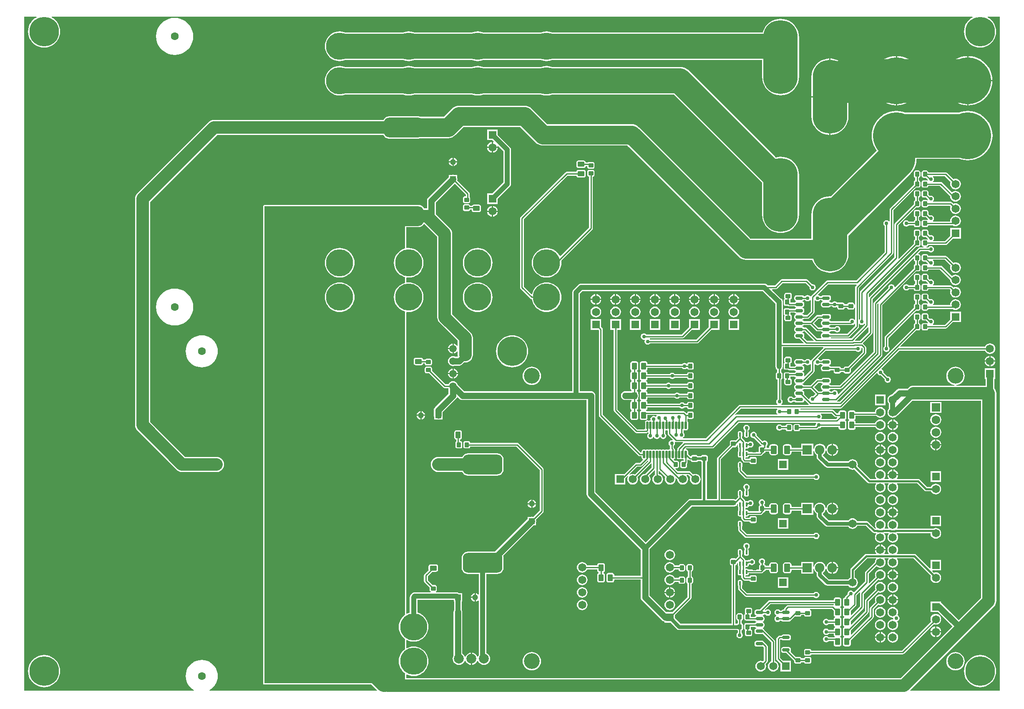
<source format=gtl>
G04 Layer_Physical_Order=1*
G04 Layer_Color=255*
%FSLAX25Y25*%
%MOIN*%
G70*
G01*
G75*
G04:AMPARAMS|DCode=10|XSize=33.47mil|YSize=37.4mil|CornerRadius=4.18mil|HoleSize=0mil|Usage=FLASHONLY|Rotation=0.000|XOffset=0mil|YOffset=0mil|HoleType=Round|Shape=RoundedRectangle|*
%AMROUNDEDRECTD10*
21,1,0.03347,0.02904,0,0,0.0*
21,1,0.02510,0.03740,0,0,0.0*
1,1,0.00837,0.01255,-0.01452*
1,1,0.00837,-0.01255,-0.01452*
1,1,0.00837,-0.01255,0.01452*
1,1,0.00837,0.01255,0.01452*
%
%ADD10ROUNDEDRECTD10*%
G04:AMPARAMS|DCode=11|XSize=68.9mil|YSize=49.21mil|CornerRadius=12.3mil|HoleSize=0mil|Usage=FLASHONLY|Rotation=90.000|XOffset=0mil|YOffset=0mil|HoleType=Round|Shape=RoundedRectangle|*
%AMROUNDEDRECTD11*
21,1,0.06890,0.02461,0,0,90.0*
21,1,0.04429,0.04921,0,0,90.0*
1,1,0.02461,0.01230,0.02215*
1,1,0.02461,0.01230,-0.02215*
1,1,0.02461,-0.01230,-0.02215*
1,1,0.02461,-0.01230,0.02215*
%
%ADD11ROUNDEDRECTD11*%
G04:AMPARAMS|DCode=12|XSize=41.34mil|YSize=55.12mil|CornerRadius=5.17mil|HoleSize=0mil|Usage=FLASHONLY|Rotation=180.000|XOffset=0mil|YOffset=0mil|HoleType=Round|Shape=RoundedRectangle|*
%AMROUNDEDRECTD12*
21,1,0.04134,0.04478,0,0,180.0*
21,1,0.03100,0.05512,0,0,180.0*
1,1,0.01034,-0.01550,0.02239*
1,1,0.01034,0.01550,0.02239*
1,1,0.01034,0.01550,-0.02239*
1,1,0.01034,-0.01550,-0.02239*
%
%ADD12ROUNDEDRECTD12*%
G04:AMPARAMS|DCode=13|XSize=33.47mil|YSize=37.4mil|CornerRadius=4.18mil|HoleSize=0mil|Usage=FLASHONLY|Rotation=90.000|XOffset=0mil|YOffset=0mil|HoleType=Round|Shape=RoundedRectangle|*
%AMROUNDEDRECTD13*
21,1,0.03347,0.02904,0,0,90.0*
21,1,0.02510,0.03740,0,0,90.0*
1,1,0.00837,0.01452,0.01255*
1,1,0.00837,0.01452,-0.01255*
1,1,0.00837,-0.01452,-0.01255*
1,1,0.00837,-0.01452,0.01255*
%
%ADD13ROUNDEDRECTD13*%
G04:AMPARAMS|DCode=14|XSize=39.37mil|YSize=55.12mil|CornerRadius=5.91mil|HoleSize=0mil|Usage=FLASHONLY|Rotation=90.000|XOffset=0mil|YOffset=0mil|HoleType=Round|Shape=RoundedRectangle|*
%AMROUNDEDRECTD14*
21,1,0.03937,0.04331,0,0,90.0*
21,1,0.02756,0.05512,0,0,90.0*
1,1,0.01181,0.02165,0.01378*
1,1,0.01181,0.02165,-0.01378*
1,1,0.01181,-0.02165,-0.01378*
1,1,0.01181,-0.02165,0.01378*
%
%ADD14ROUNDEDRECTD14*%
G04:AMPARAMS|DCode=15|XSize=35.43mil|YSize=37.4mil|CornerRadius=4.43mil|HoleSize=0mil|Usage=FLASHONLY|Rotation=270.000|XOffset=0mil|YOffset=0mil|HoleType=Round|Shape=RoundedRectangle|*
%AMROUNDEDRECTD15*
21,1,0.03543,0.02854,0,0,270.0*
21,1,0.02657,0.03740,0,0,270.0*
1,1,0.00886,-0.01427,-0.01329*
1,1,0.00886,-0.01427,0.01329*
1,1,0.00886,0.01427,0.01329*
1,1,0.00886,0.01427,-0.01329*
%
%ADD15ROUNDEDRECTD15*%
G04:AMPARAMS|DCode=16|XSize=15.75mil|YSize=33.47mil|CornerRadius=3.94mil|HoleSize=0mil|Usage=FLASHONLY|Rotation=0.000|XOffset=0mil|YOffset=0mil|HoleType=Round|Shape=RoundedRectangle|*
%AMROUNDEDRECTD16*
21,1,0.01575,0.02559,0,0,0.0*
21,1,0.00787,0.03347,0,0,0.0*
1,1,0.00787,0.00394,-0.01279*
1,1,0.00787,-0.00394,-0.01279*
1,1,0.00787,-0.00394,0.01279*
1,1,0.00787,0.00394,0.01279*
%
%ADD16ROUNDEDRECTD16*%
G04:AMPARAMS|DCode=17|XSize=59.05mil|YSize=25.59mil|CornerRadius=6.4mil|HoleSize=0mil|Usage=FLASHONLY|Rotation=180.000|XOffset=0mil|YOffset=0mil|HoleType=Round|Shape=RoundedRectangle|*
%AMROUNDEDRECTD17*
21,1,0.05905,0.01279,0,0,180.0*
21,1,0.04626,0.02559,0,0,180.0*
1,1,0.01279,-0.02313,0.00640*
1,1,0.01279,0.02313,0.00640*
1,1,0.01279,0.02313,-0.00640*
1,1,0.01279,-0.02313,-0.00640*
%
%ADD17ROUNDEDRECTD17*%
G04:AMPARAMS|DCode=18|XSize=58.07mil|YSize=17.72mil|CornerRadius=4.43mil|HoleSize=0mil|Usage=FLASHONLY|Rotation=270.000|XOffset=0mil|YOffset=0mil|HoleType=Round|Shape=RoundedRectangle|*
%AMROUNDEDRECTD18*
21,1,0.05807,0.00886,0,0,270.0*
21,1,0.04921,0.01772,0,0,270.0*
1,1,0.00886,-0.00443,-0.02461*
1,1,0.00886,-0.00443,0.02461*
1,1,0.00886,0.00443,0.02461*
1,1,0.00886,0.00443,-0.02461*
%
%ADD18ROUNDEDRECTD18*%
G04:AMPARAMS|DCode=19|XSize=157.48mil|YSize=314.96mil|CornerRadius=39.37mil|HoleSize=0mil|Usage=FLASHONLY|Rotation=90.000|XOffset=0mil|YOffset=0mil|HoleType=Round|Shape=RoundedRectangle|*
%AMROUNDEDRECTD19*
21,1,0.15748,0.23622,0,0,90.0*
21,1,0.07874,0.31496,0,0,90.0*
1,1,0.07874,0.11811,0.03937*
1,1,0.07874,0.11811,-0.03937*
1,1,0.07874,-0.11811,-0.03937*
1,1,0.07874,-0.11811,0.03937*
%
%ADD19ROUNDEDRECTD19*%
G04:AMPARAMS|DCode=20|XSize=39.37mil|YSize=55.12mil|CornerRadius=5.91mil|HoleSize=0mil|Usage=FLASHONLY|Rotation=180.000|XOffset=0mil|YOffset=0mil|HoleType=Round|Shape=RoundedRectangle|*
%AMROUNDEDRECTD20*
21,1,0.03937,0.04331,0,0,180.0*
21,1,0.02756,0.05512,0,0,180.0*
1,1,0.01181,-0.01378,0.02165*
1,1,0.01181,0.01378,0.02165*
1,1,0.01181,0.01378,-0.02165*
1,1,0.01181,-0.01378,-0.02165*
%
%ADD20ROUNDEDRECTD20*%
%ADD21C,0.35000*%
%ADD22C,0.01000*%
%ADD23C,0.25000*%
%ADD24C,0.30000*%
%ADD25C,0.20000*%
%ADD26C,0.04000*%
%ADD27C,0.01500*%
%ADD28C,0.03000*%
%ADD29C,0.05000*%
%ADD30C,0.10000*%
%ADD31C,0.15000*%
%ADD32C,0.02000*%
%ADD33C,0.06496*%
%ADD34R,0.06496X0.06496*%
%ADD35R,0.06496X0.06496*%
%ADD36C,0.23622*%
%ADD37R,0.06791X0.06791*%
%ADD38C,0.06791*%
%ADD39C,0.37401*%
%ADD40C,0.21650*%
%ADD41C,0.04724*%
%ADD42R,0.04724X0.04724*%
%ADD43O,0.27559X0.59055*%
%ADD44C,0.12598*%
%ADD45R,0.07559X0.07559*%
%ADD46C,0.07559*%
%ADD47C,0.06299*%
%ADD48R,0.04724X0.04724*%
%ADD49C,0.07874*%
%ADD50C,0.05905*%
%ADD51C,0.03000*%
%ADD52C,0.05000*%
G36*
X308071Y386811D02*
Y357909D01*
X307358Y357738D01*
X305639Y357025D01*
X304052Y356053D01*
X302636Y354844D01*
X301427Y353429D01*
X300455Y351842D01*
X299743Y350122D01*
X299308Y348312D01*
X299162Y346457D01*
X299308Y344601D01*
X299743Y342791D01*
X300455Y341072D01*
X301427Y339485D01*
X302636Y338069D01*
X304052Y336860D01*
X305639Y335888D01*
X307358Y335176D01*
X308071Y335005D01*
Y330349D01*
X307358Y330178D01*
X305639Y329465D01*
X304052Y328493D01*
X302636Y327284D01*
X301427Y325869D01*
X300455Y324282D01*
X299743Y322562D01*
X299308Y320752D01*
X299162Y318897D01*
X299308Y317041D01*
X299743Y315231D01*
X300455Y313512D01*
X301427Y311925D01*
X302636Y310509D01*
X304052Y309300D01*
X305639Y308328D01*
X307358Y307616D01*
X308071Y307445D01*
Y64766D01*
X307989Y64715D01*
X306573Y63507D01*
X305364Y62091D01*
X304392Y60504D01*
X303680Y58785D01*
X303245Y56975D01*
X303099Y55119D01*
X303245Y53263D01*
X303680Y51454D01*
X304392Y49734D01*
X305364Y48147D01*
X306573Y46732D01*
X307989Y45523D01*
X308071Y45472D01*
Y37206D01*
X307989Y37155D01*
X306573Y35947D01*
X305364Y34531D01*
X304392Y32944D01*
X303680Y31225D01*
X303245Y29415D01*
X303099Y27559D01*
X303245Y25703D01*
X303680Y23894D01*
X304392Y22174D01*
X305364Y20587D01*
X306573Y19172D01*
X307989Y17963D01*
X308071Y17912D01*
Y9900D01*
X195866D01*
Y391732D01*
X308071D01*
Y386811D01*
D02*
G37*
G36*
X783465Y3937D02*
X711936D01*
X711744Y4399D01*
X756724Y49379D01*
X778869Y71524D01*
X779619Y72438D01*
X780176Y73480D01*
X780519Y74611D01*
X780635Y75787D01*
Y242126D01*
X780519Y243302D01*
X780176Y244433D01*
X779619Y245476D01*
X779121Y246083D01*
Y253468D01*
X779839D01*
Y261965D01*
X771343D01*
Y253468D01*
X772060D01*
Y248155D01*
X748909D01*
X748885Y248655D01*
X749462Y248712D01*
X750838Y249129D01*
X752106Y249807D01*
X753218Y250719D01*
X754130Y251831D01*
X754808Y253099D01*
X755225Y254475D01*
X755366Y255906D01*
X755225Y257336D01*
X754808Y258712D01*
X754130Y259980D01*
X753218Y261092D01*
X752106Y262004D01*
X750838Y262682D01*
X749462Y263099D01*
X748032Y263240D01*
X746601Y263099D01*
X745225Y262682D01*
X743957Y262004D01*
X742845Y261092D01*
X741933Y259980D01*
X741255Y258712D01*
X740838Y257336D01*
X740697Y255906D01*
X740838Y254475D01*
X741255Y253099D01*
X741933Y251831D01*
X742845Y250719D01*
X743957Y249807D01*
X745225Y249129D01*
X746601Y248712D01*
X747178Y248655D01*
X747154Y248155D01*
X714567D01*
X713391Y248039D01*
X712260Y247696D01*
X711217Y247139D01*
X710304Y246389D01*
X709702Y245656D01*
X703307D01*
X702393Y245536D01*
X701542Y245183D01*
X700811Y244622D01*
X697098Y240910D01*
X696804Y240871D01*
X695771Y240443D01*
X694884Y239762D01*
X694203Y238875D01*
X693775Y237841D01*
X693629Y236732D01*
X693775Y235623D01*
X694203Y234590D01*
X694884Y233703D01*
X694887Y233700D01*
Y229765D01*
X694884Y229762D01*
X694203Y228875D01*
X693775Y227841D01*
X693629Y226732D01*
X693775Y225623D01*
X694203Y224590D01*
X694884Y223703D01*
X695771Y223022D01*
X696804Y222594D01*
X697913Y222448D01*
X699022Y222594D01*
X700056Y223022D01*
X700871Y223647D01*
X700938Y223675D01*
X701670Y224236D01*
X713623Y236190D01*
X714567Y236097D01*
X768577D01*
Y78285D01*
X750694Y60401D01*
X737418Y73677D01*
X736686Y74238D01*
X736531Y74303D01*
Y75429D01*
X728035D01*
Y66933D01*
X734177D01*
X745701Y55409D01*
X704196Y13903D01*
X309090D01*
Y16776D01*
X309527Y17020D01*
X309576Y16990D01*
X311295Y16278D01*
X313105Y15844D01*
X314961Y15698D01*
X316816Y15844D01*
X318626Y16278D01*
X320346Y16990D01*
X321933Y17963D01*
X323348Y19172D01*
X324557Y20587D01*
X325529Y22174D01*
X326242Y23894D01*
X326676Y25703D01*
X326822Y27559D01*
X326676Y29415D01*
X326242Y31225D01*
X325529Y32944D01*
X324557Y34531D01*
X323348Y35947D01*
X321933Y37155D01*
X320346Y38128D01*
X318626Y38840D01*
X316816Y39275D01*
X314961Y39421D01*
X313105Y39275D01*
X311295Y38840D01*
X309576Y38128D01*
X309527Y38098D01*
X309090Y38342D01*
Y44336D01*
X309527Y44580D01*
X309576Y44550D01*
X311295Y43838D01*
X313105Y43404D01*
X314961Y43257D01*
X316816Y43404D01*
X318626Y43838D01*
X320346Y44550D01*
X321933Y45523D01*
X323348Y46732D01*
X324557Y48147D01*
X325529Y49734D01*
X326242Y51454D01*
X326676Y53263D01*
X326822Y55119D01*
X326676Y56975D01*
X326242Y58785D01*
X325529Y60504D01*
X324557Y62091D01*
X323348Y63507D01*
X321933Y64715D01*
X320346Y65688D01*
X318626Y66400D01*
X317986Y66554D01*
Y76698D01*
X347031D01*
Y75378D01*
X347368D01*
Y68735D01*
X347337Y68694D01*
X346984Y67843D01*
X346864Y66929D01*
Y31910D01*
X346410Y30816D01*
X346241Y29528D01*
X346410Y28239D01*
X346908Y27038D01*
X347699Y26006D01*
X348731Y25215D01*
X349932Y24718D01*
X351220Y24548D01*
X352509Y24718D01*
X353710Y25215D01*
X354742Y26006D01*
X355533Y27038D01*
X355950Y28044D01*
X356491D01*
X356908Y27038D01*
X357699Y26006D01*
X358731Y25215D01*
X359932Y24718D01*
X360720Y24614D01*
Y29528D01*
Y34441D01*
X359932Y34337D01*
X358731Y33840D01*
X357699Y33049D01*
X356908Y32017D01*
X356491Y31011D01*
X355950D01*
X355533Y32017D01*
X354742Y33049D01*
X353924Y33676D01*
Y66929D01*
X353804Y67843D01*
X353451Y68694D01*
X353420Y68735D01*
Y75378D01*
X353756D01*
Y82102D01*
X351238D01*
X350922Y82345D01*
X350193Y82647D01*
X349410Y82750D01*
X332882D01*
X332728Y83213D01*
X332735Y83250D01*
X333183Y83549D01*
X333496Y84018D01*
X333607Y84572D01*
Y87082D01*
X333496Y87635D01*
X333183Y88104D01*
X332714Y88418D01*
X332160Y88528D01*
X330170D01*
X326332Y92366D01*
Y95626D01*
X329872Y99166D01*
X332874D01*
X333495Y99289D01*
X334021Y99641D01*
X334372Y100167D01*
X334496Y100787D01*
Y103543D01*
X334372Y104164D01*
X334021Y104690D01*
X333495Y105042D01*
X332874Y105165D01*
X328543D01*
X327923Y105042D01*
X327397Y104690D01*
X327045Y104164D01*
X326922Y103543D01*
Y100787D01*
X326962Y100582D01*
X323722Y97341D01*
X323390Y96845D01*
X323274Y96260D01*
Y91732D01*
X323390Y91147D01*
X323722Y90651D01*
X327811Y86562D01*
Y84572D01*
X327921Y84018D01*
X328234Y83549D01*
X328682Y83250D01*
X328689Y83213D01*
X328535Y82750D01*
X315945D01*
X315162Y82647D01*
X314432Y82345D01*
X313805Y81864D01*
X312821Y80880D01*
X312340Y80253D01*
X312038Y79523D01*
X311935Y78740D01*
Y66554D01*
X311295Y66400D01*
X309576Y65688D01*
X309527Y65658D01*
X309090Y65902D01*
Y306702D01*
X309591Y307148D01*
X311024Y307035D01*
X312879Y307181D01*
X314689Y307616D01*
X316409Y308328D01*
X317996Y309300D01*
X319411Y310509D01*
X320620Y311925D01*
X321592Y313512D01*
X322305Y315231D01*
X322739Y317041D01*
X322885Y318897D01*
X322739Y320752D01*
X322305Y322562D01*
X321592Y324282D01*
X320620Y325869D01*
X319411Y327284D01*
X317996Y328493D01*
X316409Y329465D01*
X314689Y330178D01*
X312879Y330612D01*
X311024Y330758D01*
X309591Y330645D01*
X309090Y331091D01*
Y334262D01*
X309591Y334708D01*
X311024Y334595D01*
X312879Y334741D01*
X314689Y335176D01*
X316409Y335888D01*
X317996Y336860D01*
X319411Y338069D01*
X320620Y339485D01*
X321592Y341072D01*
X322305Y342791D01*
X322739Y344601D01*
X322885Y346457D01*
X322739Y348312D01*
X322305Y350122D01*
X321592Y351842D01*
X320620Y353429D01*
X319411Y354844D01*
X317996Y356053D01*
X316409Y357025D01*
X314689Y357738D01*
X312879Y358172D01*
X311024Y358318D01*
X309591Y358206D01*
X309090Y358651D01*
Y374942D01*
X318898D01*
X320186Y375111D01*
X321387Y375609D01*
X322419Y376400D01*
X323111Y377302D01*
X323688Y377431D01*
X324969Y376150D01*
X333871Y367248D01*
Y302817D01*
X333987Y301640D01*
X334330Y300509D01*
X334887Y299467D01*
X335637Y298553D01*
X350270Y283920D01*
Y280061D01*
X349770Y279891D01*
X349276Y280536D01*
X348450Y281169D01*
X347489Y281568D01*
X346957Y281638D01*
Y277717D01*
Y273796D01*
X347489Y273866D01*
X348450Y274264D01*
X349276Y274897D01*
X349770Y275542D01*
X350270Y275372D01*
Y272638D01*
X350363Y271694D01*
X349916Y271247D01*
X348263D01*
X347489Y271568D01*
X346457Y271703D01*
X345425Y271568D01*
X344463Y271169D01*
X343638Y270536D01*
X343004Y269710D01*
X342606Y268748D01*
X342470Y267717D01*
X342606Y266685D01*
X343004Y265723D01*
X343638Y264897D01*
X344463Y264264D01*
X345425Y263865D01*
X346457Y263730D01*
X347489Y263865D01*
X348263Y264186D01*
X351378D01*
X352292Y264307D01*
X353143Y264659D01*
X353874Y265220D01*
X355356Y266702D01*
X356299Y266609D01*
X357475Y266725D01*
X358606Y267068D01*
X359649Y267625D01*
X360562Y268375D01*
X361312Y269288D01*
X361869Y270331D01*
X362212Y271462D01*
X362328Y272638D01*
Y286417D01*
X362328Y286417D01*
X362212Y287594D01*
X361869Y288724D01*
X361312Y289767D01*
X360562Y290681D01*
X360562Y290681D01*
X345929Y305314D01*
Y369746D01*
X345813Y370922D01*
X345470Y372053D01*
X344913Y373095D01*
X344163Y374009D01*
X333495Y384677D01*
X332763Y385409D01*
Y394699D01*
X347871Y409808D01*
X356738Y400941D01*
Y399551D01*
X355832D01*
X355278Y399441D01*
X354809Y399128D01*
X354496Y398659D01*
X354386Y398105D01*
Y395596D01*
X354496Y395042D01*
X354809Y394573D01*
X355278Y394260D01*
X355832Y394149D01*
X358735D01*
X359289Y394260D01*
X359758Y394573D01*
X360071Y395042D01*
X360181Y395596D01*
Y398105D01*
X360071Y398659D01*
X359797Y399069D01*
Y401575D01*
X359681Y402160D01*
X359349Y402656D01*
X349819Y412186D01*
Y412357D01*
X349867Y412472D01*
X349987Y413386D01*
X349867Y414299D01*
X349819Y414415D01*
Y416748D01*
X347486D01*
X347370Y416796D01*
X346457Y416916D01*
X345543Y416796D01*
X345428Y416748D01*
X343094D01*
Y415016D01*
X326736Y398658D01*
X326175Y397926D01*
X325822Y397075D01*
X325702Y396161D01*
Y389887D01*
X323375D01*
X323210Y390285D01*
X322419Y391316D01*
X321387Y392108D01*
X320186Y392605D01*
X318898Y392775D01*
X295276D01*
X295101Y392752D01*
X195866D01*
X195476Y392674D01*
X195145Y392453D01*
X194924Y392123D01*
X194847Y391732D01*
Y9900D01*
X194924Y9510D01*
X195145Y9179D01*
X195476Y8958D01*
X195866Y8880D01*
X281206D01*
X285299Y4787D01*
X285761Y4408D01*
X285593Y3937D01*
X151871D01*
X151730Y4437D01*
X153223Y5352D01*
X154756Y6661D01*
X156066Y8195D01*
X157119Y9914D01*
X157891Y11777D01*
X158362Y13738D01*
X158520Y15748D01*
X158362Y17758D01*
X157891Y19719D01*
X157119Y21582D01*
X156066Y23301D01*
X154756Y24835D01*
X153223Y26144D01*
X151503Y27198D01*
X149640Y27970D01*
X147680Y28440D01*
X145669Y28599D01*
X143659Y28440D01*
X141698Y27970D01*
X139835Y27198D01*
X138116Y26144D01*
X136583Y24835D01*
X135273Y23301D01*
X134219Y21582D01*
X133448Y19719D01*
X132977Y17758D01*
X132819Y15748D01*
X132977Y13738D01*
X133448Y11777D01*
X134219Y9914D01*
X135273Y8195D01*
X136583Y6661D01*
X138116Y5352D01*
X139608Y4437D01*
X139467Y3937D01*
X3937D01*
Y543307D01*
X13483D01*
X13624Y542807D01*
X12132Y541892D01*
X10598Y540583D01*
X9289Y539049D01*
X8235Y537330D01*
X7463Y535467D01*
X6993Y533506D01*
X6834Y531496D01*
X6993Y529486D01*
X7463Y527525D01*
X8235Y525662D01*
X9289Y523943D01*
X10598Y522409D01*
X12132Y521100D01*
X13851Y520046D01*
X15714Y519274D01*
X17675Y518804D01*
X19685Y518645D01*
X21695Y518804D01*
X23656Y519274D01*
X25519Y520046D01*
X27239Y521100D01*
X28772Y522409D01*
X30081Y523943D01*
X31135Y525662D01*
X31907Y527525D01*
X32377Y529486D01*
X32536Y531496D01*
X32377Y533506D01*
X31907Y535467D01*
X31135Y537330D01*
X30081Y539049D01*
X28772Y540583D01*
X27239Y541892D01*
X25746Y542807D01*
X25887Y543307D01*
X761515D01*
X761656Y542807D01*
X760163Y541892D01*
X758630Y540583D01*
X757320Y539049D01*
X756266Y537330D01*
X755495Y535467D01*
X755024Y533506D01*
X754866Y531496D01*
X755024Y529486D01*
X755495Y527525D01*
X756266Y525662D01*
X757320Y523943D01*
X758630Y522409D01*
X760163Y521100D01*
X761882Y520046D01*
X763745Y519274D01*
X765706Y518804D01*
X767717Y518645D01*
X769727Y518804D01*
X771688Y519274D01*
X773551Y520046D01*
X775270Y521100D01*
X776803Y522409D01*
X778113Y523943D01*
X779167Y525662D01*
X779938Y527525D01*
X780409Y529486D01*
X780567Y531496D01*
X780409Y533506D01*
X779938Y535467D01*
X779167Y537330D01*
X778113Y539049D01*
X776803Y540583D01*
X775270Y541892D01*
X773777Y542807D01*
X773918Y543307D01*
X783465D01*
Y3937D01*
D02*
G37*
%LPC*%
G36*
X255906Y330759D02*
X254050Y330613D01*
X252240Y330179D01*
X250520Y329466D01*
X248933Y328494D01*
X247518Y327285D01*
X246309Y325870D01*
X245337Y324283D01*
X244624Y322563D01*
X244190Y320753D01*
X244044Y318898D01*
X244190Y317042D01*
X244624Y315232D01*
X245337Y313513D01*
X246309Y311926D01*
X247518Y310510D01*
X248933Y309301D01*
X250520Y308329D01*
X252240Y307617D01*
X254050Y307182D01*
X255906Y307036D01*
X257761Y307182D01*
X259571Y307617D01*
X261291Y308329D01*
X262878Y309301D01*
X264293Y310510D01*
X265502Y311926D01*
X266474Y313513D01*
X267186Y315232D01*
X267621Y317042D01*
X267767Y318898D01*
X267621Y320753D01*
X267186Y322563D01*
X266474Y324283D01*
X265502Y325870D01*
X264293Y327285D01*
X262878Y328494D01*
X261291Y329466D01*
X259571Y330179D01*
X257761Y330613D01*
X255906Y330759D01*
D02*
G37*
G36*
Y358319D02*
X254050Y358173D01*
X252240Y357739D01*
X250520Y357026D01*
X248933Y356054D01*
X247518Y354845D01*
X246309Y353430D01*
X245337Y351843D01*
X244624Y350123D01*
X244190Y348313D01*
X244044Y346458D01*
X244190Y344602D01*
X244624Y342792D01*
X245337Y341073D01*
X246309Y339486D01*
X247518Y338070D01*
X248933Y336861D01*
X250520Y335889D01*
X252240Y335177D01*
X254050Y334742D01*
X255906Y334596D01*
X257761Y334742D01*
X259571Y335177D01*
X261291Y335889D01*
X262878Y336861D01*
X264293Y338070D01*
X265502Y339486D01*
X266474Y341073D01*
X267186Y342792D01*
X267621Y344602D01*
X267767Y346458D01*
X267621Y348313D01*
X267186Y350123D01*
X266474Y351843D01*
X265502Y353430D01*
X264293Y354845D01*
X262878Y356054D01*
X261291Y357026D01*
X259571Y357739D01*
X257761Y358173D01*
X255906Y358319D01*
D02*
G37*
G36*
X698413Y180951D02*
Y177232D01*
X702132D01*
X702052Y177841D01*
X701624Y178875D01*
X700943Y179762D01*
X700056Y180443D01*
X699022Y180871D01*
X698413Y180951D01*
D02*
G37*
G36*
X687913Y191017D02*
X686804Y190871D01*
X685771Y190443D01*
X684884Y189762D01*
X684203Y188875D01*
X683775Y187841D01*
X683629Y186732D01*
X683775Y185623D01*
X684203Y184590D01*
X684884Y183703D01*
X685771Y183022D01*
X686804Y182594D01*
X687913Y182448D01*
X689022Y182594D01*
X690056Y183022D01*
X690943Y183703D01*
X691624Y184590D01*
X692052Y185623D01*
X692198Y186732D01*
X692052Y187841D01*
X691624Y188875D01*
X690943Y189762D01*
X690056Y190443D01*
X689022Y190871D01*
X687913Y191017D01*
D02*
G37*
G36*
X614484Y189287D02*
X605988D01*
Y180791D01*
X614484D01*
Y189287D01*
D02*
G37*
G36*
X697413Y180951D02*
X696804Y180871D01*
X695771Y180443D01*
X694884Y179762D01*
X694203Y178875D01*
X693775Y177841D01*
X693694Y177232D01*
X697413D01*
Y180951D01*
D02*
G37*
G36*
X736531Y179602D02*
X728035D01*
Y171106D01*
X736531D01*
Y179602D01*
D02*
G37*
G36*
X576260Y187248D02*
X575472D01*
X574929Y187140D01*
X574468Y186832D01*
X574160Y186371D01*
X574051Y185827D01*
Y183268D01*
X574160Y182724D01*
X574337Y182459D01*
Y180039D01*
X574453Y179454D01*
X574785Y178958D01*
X579706Y174037D01*
X580202Y173705D01*
X580787Y173589D01*
X634748D01*
X634930Y173316D01*
X635757Y172763D01*
X636732Y172569D01*
X637708Y172763D01*
X638535Y173316D01*
X639087Y174143D01*
X639281Y175118D01*
X639087Y176094D01*
X638535Y176920D01*
X637708Y177473D01*
X636732Y177667D01*
X635757Y177473D01*
X634930Y176920D01*
X634748Y176647D01*
X581421D01*
X577395Y180673D01*
Y182459D01*
X577573Y182724D01*
X577681Y183268D01*
Y185827D01*
X577573Y186371D01*
X577265Y186832D01*
X576804Y187140D01*
X576260Y187248D01*
D02*
G37*
G36*
X381890Y193956D02*
X358268D01*
X356979Y193786D01*
X355778Y193289D01*
X354747Y192498D01*
X353955Y191466D01*
X353790Y191068D01*
X334646D01*
X333470Y190953D01*
X332339Y190610D01*
X331296Y190052D01*
X330382Y189303D01*
X329633Y188389D01*
X329076Y187347D01*
X328732Y186216D01*
X328617Y185039D01*
X328732Y183863D01*
X329076Y182732D01*
X329633Y181690D01*
X330382Y180776D01*
X331296Y180026D01*
X332339Y179469D01*
X333470Y179126D01*
X334646Y179010D01*
X353790D01*
X353955Y178613D01*
X354747Y177581D01*
X355778Y176790D01*
X356979Y176292D01*
X358268Y176123D01*
X381890D01*
X383179Y176292D01*
X384380Y176790D01*
X385411Y177581D01*
X386202Y178613D01*
X386700Y179814D01*
X386869Y181102D01*
Y188976D01*
X386700Y190265D01*
X386202Y191466D01*
X385411Y192498D01*
X384380Y193289D01*
X383179Y193786D01*
X381890Y193956D01*
D02*
G37*
G36*
X687413Y196232D02*
X683695D01*
X683775Y195623D01*
X684203Y194590D01*
X684884Y193703D01*
X685771Y193022D01*
X686804Y192594D01*
X687413Y192513D01*
Y196232D01*
D02*
G37*
G36*
X736651Y200287D02*
X732783D01*
Y196420D01*
X733431Y196505D01*
X734500Y196948D01*
X735419Y197652D01*
X736123Y198571D01*
X736566Y199640D01*
X736651Y200287D01*
D02*
G37*
G36*
X731783D02*
X727916D01*
X728001Y199640D01*
X728444Y198571D01*
X729148Y197652D01*
X730067Y196948D01*
X731136Y196505D01*
X731783Y196420D01*
Y200287D01*
D02*
G37*
G36*
X692132Y196232D02*
X688413D01*
Y192513D01*
X689022Y192594D01*
X690056Y193022D01*
X690943Y193703D01*
X691624Y194590D01*
X692052Y195623D01*
X692132Y196232D01*
D02*
G37*
G36*
X697913Y191017D02*
X696804Y190871D01*
X695771Y190443D01*
X694884Y189762D01*
X694203Y188875D01*
X693775Y187841D01*
X693629Y186732D01*
X693775Y185623D01*
X694203Y184590D01*
X694884Y183703D01*
X695771Y183022D01*
X696804Y182594D01*
X697913Y182448D01*
X699022Y182594D01*
X700056Y183022D01*
X700943Y183703D01*
X701624Y184590D01*
X702052Y185623D01*
X702198Y186732D01*
X702052Y187841D01*
X701624Y188875D01*
X700943Y189762D01*
X700056Y190443D01*
X699022Y190871D01*
X697913Y191017D01*
D02*
G37*
G36*
X654361Y196350D02*
X650106D01*
Y192095D01*
X650854Y192194D01*
X652017Y192675D01*
X653015Y193442D01*
X653781Y194440D01*
X654263Y195603D01*
X654361Y196350D01*
D02*
G37*
G36*
X697913Y201017D02*
X696804Y200871D01*
X695771Y200443D01*
X694884Y199762D01*
X694203Y198875D01*
X693775Y197841D01*
X693629Y196732D01*
X693775Y195623D01*
X694203Y194590D01*
X694884Y193703D01*
X695771Y193022D01*
X696804Y192594D01*
X697913Y192448D01*
X699022Y192594D01*
X700056Y193022D01*
X700943Y193703D01*
X701624Y194590D01*
X702052Y195623D01*
X702198Y196732D01*
X702052Y197841D01*
X701624Y198875D01*
X700943Y199762D01*
X700056Y200443D01*
X699022Y200871D01*
X697913Y201017D01*
D02*
G37*
G36*
X698413Y150951D02*
Y147232D01*
X702132D01*
X702052Y147841D01*
X701624Y148875D01*
X700943Y149762D01*
X700056Y150443D01*
X699022Y150871D01*
X698413Y150951D01*
D02*
G37*
G36*
X650106Y154361D02*
Y150106D01*
X654361D01*
X654263Y150854D01*
X653781Y152017D01*
X653015Y153015D01*
X652017Y153781D01*
X650854Y154263D01*
X650106Y154361D01*
D02*
G37*
G36*
X412774Y153043D02*
X409949D01*
Y150218D01*
X410326Y150268D01*
X411144Y150606D01*
X411847Y151145D01*
X412386Y151848D01*
X412724Y152666D01*
X412774Y153043D01*
D02*
G37*
G36*
X697413Y150951D02*
X696804Y150871D01*
X695771Y150443D01*
X694884Y149762D01*
X694203Y148875D01*
X693775Y147841D01*
X693694Y147232D01*
X697413D01*
Y150951D01*
D02*
G37*
G36*
Y146232D02*
X693694D01*
X693775Y145623D01*
X694203Y144590D01*
X694884Y143703D01*
X695771Y143022D01*
X696804Y142594D01*
X697413Y142513D01*
Y146232D01*
D02*
G37*
G36*
X358735Y203685D02*
X356225D01*
X355672Y203575D01*
X355203Y203262D01*
X354889Y202793D01*
X354779Y202239D01*
Y199336D01*
X354889Y198782D01*
X355203Y198313D01*
X355672Y198000D01*
X356225Y197889D01*
X358735D01*
X359289Y198000D01*
X359758Y198313D01*
X360071Y198782D01*
X360166Y199258D01*
X397004D01*
X415793Y180469D01*
Y148271D01*
X410648Y143126D01*
X410478D01*
X410362Y143174D01*
X409449Y143294D01*
X408535Y143174D01*
X408420Y143126D01*
X406087D01*
Y141394D01*
X379908Y115216D01*
X358268D01*
X356979Y115046D01*
X355778Y114549D01*
X354747Y113757D01*
X353955Y112726D01*
X353458Y111525D01*
X353288Y110236D01*
Y102362D01*
X353458Y101073D01*
X353955Y99872D01*
X354747Y98841D01*
X355778Y98050D01*
X356979Y97552D01*
X358268Y97383D01*
X367053D01*
Y81288D01*
X366732Y81179D01*
X366553Y81152D01*
X365869Y81677D01*
X365051Y82016D01*
X364673Y82065D01*
Y78740D01*
Y75415D01*
X365051Y75464D01*
X365869Y75803D01*
X366553Y76328D01*
X366732Y76301D01*
X367053Y76192D01*
Y32206D01*
X366908Y32017D01*
X366491Y31011D01*
X365950D01*
X365533Y32017D01*
X364742Y33049D01*
X363710Y33840D01*
X362509Y34337D01*
X361720Y34441D01*
Y29528D01*
Y24614D01*
X362509Y24718D01*
X363710Y25215D01*
X364742Y26006D01*
X365533Y27038D01*
X365950Y28044D01*
X366491D01*
X366908Y27038D01*
X367699Y26006D01*
X368731Y25215D01*
X369932Y24718D01*
X371220Y24548D01*
X372509Y24718D01*
X373710Y25215D01*
X374742Y26006D01*
X375533Y27038D01*
X376030Y28239D01*
X376200Y29528D01*
X376030Y30816D01*
X375533Y32017D01*
X374742Y33049D01*
X373710Y33840D01*
X373105Y34091D01*
Y97383D01*
X381890D01*
X383179Y97552D01*
X384380Y98050D01*
X385411Y98841D01*
X386202Y99872D01*
X386700Y101073D01*
X386869Y102362D01*
Y110236D01*
X386700Y111525D01*
X386554Y111877D01*
X411079Y136402D01*
X412811D01*
Y138735D01*
X412859Y138850D01*
X412979Y139764D01*
X412859Y140677D01*
X412811Y140793D01*
Y140963D01*
X418404Y146556D01*
X418736Y147053D01*
X418852Y147638D01*
Y181102D01*
X418736Y181688D01*
X418404Y182184D01*
X398719Y201869D01*
X398223Y202200D01*
X397638Y202317D01*
X360166D01*
X360071Y202793D01*
X359758Y203262D01*
X359289Y203575D01*
X358735Y203685D01*
D02*
G37*
G36*
X654361Y149106D02*
X650106D01*
Y144851D01*
X650854Y144950D01*
X652017Y145431D01*
X653015Y146197D01*
X653781Y147196D01*
X654263Y148359D01*
X654361Y149106D01*
D02*
G37*
G36*
X408949Y156869D02*
X408571Y156819D01*
X407753Y156480D01*
X407051Y155941D01*
X406512Y155239D01*
X406173Y154421D01*
X406123Y154043D01*
X408949D01*
Y156869D01*
D02*
G37*
G36*
X409949Y156869D02*
Y154043D01*
X412774D01*
X412724Y154421D01*
X412386Y155239D01*
X411847Y155941D01*
X411144Y156480D01*
X410326Y156819D01*
X409949Y156869D01*
D02*
G37*
G36*
X580984Y169596D02*
X580009Y169402D01*
X579182Y168850D01*
X578629Y168023D01*
X578435Y167047D01*
X578629Y166072D01*
X579182Y165245D01*
X579455Y165062D01*
Y163998D01*
X579278Y163733D01*
X579170Y163189D01*
Y160630D01*
X579278Y160086D01*
X579586Y159625D01*
X580047Y159317D01*
X580591Y159209D01*
X581378D01*
X581922Y159317D01*
X582383Y159625D01*
X582691Y160086D01*
X582799Y160630D01*
Y163189D01*
X582691Y163733D01*
X582514Y163998D01*
Y165062D01*
X582787Y165245D01*
X583339Y166072D01*
X583533Y167047D01*
X583339Y168023D01*
X582787Y168850D01*
X581960Y169402D01*
X580984Y169596D01*
D02*
G37*
G36*
X697913Y161017D02*
X696804Y160871D01*
X695771Y160443D01*
X694884Y159762D01*
X694203Y158875D01*
X693775Y157841D01*
X693629Y156732D01*
X693775Y155623D01*
X694203Y154590D01*
X694884Y153703D01*
X695771Y153022D01*
X696804Y152594D01*
X697913Y152448D01*
X699022Y152594D01*
X700056Y153022D01*
X700943Y153703D01*
X701624Y154590D01*
X702052Y155623D01*
X702198Y156732D01*
X702052Y157841D01*
X701624Y158875D01*
X700943Y159762D01*
X700056Y160443D01*
X699022Y160871D01*
X697913Y161017D01*
D02*
G37*
G36*
X408949Y153043D02*
X406123D01*
X406173Y152666D01*
X406512Y151848D01*
X407051Y151145D01*
X407753Y150606D01*
X408571Y150268D01*
X408949Y150218D01*
Y153043D01*
D02*
G37*
G36*
X639606Y154427D02*
X638359Y154263D01*
X637196Y153781D01*
X636198Y153015D01*
X635431Y152017D01*
X634950Y150854D01*
X634886Y150368D01*
X634386Y150401D01*
Y154386D01*
X624827D01*
Y151136D01*
X617028D01*
Y151821D01*
X616855Y152691D01*
X616362Y153429D01*
X615624Y153922D01*
X614754Y154095D01*
X612293D01*
X611423Y153922D01*
X610685Y153429D01*
X610192Y152691D01*
X610019Y151821D01*
Y147392D01*
X610192Y146521D01*
X610685Y145784D01*
X611423Y145291D01*
X612293Y145118D01*
X614754D01*
X615624Y145291D01*
X616362Y145784D01*
X616855Y146521D01*
X617028Y147392D01*
Y148077D01*
X624827D01*
Y144827D01*
X634386D01*
Y148812D01*
X634886Y148844D01*
X634950Y148359D01*
X635431Y147196D01*
X636198Y146197D01*
X637057Y145538D01*
Y143858D01*
X637251Y142883D01*
X637804Y142056D01*
X643867Y135993D01*
X644694Y135440D01*
X645669Y135246D01*
X662349D01*
X662718Y134766D01*
X663606Y134085D01*
X664639Y133657D01*
X665748Y133511D01*
X666857Y133657D01*
X667890Y134085D01*
X668778Y134766D01*
X669459Y135653D01*
X669607Y136011D01*
X676426D01*
X681809Y130628D01*
X681809Y130628D01*
X682388Y130241D01*
X683071Y130105D01*
X683071Y130105D01*
X684549D01*
X684559Y130095D01*
X684763Y129605D01*
X684203Y128875D01*
X683775Y127841D01*
X683629Y126732D01*
X683775Y125623D01*
X684203Y124590D01*
X684884Y123703D01*
X685771Y123022D01*
X686804Y122594D01*
X687913Y122448D01*
X689022Y122594D01*
X690056Y123022D01*
X690943Y123703D01*
X691624Y124590D01*
X692052Y125623D01*
X692198Y126732D01*
X692052Y127841D01*
X691624Y128875D01*
X691063Y129605D01*
X691267Y130095D01*
X691278Y130105D01*
X694549D01*
X694559Y130095D01*
X694764Y129605D01*
X694203Y128875D01*
X693775Y127841D01*
X693629Y126732D01*
X693775Y125623D01*
X694203Y124590D01*
X694884Y123703D01*
X695771Y123022D01*
X696804Y122594D01*
X697913Y122448D01*
X699022Y122594D01*
X700056Y123022D01*
X700943Y123703D01*
X701624Y124590D01*
X702052Y125623D01*
X702198Y126732D01*
X702052Y127841D01*
X701624Y128875D01*
X701063Y129605D01*
X701267Y130095D01*
X701278Y130105D01*
X727837D01*
X727999Y129921D01*
X728145Y128812D01*
X728573Y127779D01*
X729254Y126892D01*
X730141Y126211D01*
X731175Y125783D01*
X732283Y125637D01*
X733392Y125783D01*
X734426Y126211D01*
X735313Y126892D01*
X735994Y127779D01*
X736422Y128812D01*
X736568Y129921D01*
X736422Y131030D01*
X735994Y132064D01*
X735313Y132951D01*
X734426Y133632D01*
X733392Y134060D01*
X732283Y134206D01*
X731175Y134060D01*
X730243Y133674D01*
X701551D01*
X701305Y134174D01*
X701624Y134590D01*
X702052Y135623D01*
X702198Y136732D01*
X702052Y137841D01*
X701624Y138875D01*
X700943Y139762D01*
X700056Y140443D01*
X699022Y140871D01*
X697913Y141017D01*
X696804Y140871D01*
X695771Y140443D01*
X694884Y139762D01*
X694203Y138875D01*
X693775Y137841D01*
X693629Y136732D01*
X693775Y135623D01*
X694203Y134590D01*
X694522Y134174D01*
X694275Y133674D01*
X691551D01*
X691305Y134174D01*
X691624Y134590D01*
X692052Y135623D01*
X692198Y136732D01*
X692052Y137841D01*
X691624Y138875D01*
X690943Y139762D01*
X690056Y140443D01*
X689022Y140871D01*
X687913Y141017D01*
X686804Y140871D01*
X685771Y140443D01*
X684884Y139762D01*
X684203Y138875D01*
X683775Y137841D01*
X683629Y136732D01*
X683775Y135623D01*
X684203Y134590D01*
X684522Y134174D01*
X684275Y133674D01*
X683810D01*
X678427Y139057D01*
X677848Y139444D01*
X677165Y139580D01*
X669607D01*
X669459Y139938D01*
X668778Y140825D01*
X667890Y141506D01*
X666857Y141934D01*
X665748Y142080D01*
X664639Y141934D01*
X663606Y141506D01*
X662718Y140825D01*
X662349Y140344D01*
X646725D01*
X642155Y144914D01*
Y145538D01*
X643015Y146197D01*
X643781Y147196D01*
X644263Y148359D01*
X644354Y149052D01*
X644859D01*
X644950Y148359D01*
X645431Y147196D01*
X646198Y146197D01*
X647196Y145431D01*
X648359Y144950D01*
X649106Y144851D01*
Y149606D01*
Y154361D01*
X648359Y154263D01*
X647196Y153781D01*
X646198Y153015D01*
X645431Y152017D01*
X644950Y150854D01*
X644859Y150160D01*
X644354D01*
X644263Y150854D01*
X643781Y152017D01*
X643015Y153015D01*
X642017Y153781D01*
X640854Y154263D01*
X639606Y154427D01*
D02*
G37*
G36*
X687913Y161017D02*
X686804Y160871D01*
X685771Y160443D01*
X684884Y159762D01*
X684203Y158875D01*
X683775Y157841D01*
X683629Y156732D01*
X683775Y155623D01*
X684203Y154590D01*
X684884Y153703D01*
X685771Y153022D01*
X686804Y152594D01*
X687913Y152448D01*
X689022Y152594D01*
X690056Y153022D01*
X690943Y153703D01*
X691624Y154590D01*
X692052Y155623D01*
X692198Y156732D01*
X692052Y157841D01*
X691624Y158875D01*
X690943Y159762D01*
X690056Y160443D01*
X689022Y160871D01*
X687913Y161017D01*
D02*
G37*
G36*
X687413Y200951D02*
X686804Y200871D01*
X685771Y200443D01*
X684884Y199762D01*
X684203Y198875D01*
X683775Y197841D01*
X683695Y197232D01*
X687413D01*
Y200951D01*
D02*
G37*
G36*
X320366Y227735D02*
X319988Y227685D01*
X319170Y227346D01*
X318468Y226807D01*
X317929Y226105D01*
X317590Y225287D01*
X317541Y224909D01*
X320366D01*
Y227735D01*
D02*
G37*
G36*
X321366Y227735D02*
Y224909D01*
X324191D01*
X324142Y225287D01*
X323803Y226105D01*
X323264Y226807D01*
X322562Y227346D01*
X321744Y227685D01*
X321366Y227735D01*
D02*
G37*
G36*
X736679Y235183D02*
X727888D01*
Y226392D01*
X736679D01*
Y235183D01*
D02*
G37*
G36*
X324191Y223909D02*
X321366D01*
Y221084D01*
X321744Y221134D01*
X322562Y221473D01*
X323264Y222011D01*
X323803Y222714D01*
X324142Y223532D01*
X324191Y223909D01*
D02*
G37*
G36*
X697413Y220951D02*
X696804Y220871D01*
X695771Y220443D01*
X694884Y219762D01*
X694203Y218875D01*
X693775Y217841D01*
X693694Y217232D01*
X697413D01*
Y220951D01*
D02*
G37*
G36*
X698413Y220951D02*
Y217232D01*
X702132D01*
X702052Y217841D01*
X701624Y218875D01*
X700943Y219762D01*
X700056Y220443D01*
X699022Y220871D01*
X698413Y220951D01*
D02*
G37*
G36*
X320366Y223909D02*
X317541D01*
X317590Y223532D01*
X317929Y222714D01*
X318468Y222011D01*
X319170Y221473D01*
X319988Y221134D01*
X320366Y221084D01*
Y223909D01*
D02*
G37*
G36*
X345957Y257217D02*
X342536D01*
X342606Y256685D01*
X343004Y255723D01*
X343638Y254897D01*
X344463Y254264D01*
X345425Y253866D01*
X345957Y253796D01*
Y257217D01*
D02*
G37*
G36*
Y261638D02*
X345425Y261567D01*
X344463Y261169D01*
X343638Y260536D01*
X343004Y259710D01*
X342606Y258748D01*
X342536Y258217D01*
X345957D01*
Y261638D01*
D02*
G37*
G36*
X346957Y261638D02*
Y258217D01*
X350378D01*
X350308Y258748D01*
X349909Y259710D01*
X349276Y260536D01*
X348450Y261169D01*
X347489Y261567D01*
X346957Y261638D01*
D02*
G37*
G36*
X350378Y257217D02*
X346957D01*
Y253796D01*
X347489Y253866D01*
X348450Y254264D01*
X349276Y254897D01*
X349909Y255723D01*
X350308Y256685D01*
X350378Y257217D01*
D02*
G37*
G36*
X687913Y231017D02*
X686804Y230871D01*
X685771Y230443D01*
X684884Y229762D01*
X684203Y228875D01*
X683775Y227841D01*
X683654Y226923D01*
X668199D01*
X668136Y227240D01*
X667801Y227742D01*
X667300Y228077D01*
X666708Y228195D01*
X663607D01*
X663016Y228077D01*
X662514Y227742D01*
X662179Y227240D01*
X662061Y226649D01*
Y222170D01*
X662179Y221579D01*
X662514Y221077D01*
X663016Y220742D01*
X663087Y220727D01*
Y220217D01*
X663016Y220203D01*
X662514Y219868D01*
X662179Y219366D01*
X662061Y218775D01*
Y214296D01*
X662179Y213704D01*
X662514Y213203D01*
X663016Y212867D01*
X663607Y212750D01*
X666708D01*
X667300Y212867D01*
X667801Y213203D01*
X668136Y213704D01*
X668254Y214296D01*
Y215006D01*
X684030D01*
X684203Y214590D01*
X684884Y213703D01*
X685771Y213022D01*
X686804Y212594D01*
X687913Y212448D01*
X689022Y212594D01*
X690056Y213022D01*
X690943Y213703D01*
X691624Y214590D01*
X692052Y215623D01*
X692198Y216732D01*
X692052Y217841D01*
X691624Y218875D01*
X690943Y219762D01*
X690056Y220443D01*
X689022Y220871D01*
X687913Y221017D01*
X686804Y220871D01*
X685771Y220443D01*
X684884Y219762D01*
X684203Y218875D01*
X683867Y218065D01*
X668254D01*
Y218775D01*
X668136Y219366D01*
X667801Y219868D01*
X667300Y220203D01*
X667228Y220217D01*
Y220727D01*
X667300Y220742D01*
X667801Y221077D01*
X668136Y221579D01*
X668254Y222170D01*
Y223864D01*
X684760D01*
X684884Y223703D01*
X685771Y223022D01*
X686804Y222594D01*
X687913Y222448D01*
X689022Y222594D01*
X690056Y223022D01*
X690943Y223703D01*
X691624Y224590D01*
X692052Y225623D01*
X692198Y226732D01*
X692052Y227841D01*
X691624Y228875D01*
X690943Y229762D01*
X690056Y230443D01*
X689022Y230871D01*
X687913Y231017D01*
D02*
G37*
G36*
X692161Y240980D02*
X683665D01*
Y232484D01*
X692161D01*
Y240980D01*
D02*
G37*
G36*
X409449Y263240D02*
X408018Y263099D01*
X406642Y262682D01*
X405374Y262004D01*
X404262Y261092D01*
X403350Y259980D01*
X402673Y258712D01*
X402255Y257336D01*
X402114Y255906D01*
X402255Y254475D01*
X402673Y253099D01*
X403350Y251831D01*
X404262Y250719D01*
X405374Y249807D01*
X406642Y249129D01*
X408018Y248712D01*
X409449Y248571D01*
X410880Y248712D01*
X412256Y249129D01*
X413524Y249807D01*
X414635Y250719D01*
X415547Y251831D01*
X416225Y253099D01*
X416642Y254475D01*
X416783Y255906D01*
X416642Y257336D01*
X416225Y258712D01*
X415547Y259980D01*
X414635Y261092D01*
X413524Y262004D01*
X412256Y262682D01*
X410880Y263099D01*
X409449Y263240D01*
D02*
G37*
G36*
X731783Y205155D02*
X731136Y205070D01*
X730067Y204627D01*
X729148Y203922D01*
X728444Y203004D01*
X728001Y201935D01*
X727916Y201287D01*
X731783D01*
Y205155D01*
D02*
G37*
G36*
X732783Y205155D02*
Y201287D01*
X736651D01*
X736566Y201935D01*
X736123Y203004D01*
X735419Y203922D01*
X734500Y204627D01*
X733431Y205070D01*
X732783Y205155D01*
D02*
G37*
G36*
X687913Y211017D02*
X686804Y210871D01*
X685771Y210443D01*
X684884Y209762D01*
X684203Y208875D01*
X683775Y207841D01*
X683629Y206732D01*
X683775Y205623D01*
X684203Y204590D01*
X684884Y203703D01*
X685771Y203022D01*
X686804Y202594D01*
X687913Y202448D01*
X689022Y202594D01*
X690056Y203022D01*
X690943Y203703D01*
X691624Y204590D01*
X692052Y205623D01*
X692198Y206732D01*
X692052Y207841D01*
X691624Y208875D01*
X690943Y209762D01*
X690056Y210443D01*
X689022Y210871D01*
X687913Y211017D01*
D02*
G37*
G36*
X351969Y212449D02*
X349213D01*
X348592Y212325D01*
X348066Y211974D01*
X347714Y211447D01*
X347591Y210827D01*
Y206496D01*
X347714Y205875D01*
X348066Y205349D01*
X348592Y204998D01*
X349061Y204905D01*
Y203367D01*
X348904Y203262D01*
X348590Y202793D01*
X348480Y202239D01*
Y199336D01*
X348590Y198782D01*
X348904Y198313D01*
X349373Y198000D01*
X349926Y197889D01*
X352436D01*
X352989Y198000D01*
X353459Y198313D01*
X353772Y198782D01*
X353882Y199336D01*
Y202239D01*
X353772Y202793D01*
X353459Y203262D01*
X352989Y203575D01*
X352436Y203685D01*
X352120D01*
Y204905D01*
X352589Y204998D01*
X353115Y205349D01*
X353467Y205875D01*
X353590Y206496D01*
Y210827D01*
X353467Y211447D01*
X353115Y211974D01*
X352589Y212325D01*
X351969Y212449D01*
D02*
G37*
G36*
X688413Y200951D02*
Y197232D01*
X692132D01*
X692052Y197841D01*
X691624Y198875D01*
X690943Y199762D01*
X690056Y200443D01*
X689022Y200871D01*
X688413Y200951D01*
D02*
G37*
G36*
X650106Y201605D02*
Y197350D01*
X654361D01*
X654263Y198098D01*
X653781Y199261D01*
X653015Y200259D01*
X652017Y201025D01*
X650854Y201507D01*
X650106Y201605D01*
D02*
G37*
G36*
X639606Y201671D02*
X638359Y201507D01*
X637196Y201025D01*
X636198Y200259D01*
X635431Y199261D01*
X634950Y198098D01*
X634886Y197612D01*
X634386Y197645D01*
Y201630D01*
X624827D01*
Y198380D01*
X617028D01*
Y199065D01*
X616855Y199935D01*
X616362Y200673D01*
X615624Y201166D01*
X614754Y201339D01*
X612293D01*
X611423Y201166D01*
X610685Y200673D01*
X610192Y199935D01*
X610019Y199065D01*
Y194636D01*
X610192Y193766D01*
X610685Y193028D01*
X611423Y192535D01*
X612293Y192362D01*
X614754D01*
X615624Y192535D01*
X616362Y193028D01*
X616855Y193766D01*
X617028Y194636D01*
Y195321D01*
X624827D01*
Y192071D01*
X634386D01*
Y196056D01*
X634886Y196089D01*
X634950Y195603D01*
X635431Y194440D01*
X636198Y193442D01*
X637057Y192782D01*
Y191102D01*
X637251Y190127D01*
X637804Y189300D01*
X643867Y183237D01*
X644694Y182684D01*
X645669Y182490D01*
X662349D01*
X662718Y182010D01*
X663606Y181329D01*
X664639Y180901D01*
X665748Y180755D01*
X666857Y180901D01*
X667215Y181049D01*
X677791Y170473D01*
X677792Y170473D01*
X678370Y170086D01*
X679053Y169950D01*
X679053Y169950D01*
X684398D01*
X684644Y169450D01*
X684203Y168875D01*
X683775Y167841D01*
X683629Y166732D01*
X683775Y165623D01*
X684203Y164590D01*
X684884Y163703D01*
X685771Y163022D01*
X686804Y162594D01*
X687913Y162448D01*
X689022Y162594D01*
X690056Y163022D01*
X690943Y163703D01*
X691624Y164590D01*
X692052Y165623D01*
X692198Y166732D01*
X692052Y167841D01*
X691624Y168875D01*
X691183Y169450D01*
X691429Y169950D01*
X694398D01*
X694644Y169450D01*
X694203Y168875D01*
X693775Y167841D01*
X693629Y166732D01*
X693775Y165623D01*
X694203Y164590D01*
X694884Y163703D01*
X695771Y163022D01*
X696804Y162594D01*
X697913Y162448D01*
X699022Y162594D01*
X700056Y163022D01*
X700943Y163703D01*
X701624Y164590D01*
X702052Y165623D01*
X702198Y166732D01*
X702052Y167841D01*
X701624Y168875D01*
X701183Y169450D01*
X701429Y169950D01*
X717290D01*
X723148Y164093D01*
X723148Y164093D01*
X723727Y163706D01*
X724409Y163570D01*
X728425D01*
X728573Y163212D01*
X729254Y162325D01*
X730141Y161644D01*
X731175Y161216D01*
X732283Y161070D01*
X733392Y161216D01*
X734426Y161644D01*
X735313Y162325D01*
X735994Y163212D01*
X736422Y164245D01*
X736568Y165354D01*
X736422Y166463D01*
X735994Y167497D01*
X735313Y168384D01*
X734426Y169065D01*
X733392Y169493D01*
X732283Y169639D01*
X731175Y169493D01*
X730141Y169065D01*
X729254Y168384D01*
X728573Y167497D01*
X728425Y167139D01*
X725148D01*
X719291Y172996D01*
X718712Y173383D01*
X718029Y173519D01*
X701432D01*
X701186Y174019D01*
X701624Y174590D01*
X702052Y175623D01*
X702132Y176232D01*
X697913D01*
X693694D01*
X693775Y175623D01*
X694203Y174590D01*
X694641Y174019D01*
X694395Y173519D01*
X691432D01*
X691186Y174019D01*
X691624Y174590D01*
X692052Y175623D01*
X692198Y176732D01*
X692052Y177841D01*
X691624Y178875D01*
X690943Y179762D01*
X690056Y180443D01*
X689022Y180871D01*
X687913Y181017D01*
X686804Y180871D01*
X685771Y180443D01*
X684884Y179762D01*
X684203Y178875D01*
X683775Y177841D01*
X683629Y176732D01*
X683775Y175623D01*
X684203Y174590D01*
X684641Y174019D01*
X684395Y173519D01*
X679792D01*
X669738Y183572D01*
X669887Y183930D01*
X670033Y185039D01*
X669887Y186148D01*
X669459Y187182D01*
X668778Y188069D01*
X667890Y188750D01*
X666857Y189178D01*
X665748Y189324D01*
X664639Y189178D01*
X663606Y188750D01*
X662718Y188069D01*
X662349Y187588D01*
X646725D01*
X642155Y192158D01*
Y192782D01*
X643015Y193442D01*
X643781Y194440D01*
X644263Y195603D01*
X644354Y196296D01*
X644859D01*
X644950Y195603D01*
X645431Y194440D01*
X646198Y193442D01*
X647196Y192675D01*
X648359Y192194D01*
X649106Y192095D01*
Y196850D01*
Y201605D01*
X648359Y201507D01*
X647196Y201025D01*
X646198Y200259D01*
X645431Y199261D01*
X644950Y198098D01*
X644859Y197404D01*
X644354D01*
X644263Y198098D01*
X643781Y199261D01*
X643015Y200259D01*
X642017Y201025D01*
X640854Y201507D01*
X639606Y201671D01*
D02*
G37*
G36*
X697413Y216232D02*
X693694D01*
X693775Y215623D01*
X694203Y214590D01*
X694884Y213703D01*
X695771Y213022D01*
X696804Y212594D01*
X697413Y212513D01*
Y216232D01*
D02*
G37*
G36*
X616216Y217465D02*
X613706D01*
X613152Y217355D01*
X612683Y217041D01*
X612370Y216572D01*
X612275Y216096D01*
X609268D01*
X609086Y216369D01*
X608259Y216922D01*
X607283Y217116D01*
X606308Y216922D01*
X605481Y216369D01*
X604928Y215542D01*
X604735Y214567D01*
X604928Y213592D01*
X605481Y212765D01*
X606308Y212212D01*
X607283Y212018D01*
X608259Y212212D01*
X609086Y212765D01*
X609268Y213037D01*
X612275D01*
X612370Y212562D01*
X612683Y212093D01*
X613152Y211779D01*
X613706Y211669D01*
X616216D01*
X616769Y211779D01*
X617238Y212093D01*
X617552Y212562D01*
X617662Y213115D01*
Y216019D01*
X617552Y216572D01*
X617238Y217041D01*
X616769Y217355D01*
X616216Y217465D01*
D02*
G37*
G36*
X732283Y225221D02*
X731136Y225070D01*
X730067Y224627D01*
X729148Y223922D01*
X728444Y223004D01*
X728001Y221935D01*
X727850Y220787D01*
X728001Y219640D01*
X728444Y218571D01*
X729148Y217652D01*
X730067Y216948D01*
X731136Y216505D01*
X732283Y216354D01*
X733431Y216505D01*
X734500Y216948D01*
X735419Y217652D01*
X736123Y218571D01*
X736566Y219640D01*
X736717Y220787D01*
X736566Y221935D01*
X736123Y223004D01*
X735419Y223922D01*
X734500Y224627D01*
X733431Y225070D01*
X732283Y225221D01*
D02*
G37*
G36*
X702132Y216232D02*
X698413D01*
Y212513D01*
X699022Y212594D01*
X700056Y213022D01*
X700943Y213703D01*
X701624Y214590D01*
X702052Y215623D01*
X702132Y216232D01*
D02*
G37*
G36*
X697913Y211017D02*
X696804Y210871D01*
X695771Y210443D01*
X694884Y209762D01*
X694203Y208875D01*
X693775Y207841D01*
X693629Y206732D01*
X693775Y205623D01*
X694203Y204590D01*
X694884Y203703D01*
X695771Y203022D01*
X696804Y202594D01*
X697913Y202448D01*
X699022Y202594D01*
X700056Y203022D01*
X700943Y203703D01*
X701624Y204590D01*
X702052Y205623D01*
X702198Y206732D01*
X702052Y207841D01*
X701624Y208875D01*
X700943Y209762D01*
X700056Y210443D01*
X699022Y210871D01*
X697913Y211017D01*
D02*
G37*
G36*
X732283Y215221D02*
X731136Y215070D01*
X730067Y214627D01*
X729148Y213922D01*
X728444Y213004D01*
X728001Y211935D01*
X727850Y210787D01*
X728001Y209640D01*
X728444Y208571D01*
X729148Y207652D01*
X730067Y206948D01*
X731136Y206505D01*
X732283Y206354D01*
X733431Y206505D01*
X734500Y206948D01*
X735419Y207652D01*
X736123Y208571D01*
X736566Y209640D01*
X736717Y210787D01*
X736566Y211935D01*
X736123Y213004D01*
X735419Y213922D01*
X734500Y214627D01*
X733431Y215070D01*
X732283Y215221D01*
D02*
G37*
G36*
X580984Y216840D02*
X580009Y216646D01*
X579182Y216094D01*
X578629Y215267D01*
X578435Y214291D01*
X578629Y213316D01*
X579182Y212489D01*
X579455Y212306D01*
Y211242D01*
X579278Y210977D01*
X579170Y210433D01*
Y207874D01*
X579278Y207330D01*
X579586Y206869D01*
X580047Y206561D01*
X580591Y206453D01*
X581378D01*
X581922Y206561D01*
X582383Y206869D01*
X582691Y207330D01*
X582799Y207874D01*
Y210433D01*
X582691Y210977D01*
X582514Y211242D01*
Y212306D01*
X582787Y212489D01*
X583339Y213316D01*
X583533Y214291D01*
X583339Y215267D01*
X582787Y216094D01*
X581960Y216646D01*
X580984Y216840D01*
D02*
G37*
G36*
X697913Y71017D02*
X696804Y70871D01*
X695771Y70443D01*
X694884Y69762D01*
X694203Y68875D01*
X693775Y67841D01*
X693629Y66732D01*
X693775Y65623D01*
X694203Y64590D01*
X694884Y63703D01*
X695771Y63022D01*
X696804Y62594D01*
X697819Y62460D01*
X698096Y62252D01*
X698254Y62084D01*
X698238Y62008D01*
X698347Y61464D01*
X697926Y61015D01*
X697913Y61017D01*
X696804Y60871D01*
X695771Y60443D01*
X694884Y59762D01*
X694203Y58875D01*
X693775Y57841D01*
X693629Y56732D01*
X693775Y55623D01*
X694203Y54590D01*
X694884Y53703D01*
X695771Y53022D01*
X696804Y52594D01*
X697913Y52448D01*
X699022Y52594D01*
X700056Y53022D01*
X700943Y53703D01*
X701624Y54590D01*
X702052Y55623D01*
X702198Y56732D01*
X702052Y57841D01*
X701624Y58875D01*
X701412Y59150D01*
X701589Y59618D01*
X701763Y59653D01*
X702590Y60206D01*
X703142Y61032D01*
X703336Y62008D01*
X703142Y62983D01*
X702590Y63810D01*
X701972Y64223D01*
X701760Y64447D01*
X701743Y64877D01*
X702052Y65623D01*
X702198Y66732D01*
X702052Y67841D01*
X701624Y68875D01*
X700943Y69762D01*
X700056Y70443D01*
X699022Y70871D01*
X697913Y71017D01*
D02*
G37*
G36*
X687913D02*
X686804Y70871D01*
X685771Y70443D01*
X684884Y69762D01*
X684203Y68875D01*
X683775Y67841D01*
X683629Y66732D01*
X683775Y65623D01*
X684203Y64590D01*
X684884Y63703D01*
X685771Y63022D01*
X686804Y62594D01*
X687913Y62448D01*
X689022Y62594D01*
X690056Y63022D01*
X690943Y63703D01*
X691624Y64590D01*
X692052Y65623D01*
X692198Y66732D01*
X692052Y67841D01*
X691624Y68875D01*
X690943Y69762D01*
X690056Y70443D01*
X689022Y70871D01*
X687913Y71017D01*
D02*
G37*
G36*
X449685Y76962D02*
X448576Y76816D01*
X447543Y76388D01*
X446655Y75707D01*
X445974Y74819D01*
X445546Y73786D01*
X445400Y72677D01*
X445546Y71568D01*
X445974Y70535D01*
X446655Y69647D01*
X447543Y68967D01*
X448576Y68538D01*
X449685Y68392D01*
X450794Y68538D01*
X451827Y68967D01*
X452715Y69647D01*
X453396Y70535D01*
X453824Y71568D01*
X453970Y72677D01*
X453824Y73786D01*
X453396Y74819D01*
X452715Y75707D01*
X451827Y76388D01*
X450794Y76816D01*
X449685Y76962D01*
D02*
G37*
G36*
X732283Y65466D02*
X731175Y65320D01*
X730141Y64892D01*
X729254Y64211D01*
X728573Y63323D01*
X728145Y62290D01*
X727999Y61181D01*
X728145Y60072D01*
X728445Y59348D01*
X705272Y36175D01*
X632764D01*
X632709Y36454D01*
X632396Y36923D01*
X631926Y37237D01*
X631373Y37347D01*
X628470D01*
X627916Y37237D01*
X627447Y36923D01*
X627134Y36454D01*
X627023Y35901D01*
Y33391D01*
X627134Y32837D01*
X627447Y32368D01*
X627916Y32055D01*
X628470Y31945D01*
X631373D01*
X631926Y32055D01*
X632396Y32368D01*
X632709Y32837D01*
X632764Y33116D01*
X705905D01*
X706491Y33233D01*
X706987Y33564D01*
X730673Y57250D01*
X731175Y57042D01*
X732283Y56896D01*
X733392Y57042D01*
X734426Y57471D01*
X735313Y58151D01*
X735994Y59039D01*
X736422Y60072D01*
X736568Y61181D01*
X736422Y62290D01*
X735994Y63323D01*
X735313Y64211D01*
X734426Y64892D01*
X733392Y65320D01*
X732283Y65466D01*
D02*
G37*
G36*
X731783Y55400D02*
X731175Y55320D01*
X730141Y54892D01*
X729254Y54211D01*
X728573Y53323D01*
X728145Y52290D01*
X728065Y51681D01*
X731783D01*
Y55400D01*
D02*
G37*
G36*
X732783Y55400D02*
Y51681D01*
X736502D01*
X736422Y52290D01*
X735994Y53323D01*
X735313Y54211D01*
X734426Y54892D01*
X733392Y55320D01*
X732783Y55400D01*
D02*
G37*
G36*
X687913Y61017D02*
X686804Y60871D01*
X685771Y60443D01*
X684884Y59762D01*
X684203Y58875D01*
X683775Y57841D01*
X683629Y56732D01*
X683775Y55623D01*
X684203Y54590D01*
X684884Y53703D01*
X685771Y53022D01*
X686804Y52594D01*
X687913Y52448D01*
X689022Y52594D01*
X690056Y53022D01*
X690943Y53703D01*
X691624Y54590D01*
X692052Y55623D01*
X692198Y56732D01*
X692052Y57841D01*
X691624Y58875D01*
X690943Y59762D01*
X690056Y60443D01*
X689022Y60871D01*
X687913Y61017D01*
D02*
G37*
G36*
X363673Y78240D02*
X360848D01*
X360898Y77863D01*
X361236Y77045D01*
X361775Y76342D01*
X362478Y75803D01*
X363296Y75464D01*
X363673Y75415D01*
Y78240D01*
D02*
G37*
G36*
X697413Y80951D02*
X696804Y80871D01*
X695771Y80443D01*
X694884Y79762D01*
X694203Y78875D01*
X693775Y77841D01*
X693694Y77232D01*
X697413D01*
Y80951D01*
D02*
G37*
G36*
X698413Y80951D02*
Y77232D01*
X702132D01*
X702052Y77841D01*
X701624Y78875D01*
X700943Y79762D01*
X700056Y80443D01*
X699022Y80871D01*
X698413Y80951D01*
D02*
G37*
G36*
X697413Y76232D02*
X693694D01*
X693775Y75623D01*
X694203Y74590D01*
X694884Y73703D01*
X695771Y73022D01*
X696804Y72594D01*
X697413Y72513D01*
Y76232D01*
D02*
G37*
G36*
X519685Y76962D02*
X518576Y76816D01*
X517543Y76388D01*
X516655Y75707D01*
X515974Y74819D01*
X515546Y73786D01*
X515400Y72677D01*
X515546Y71568D01*
X515974Y70535D01*
X516655Y69647D01*
X517543Y68967D01*
X518576Y68538D01*
X519685Y68392D01*
X520794Y68538D01*
X521827Y68967D01*
X522715Y69647D01*
X523396Y70535D01*
X523824Y71568D01*
X523970Y72677D01*
X523824Y73786D01*
X523396Y74819D01*
X522715Y75707D01*
X521827Y76388D01*
X520794Y76816D01*
X519685Y76962D01*
D02*
G37*
G36*
X655290Y78589D02*
X652190D01*
X651598Y78471D01*
X651096Y78136D01*
X650761Y77634D01*
X650643Y77042D01*
Y76332D01*
X599567D01*
X598982Y76216D01*
X598486Y75885D01*
X591487Y68887D01*
X589026D01*
X588386Y68759D01*
X587843Y68397D01*
X587481Y67854D01*
X587354Y67215D01*
Y65935D01*
X587481Y65295D01*
X587843Y64753D01*
X588386Y64390D01*
X588691Y64330D01*
Y63820D01*
X588386Y63759D01*
X587843Y63397D01*
X587648Y63104D01*
X584591D01*
Y64444D01*
X584481Y64997D01*
X584520Y65093D01*
X584682Y65126D01*
X585151Y65439D01*
X585465Y65908D01*
X585575Y66462D01*
Y68972D01*
X585465Y69525D01*
X585151Y69994D01*
X584682Y70307D01*
X584129Y70418D01*
X581225D01*
X580672Y70307D01*
X580203Y69994D01*
X579889Y69525D01*
X579779Y68972D01*
Y66462D01*
X579889Y65908D01*
X580008Y65731D01*
X579612Y65466D01*
X579299Y64997D01*
X579189Y64444D01*
Y61540D01*
X579299Y60987D01*
X579612Y60518D01*
X580082Y60204D01*
X580635Y60094D01*
X583062D01*
X583307Y60045D01*
X587648D01*
X587843Y59753D01*
X588386Y59390D01*
X588691Y59330D01*
Y58820D01*
X588386Y58759D01*
X587843Y58397D01*
X587648Y58104D01*
X583347D01*
X582903Y58016D01*
X580635D01*
X580082Y57906D01*
X579612Y57592D01*
X579299Y57123D01*
X579189Y56570D01*
Y53666D01*
X579299Y53113D01*
X579612Y52644D01*
X580008Y52380D01*
X579889Y52202D01*
X579779Y51649D01*
Y49139D01*
X579889Y48585D01*
X580203Y48116D01*
X580672Y47803D01*
X581225Y47693D01*
X584129D01*
X584682Y47803D01*
X585151Y48116D01*
X585465Y48585D01*
X585575Y49139D01*
Y51649D01*
X585465Y52202D01*
X585151Y52671D01*
X584682Y52985D01*
X584561Y53518D01*
X584591Y53666D01*
Y55045D01*
X587648D01*
X587843Y54753D01*
X588386Y54390D01*
X588691Y54330D01*
Y53820D01*
X588386Y53759D01*
X587843Y53397D01*
X587481Y52854D01*
X587354Y52215D01*
Y50935D01*
X587481Y50295D01*
X587843Y49753D01*
X588386Y49390D01*
X589026Y49263D01*
X593652D01*
X594145Y49361D01*
X600833Y42674D01*
Y27587D01*
X600220Y27333D01*
X599333Y26652D01*
X598652Y25764D01*
X598223Y24731D01*
X598077Y23622D01*
X598223Y22513D01*
X598652Y21480D01*
X599333Y20592D01*
X600220Y19911D01*
X601253Y19483D01*
X602362Y19337D01*
X603471Y19483D01*
X604504Y19911D01*
X605392Y20592D01*
X606073Y21480D01*
X606501Y22513D01*
X606647Y23622D01*
X606501Y24731D01*
X606073Y25764D01*
X605392Y26652D01*
X604504Y27333D01*
X603892Y27587D01*
Y43307D01*
X603775Y43892D01*
X603444Y44388D01*
X595250Y52582D01*
X595196Y52854D01*
X594834Y53397D01*
X594291Y53759D01*
X593986Y53820D01*
Y54330D01*
X594291Y54390D01*
X594834Y54753D01*
X595196Y55295D01*
X595324Y55935D01*
Y57215D01*
X595196Y57854D01*
X594834Y58397D01*
X594291Y58759D01*
X593986Y58820D01*
Y59330D01*
X594291Y59390D01*
X594834Y59753D01*
X595196Y60295D01*
X595324Y60935D01*
Y62215D01*
X595196Y62854D01*
X594834Y63397D01*
X594291Y63759D01*
X593986Y63820D01*
Y64330D01*
X594291Y64390D01*
X594834Y64753D01*
X595003Y65006D01*
X596047D01*
X596229Y64733D01*
X597056Y64180D01*
X598032Y63986D01*
X599007Y64180D01*
X599834Y64733D01*
X600386Y65560D01*
X600581Y66535D01*
X600386Y67511D01*
X599834Y68338D01*
X599007Y68890D01*
X598032Y69084D01*
X597056Y68890D01*
X596229Y68338D01*
X596161Y68235D01*
X595884Y68251D01*
X595689Y68762D01*
X600200Y73274D01*
X650643D01*
Y72699D01*
X650596Y72621D01*
X650380Y72425D01*
X650182Y72320D01*
X649803Y72395D01*
X614173D01*
X613588Y72279D01*
X613092Y71948D01*
X611517Y70373D01*
X611186Y69877D01*
X611069Y69291D01*
Y68887D01*
X610285D01*
X609646Y68759D01*
X609103Y68397D01*
X608893Y68082D01*
X607882Y68076D01*
X607708Y68338D01*
X606881Y68890D01*
X605905Y69084D01*
X604930Y68890D01*
X604103Y68338D01*
X603551Y67511D01*
X603357Y66535D01*
X603551Y65560D01*
X604103Y64733D01*
X604721Y64320D01*
Y63751D01*
X604103Y63338D01*
X603551Y62511D01*
X603357Y61535D01*
X603551Y60560D01*
X604103Y59733D01*
X604930Y59180D01*
X605905Y58987D01*
X606881Y59180D01*
X607708Y59733D01*
X607898Y60018D01*
X608922Y60024D01*
X609103Y59753D01*
X609646Y59390D01*
X610285Y59263D01*
X614911D01*
X615551Y59390D01*
X616094Y59753D01*
X616426Y60250D01*
X616790Y60493D01*
X619873Y63577D01*
X620057Y63454D01*
X620620Y63342D01*
X623474D01*
X624037Y63454D01*
X624515Y63773D01*
X624834Y64250D01*
X624906Y64612D01*
X627063D01*
X627135Y64250D01*
X627454Y63773D01*
X627931Y63454D01*
X628494Y63342D01*
X631348D01*
X631911Y63454D01*
X632389Y63773D01*
X632708Y64250D01*
X632820Y64813D01*
Y67471D01*
X632708Y68033D01*
X632389Y68511D01*
X631911Y68830D01*
X631876Y68837D01*
X631925Y69337D01*
X649170D01*
X650643Y67863D01*
Y64690D01*
X650761Y64098D01*
X651096Y63596D01*
X651598Y63261D01*
X651670Y63247D01*
Y62737D01*
X651598Y62723D01*
X651096Y62388D01*
X650761Y61886D01*
X650643Y61294D01*
Y60584D01*
X646670D01*
X646487Y60857D01*
X645660Y61410D01*
X644685Y61604D01*
X643710Y61410D01*
X642883Y60857D01*
X642330Y60031D01*
X642136Y59055D01*
X642330Y58080D01*
X642883Y57253D01*
X643710Y56700D01*
X644685Y56506D01*
X645660Y56700D01*
X646487Y57253D01*
X646670Y57526D01*
X650643D01*
Y56816D01*
X650761Y56224D01*
X651096Y55722D01*
X651598Y55387D01*
X651670Y55373D01*
Y54863D01*
X651598Y54849D01*
X651096Y54514D01*
X650761Y54012D01*
X650643Y53420D01*
Y52710D01*
X646670D01*
X646487Y52983D01*
X645660Y53536D01*
X644685Y53730D01*
X643710Y53536D01*
X642883Y52983D01*
X642330Y52157D01*
X642136Y51181D01*
X642330Y50206D01*
X642883Y49379D01*
X643710Y48826D01*
X644685Y48632D01*
X645660Y48826D01*
X646487Y49379D01*
X646670Y49652D01*
X650643D01*
Y48942D01*
X650761Y48350D01*
X651096Y47848D01*
X651478Y47593D01*
X651525Y47152D01*
X651500Y47023D01*
X651246Y46805D01*
X646670D01*
X646487Y47078D01*
X645660Y47631D01*
X644685Y47825D01*
X643710Y47631D01*
X642883Y47078D01*
X642330Y46251D01*
X642136Y45276D01*
X642330Y44300D01*
X642883Y43473D01*
X643710Y42921D01*
X644685Y42727D01*
X645660Y42921D01*
X646487Y43473D01*
X646670Y43746D01*
X650643D01*
Y41068D01*
X650761Y40476D01*
X651096Y39974D01*
X651598Y39639D01*
X652190Y39522D01*
X655290D01*
X655882Y39639D01*
X656384Y39974D01*
X656719Y40476D01*
X656837Y41068D01*
Y45546D01*
X656719Y46138D01*
X656384Y46640D01*
X655882Y46975D01*
X655811Y46989D01*
Y47499D01*
X655882Y47513D01*
X656384Y47848D01*
X656719Y48350D01*
X656837Y48942D01*
Y53420D01*
X656719Y54012D01*
X656384Y54514D01*
X655882Y54849D01*
X655811Y54863D01*
Y55373D01*
X655882Y55387D01*
X656384Y55722D01*
X656719Y56224D01*
X656837Y56816D01*
Y61294D01*
X656719Y61886D01*
X656384Y62388D01*
X655882Y62723D01*
X655811Y62737D01*
Y63247D01*
X655882Y63261D01*
X656384Y63596D01*
X656719Y64098D01*
X656837Y64690D01*
Y69168D01*
X656719Y69760D01*
X656384Y70262D01*
X655882Y70597D01*
X655811Y70611D01*
Y71121D01*
X655882Y71135D01*
X656384Y71470D01*
X656719Y71972D01*
X656837Y72564D01*
Y77042D01*
X656719Y77634D01*
X656384Y78136D01*
X655882Y78471D01*
X655290Y78589D01*
D02*
G37*
G36*
X702132Y76232D02*
X698413D01*
Y72513D01*
X699022Y72594D01*
X700056Y73022D01*
X700943Y73703D01*
X701624Y74590D01*
X702052Y75623D01*
X702132Y76232D01*
D02*
G37*
G36*
X614911Y38886D02*
X610285D01*
X609646Y38759D01*
X609103Y38397D01*
X608741Y37854D01*
X608614Y37215D01*
Y35935D01*
X608741Y35295D01*
X609103Y34753D01*
X609646Y34390D01*
X610285Y34263D01*
X612747D01*
X619149Y27861D01*
Y27092D01*
X619260Y26538D01*
X619573Y26069D01*
X620042Y25756D01*
X620596Y25645D01*
X623499D01*
X624052Y25756D01*
X624522Y26069D01*
X624835Y26538D01*
X624891Y26817D01*
X627078D01*
X627134Y26538D01*
X627447Y26069D01*
X627916Y25756D01*
X628470Y25645D01*
X631373D01*
X631926Y25756D01*
X632396Y26069D01*
X632709Y26538D01*
X632819Y27092D01*
Y29601D01*
X632709Y30155D01*
X632396Y30624D01*
X631926Y30937D01*
X631373Y31047D01*
X628470D01*
X627916Y30937D01*
X627447Y30624D01*
X627134Y30155D01*
X627078Y29876D01*
X624891D01*
X624835Y30155D01*
X624522Y30624D01*
X624052Y30937D01*
X623499Y31047D01*
X620596D01*
X620340Y30997D01*
X616290Y35046D01*
X616456Y35295D01*
X616583Y35935D01*
Y37215D01*
X616456Y37854D01*
X616094Y38397D01*
X615551Y38759D01*
X614911Y38886D01*
D02*
G37*
G36*
X593652Y43887D02*
X589026D01*
X588386Y43759D01*
X587843Y43397D01*
X587481Y42854D01*
X587354Y42215D01*
Y40935D01*
X587481Y40295D01*
X587843Y39753D01*
X588386Y39390D01*
X589026Y39263D01*
X593652D01*
X594276Y39388D01*
X594927Y38737D01*
Y28350D01*
X594084Y27507D01*
X593471Y27761D01*
X592362Y27907D01*
X591253Y27761D01*
X590220Y27333D01*
X589332Y26652D01*
X588652Y25764D01*
X588224Y24731D01*
X588077Y23622D01*
X588224Y22513D01*
X588652Y21480D01*
X589332Y20592D01*
X590220Y19911D01*
X591253Y19483D01*
X592362Y19337D01*
X593471Y19483D01*
X594504Y19911D01*
X595392Y20592D01*
X596073Y21480D01*
X596501Y22513D01*
X596647Y23622D01*
X596501Y24731D01*
X596247Y25344D01*
X597538Y26635D01*
X597870Y27131D01*
X597986Y27716D01*
Y39370D01*
X597870Y39955D01*
X597538Y40451D01*
X595333Y42656D01*
X595221Y42732D01*
X595196Y42854D01*
X594834Y43397D01*
X594291Y43759D01*
X593652Y43887D01*
D02*
G37*
G36*
X697913Y51017D02*
X696804Y50871D01*
X695771Y50443D01*
X694884Y49762D01*
X694203Y48875D01*
X693775Y47841D01*
X693629Y46732D01*
X693775Y45623D01*
X694203Y44590D01*
X694884Y43703D01*
X695771Y43022D01*
X696804Y42594D01*
X697913Y42448D01*
X699022Y42594D01*
X700056Y43022D01*
X700943Y43703D01*
X701624Y44590D01*
X702052Y45623D01*
X702198Y46732D01*
X702052Y47841D01*
X701624Y48875D01*
X700943Y49762D01*
X700056Y50443D01*
X699022Y50871D01*
X697913Y51017D01*
D02*
G37*
G36*
X748032Y34894D02*
X746601Y34753D01*
X745225Y34335D01*
X743957Y33658D01*
X742845Y32745D01*
X741933Y31634D01*
X741255Y30366D01*
X740838Y28990D01*
X740697Y27559D01*
X740838Y26128D01*
X741255Y24752D01*
X741933Y23484D01*
X742845Y22373D01*
X743957Y21461D01*
X745225Y20783D01*
X746601Y20366D01*
X748032Y20224D01*
X749462Y20366D01*
X750838Y20783D01*
X752106Y21461D01*
X753218Y22373D01*
X754130Y23484D01*
X754808Y24752D01*
X755225Y26128D01*
X755366Y27559D01*
X755225Y28990D01*
X754808Y30366D01*
X754130Y31634D01*
X753218Y32745D01*
X752106Y33658D01*
X750838Y34335D01*
X749462Y34753D01*
X748032Y34894D01*
D02*
G37*
G36*
X19685Y32536D02*
X17675Y32377D01*
X15714Y31907D01*
X13851Y31135D01*
X12132Y30081D01*
X10598Y28772D01*
X9289Y27239D01*
X8235Y25519D01*
X7463Y23656D01*
X6993Y21695D01*
X6834Y19685D01*
X6993Y17675D01*
X7463Y15714D01*
X8235Y13851D01*
X9289Y12132D01*
X10598Y10598D01*
X12132Y9289D01*
X13851Y8235D01*
X15714Y7463D01*
X17675Y6993D01*
X19685Y6834D01*
X21695Y6993D01*
X23656Y7463D01*
X25519Y8235D01*
X27239Y9289D01*
X28772Y10598D01*
X30081Y12132D01*
X31135Y13851D01*
X31907Y15714D01*
X32377Y17675D01*
X32536Y19685D01*
X32377Y21695D01*
X31907Y23656D01*
X31135Y25519D01*
X30081Y27239D01*
X28772Y28772D01*
X27239Y30081D01*
X25519Y31135D01*
X23656Y31907D01*
X21695Y32377D01*
X19685Y32536D01*
D02*
G37*
G36*
X767717D02*
X765706Y32377D01*
X763745Y31907D01*
X761882Y31135D01*
X760163Y30081D01*
X758630Y28772D01*
X757320Y27239D01*
X756266Y25519D01*
X755495Y23656D01*
X755024Y21695D01*
X754866Y19685D01*
X755024Y17675D01*
X755495Y15714D01*
X756266Y13851D01*
X757320Y12132D01*
X758630Y10598D01*
X760163Y9289D01*
X761882Y8235D01*
X763745Y7463D01*
X765706Y6993D01*
X767717Y6834D01*
X769727Y6993D01*
X771688Y7463D01*
X773551Y8235D01*
X775270Y9289D01*
X776803Y10598D01*
X778113Y12132D01*
X779167Y13851D01*
X779938Y15714D01*
X780409Y17675D01*
X780567Y19685D01*
X780409Y21695D01*
X779938Y23656D01*
X779167Y25519D01*
X778113Y27239D01*
X776803Y28772D01*
X775270Y30081D01*
X773551Y31135D01*
X771688Y31907D01*
X769727Y32377D01*
X767717Y32536D01*
D02*
G37*
G36*
X409449Y34894D02*
X408018Y34753D01*
X406642Y34335D01*
X405374Y33658D01*
X404262Y32745D01*
X403350Y31634D01*
X402673Y30366D01*
X402255Y28990D01*
X402114Y27559D01*
X402255Y26128D01*
X402673Y24752D01*
X403350Y23484D01*
X404262Y22373D01*
X405374Y21461D01*
X406642Y20783D01*
X408018Y20366D01*
X409449Y20224D01*
X410880Y20366D01*
X412256Y20783D01*
X413524Y21461D01*
X414635Y22373D01*
X415547Y23484D01*
X416225Y24752D01*
X416642Y26128D01*
X416783Y27559D01*
X416642Y28990D01*
X416225Y30366D01*
X415547Y31634D01*
X414635Y32745D01*
X413524Y33658D01*
X412256Y34335D01*
X410880Y34753D01*
X409449Y34894D01*
D02*
G37*
G36*
X731783Y50681D02*
X728065D01*
X728145Y50072D01*
X728573Y49039D01*
X729254Y48151D01*
X730141Y47470D01*
X731175Y47042D01*
X731783Y46962D01*
Y50681D01*
D02*
G37*
G36*
X687413Y50951D02*
X686804Y50871D01*
X685771Y50443D01*
X684884Y49762D01*
X684203Y48875D01*
X683775Y47841D01*
X683695Y47232D01*
X687413D01*
Y50951D01*
D02*
G37*
G36*
X688413Y50951D02*
Y47232D01*
X692132D01*
X692052Y47841D01*
X691624Y48875D01*
X690943Y49762D01*
X690056Y50443D01*
X689022Y50871D01*
X688413Y50951D01*
D02*
G37*
G36*
X736502Y50681D02*
X732783D01*
Y46962D01*
X733392Y47042D01*
X734426Y47470D01*
X735313Y48151D01*
X735994Y49039D01*
X736422Y50072D01*
X736502Y50681D01*
D02*
G37*
G36*
X692132Y46232D02*
X688413D01*
Y42513D01*
X689022Y42594D01*
X690056Y43022D01*
X690943Y43703D01*
X691624Y44590D01*
X692052Y45623D01*
X692132Y46232D01*
D02*
G37*
G36*
X687413D02*
X683695D01*
X683775Y45623D01*
X684203Y44590D01*
X684884Y43703D01*
X685771Y43022D01*
X686804Y42594D01*
X687413Y42513D01*
Y46232D01*
D02*
G37*
G36*
X614911Y48886D02*
X610285D01*
X609646Y48759D01*
X609103Y48397D01*
X608908Y48104D01*
X607598D01*
X607013Y47988D01*
X606517Y47656D01*
X605218Y46357D01*
X604886Y45861D01*
X604770Y45276D01*
Y29685D01*
X604886Y29100D01*
X605218Y28604D01*
X608114Y25707D01*
Y19374D01*
X616610D01*
Y27870D01*
X610277D01*
X607829Y30318D01*
Y44642D01*
X608232Y45045D01*
X608908D01*
X609103Y44753D01*
X609646Y44390D01*
X610285Y44263D01*
X614911D01*
X615551Y44390D01*
X616094Y44753D01*
X616456Y45295D01*
X616583Y45935D01*
Y47215D01*
X616456Y47854D01*
X616094Y48397D01*
X615551Y48759D01*
X614911Y48886D01*
D02*
G37*
G36*
X576260Y92760D02*
X575472D01*
X574929Y92651D01*
X574468Y92343D01*
X574160Y91882D01*
X574051Y91339D01*
Y88779D01*
X574160Y88236D01*
X574337Y87971D01*
Y85551D01*
X574453Y84966D01*
X574785Y84470D01*
X579706Y79549D01*
X580202Y79217D01*
X580787Y79101D01*
X634748D01*
X634930Y78828D01*
X635757Y78275D01*
X636732Y78081D01*
X637708Y78275D01*
X638535Y78828D01*
X639087Y79655D01*
X639281Y80630D01*
X639087Y81605D01*
X638535Y82432D01*
X637708Y82985D01*
X636732Y83179D01*
X635757Y82985D01*
X634930Y82432D01*
X634748Y82159D01*
X581421D01*
X577395Y86185D01*
Y87971D01*
X577573Y88236D01*
X577681Y88779D01*
Y91339D01*
X577573Y91882D01*
X577265Y92343D01*
X576804Y92651D01*
X576260Y92760D01*
D02*
G37*
G36*
X519685Y116962D02*
X518576Y116816D01*
X517543Y116388D01*
X516655Y115707D01*
X515974Y114820D01*
X515546Y113786D01*
X515400Y112677D01*
X515546Y111568D01*
X515974Y110535D01*
X516655Y109647D01*
X517543Y108967D01*
X518576Y108538D01*
X519685Y108393D01*
X520794Y108538D01*
X521827Y108967D01*
X522715Y109647D01*
X523396Y110535D01*
X523824Y111568D01*
X523970Y112677D01*
X523824Y113786D01*
X523396Y114820D01*
X522715Y115707D01*
X521827Y116388D01*
X520794Y116816D01*
X519685Y116962D01*
D02*
G37*
G36*
X580984Y122352D02*
X580009Y122158D01*
X579182Y121606D01*
X578629Y120779D01*
X578435Y119803D01*
X578629Y118828D01*
X579182Y118001D01*
X579455Y117818D01*
Y116754D01*
X579278Y116489D01*
X579170Y115945D01*
Y113386D01*
X579278Y112842D01*
X579586Y112381D01*
X580047Y112073D01*
X580591Y111965D01*
X581378D01*
X581922Y112073D01*
X582383Y112381D01*
X582691Y112842D01*
X582799Y113386D01*
Y115945D01*
X582691Y116489D01*
X582514Y116754D01*
Y117818D01*
X582787Y118001D01*
X583339Y118828D01*
X583533Y119803D01*
X583339Y120779D01*
X582787Y121606D01*
X581960Y122158D01*
X580984Y122352D01*
D02*
G37*
G36*
X697913Y121017D02*
X696804Y120871D01*
X695771Y120443D01*
X694884Y119762D01*
X694203Y118875D01*
X693775Y117841D01*
X693629Y116732D01*
X693775Y115623D01*
X694203Y114590D01*
X694641Y114018D01*
X694395Y113519D01*
X691432D01*
X691186Y114018D01*
X691624Y114590D01*
X692052Y115623D01*
X692132Y116232D01*
X687913D01*
X683695D01*
X683775Y115623D01*
X684203Y114590D01*
X684641Y114018D01*
X684395Y113519D01*
X676695D01*
X676695Y113519D01*
X676012Y113383D01*
X675433Y112996D01*
X675433Y112996D01*
X664486Y102049D01*
X664100Y101470D01*
X663964Y100787D01*
Y94410D01*
X663606Y94262D01*
X662718Y93581D01*
X662349Y93100D01*
X646725D01*
X642155Y97670D01*
Y98294D01*
X643015Y98953D01*
X643781Y99952D01*
X644263Y101114D01*
X644354Y101808D01*
X644859D01*
X644950Y101114D01*
X645431Y99952D01*
X646198Y98953D01*
X647196Y98187D01*
X648359Y97706D01*
X649106Y97607D01*
Y102362D01*
Y107117D01*
X648359Y107019D01*
X647196Y106537D01*
X646198Y105771D01*
X645431Y104773D01*
X644950Y103610D01*
X644859Y102916D01*
X644354D01*
X644263Y103610D01*
X643781Y104773D01*
X643015Y105771D01*
X642017Y106537D01*
X640854Y107019D01*
X639606Y107183D01*
X638359Y107019D01*
X637196Y106537D01*
X636198Y105771D01*
X635431Y104773D01*
X634950Y103610D01*
X634886Y103124D01*
X634386Y103157D01*
Y107142D01*
X624827D01*
Y103892D01*
X617028D01*
Y104577D01*
X616855Y105447D01*
X616362Y106185D01*
X615624Y106678D01*
X614754Y106851D01*
X612293D01*
X611423Y106678D01*
X610685Y106185D01*
X610192Y105447D01*
X610019Y104577D01*
Y100148D01*
X610192Y99277D01*
X610685Y98540D01*
X611423Y98047D01*
X612293Y97874D01*
X614754D01*
X615624Y98047D01*
X616362Y98540D01*
X616855Y99277D01*
X617028Y100148D01*
Y100833D01*
X624827D01*
Y97583D01*
X634386D01*
Y101568D01*
X634886Y101600D01*
X634950Y101114D01*
X635431Y99952D01*
X636198Y98953D01*
X637057Y98294D01*
Y96614D01*
X637251Y95639D01*
X637804Y94812D01*
X643867Y88749D01*
X644694Y88196D01*
X645669Y88002D01*
X662349D01*
X662718Y87521D01*
X663606Y86840D01*
X664639Y86413D01*
X665748Y86266D01*
X666857Y86413D01*
X667890Y86840D01*
X668778Y87521D01*
X669459Y88409D01*
X669887Y89442D01*
X670033Y90551D01*
X669887Y91660D01*
X669459Y92694D01*
X668778Y93581D01*
X667890Y94262D01*
X667532Y94410D01*
Y100048D01*
X677434Y109950D01*
X684398D01*
X684644Y109450D01*
X684203Y108875D01*
X683775Y107841D01*
X683677Y107100D01*
X676084Y99507D01*
X675752Y99010D01*
X675636Y98425D01*
Y91382D01*
X667151Y82896D01*
X666521Y82974D01*
X666173Y83495D01*
X665345Y84048D01*
X664370Y84242D01*
X663395Y84048D01*
X662568Y83495D01*
X662015Y82668D01*
X661821Y81693D01*
X661885Y81371D01*
X660139Y79625D01*
X659807Y79129D01*
X659700Y78589D01*
X659670D01*
X659079Y78471D01*
X658577Y78136D01*
X658242Y77634D01*
X658124Y77042D01*
Y72564D01*
X658242Y71972D01*
X658577Y71470D01*
X659079Y71135D01*
X659150Y71121D01*
Y70611D01*
X659079Y70597D01*
X658577Y70262D01*
X658242Y69760D01*
X658124Y69168D01*
Y64690D01*
X658242Y64098D01*
X658577Y63596D01*
X659079Y63261D01*
X659150Y63247D01*
Y62737D01*
X659079Y62723D01*
X658577Y62388D01*
X658242Y61886D01*
X658124Y61294D01*
Y56816D01*
X658242Y56224D01*
X658577Y55722D01*
X659079Y55387D01*
X659150Y55373D01*
Y54863D01*
X659079Y54849D01*
X658577Y54514D01*
X658242Y54012D01*
X658124Y53420D01*
Y48942D01*
X658242Y48350D01*
X658577Y47848D01*
X659079Y47513D01*
X659150Y47499D01*
Y46989D01*
X659079Y46975D01*
X658577Y46640D01*
X658242Y46138D01*
X658124Y45546D01*
Y41068D01*
X658242Y40476D01*
X658577Y39974D01*
X659079Y39639D01*
X659670Y39522D01*
X662771D01*
X663363Y39639D01*
X663864Y39974D01*
X664199Y40476D01*
X664317Y41068D01*
Y44241D01*
X682184Y62108D01*
X682515Y62604D01*
X682632Y63189D01*
Y69288D01*
X686192Y72847D01*
X686804Y72594D01*
X687913Y72448D01*
X689022Y72594D01*
X690056Y73022D01*
X690943Y73703D01*
X691624Y74590D01*
X692052Y75623D01*
X692198Y76732D01*
X692052Y77841D01*
X691624Y78875D01*
X690943Y79762D01*
X690056Y80443D01*
X689022Y80871D01*
X687913Y81017D01*
X686804Y80871D01*
X685771Y80443D01*
X684884Y79762D01*
X684203Y78875D01*
X683775Y77841D01*
X683629Y76732D01*
X683775Y75623D01*
X684029Y75010D01*
X680021Y71003D01*
X679689Y70507D01*
X679573Y69921D01*
Y63823D01*
X664817Y49067D01*
X664317Y49274D01*
Y52115D01*
X678247Y66044D01*
X678578Y66541D01*
X678695Y67126D01*
Y75351D01*
X686192Y82847D01*
X686804Y82594D01*
X687913Y82448D01*
X689022Y82594D01*
X690056Y83022D01*
X690943Y83703D01*
X691624Y84590D01*
X692052Y85623D01*
X692198Y86732D01*
X692052Y87841D01*
X691624Y88875D01*
X690943Y89762D01*
X690056Y90443D01*
X689022Y90871D01*
X687913Y91017D01*
X686804Y90871D01*
X685771Y90443D01*
X684884Y89762D01*
X684203Y88875D01*
X683775Y87841D01*
X683629Y86732D01*
X683775Y85623D01*
X684029Y85010D01*
X676084Y77066D01*
X675752Y76569D01*
X675636Y75984D01*
Y67760D01*
X664817Y56941D01*
X664317Y57148D01*
Y59792D01*
X674310Y69785D01*
X674641Y70281D01*
X674758Y70866D01*
Y81414D01*
X686192Y92848D01*
X686804Y92594D01*
X687913Y92448D01*
X689022Y92594D01*
X690056Y93022D01*
X690943Y93703D01*
X691624Y94590D01*
X692052Y95623D01*
X692198Y96732D01*
X692052Y97841D01*
X691624Y98875D01*
X690943Y99762D01*
X690056Y100443D01*
X689022Y100871D01*
X687913Y101017D01*
X686804Y100871D01*
X685771Y100443D01*
X684884Y99762D01*
X684203Y98875D01*
X683775Y97841D01*
X683629Y96732D01*
X683775Y95623D01*
X684029Y95010D01*
X679039Y90021D01*
X678604Y90293D01*
X678695Y90748D01*
Y97792D01*
X684623Y103720D01*
X684884Y103703D01*
X685771Y103022D01*
X686804Y102594D01*
X687913Y102448D01*
X689022Y102594D01*
X690056Y103022D01*
X690943Y103703D01*
X691624Y104590D01*
X692052Y105623D01*
X692198Y106732D01*
X692052Y107841D01*
X691624Y108875D01*
X691183Y109450D01*
X691429Y109950D01*
X694398D01*
X694644Y109450D01*
X694203Y108875D01*
X693775Y107841D01*
X693629Y106732D01*
X693775Y105623D01*
X694203Y104590D01*
X694884Y103703D01*
X695771Y103022D01*
X696804Y102594D01*
X697913Y102448D01*
X699022Y102594D01*
X700056Y103022D01*
X700943Y103703D01*
X701624Y104590D01*
X702052Y105623D01*
X702198Y106732D01*
X702052Y107841D01*
X701624Y108875D01*
X701183Y109450D01*
X701429Y109950D01*
X714298D01*
X728293Y95955D01*
X728145Y95597D01*
X727999Y94488D01*
X728145Y93379D01*
X728573Y92346D01*
X729254Y91458D01*
X730141Y90777D01*
X731175Y90350D01*
X732283Y90203D01*
X733392Y90350D01*
X734426Y90777D01*
X735313Y91458D01*
X735994Y92346D01*
X736422Y93379D01*
X736568Y94488D01*
X736422Y95597D01*
X735994Y96631D01*
X735313Y97518D01*
X734426Y98199D01*
X733392Y98627D01*
X732283Y98773D01*
X731175Y98627D01*
X730816Y98479D01*
X729517Y99778D01*
X729708Y100240D01*
X736531D01*
Y108736D01*
X728035D01*
Y101913D01*
X727573Y101722D01*
X716299Y112996D01*
X715720Y113383D01*
X715037Y113519D01*
X701432D01*
X701186Y114018D01*
X701624Y114590D01*
X702052Y115623D01*
X702198Y116732D01*
X702052Y117841D01*
X701624Y118875D01*
X700943Y119762D01*
X700056Y120443D01*
X699022Y120871D01*
X697913Y121017D01*
D02*
G37*
G36*
X650106Y107117D02*
Y102862D01*
X654361D01*
X654263Y103610D01*
X653781Y104773D01*
X653015Y105771D01*
X652017Y106537D01*
X650854Y107019D01*
X650106Y107117D01*
D02*
G37*
G36*
X698413Y100951D02*
Y97232D01*
X702132D01*
X702052Y97841D01*
X701624Y98875D01*
X700943Y99762D01*
X700056Y100443D01*
X699022Y100871D01*
X698413Y100951D01*
D02*
G37*
G36*
X654361Y101862D02*
X650106D01*
Y97607D01*
X650854Y97706D01*
X652017Y98187D01*
X653015Y98953D01*
X653781Y99952D01*
X654263Y101114D01*
X654361Y101862D01*
D02*
G37*
G36*
X519685Y106962D02*
X518576Y106816D01*
X517543Y106388D01*
X516655Y105707D01*
X515974Y104820D01*
X515546Y103786D01*
X515400Y102677D01*
X515546Y101568D01*
X515974Y100535D01*
X516655Y99647D01*
X517543Y98966D01*
X518576Y98539D01*
X519685Y98392D01*
X520794Y98539D01*
X521827Y98966D01*
X522715Y99647D01*
X523396Y100535D01*
X523650Y101148D01*
X526630D01*
Y100910D01*
X526740Y100357D01*
X527053Y99888D01*
X527522Y99574D01*
X528076Y99464D01*
X530586D01*
X531139Y99574D01*
X531608Y99888D01*
X531922Y100357D01*
X532032Y100910D01*
Y103814D01*
X531922Y104367D01*
X531608Y104836D01*
X531139Y105150D01*
X530586Y105260D01*
X528076D01*
X527522Y105150D01*
X527053Y104836D01*
X526740Y104367D01*
X526708Y104207D01*
X523650D01*
X523396Y104820D01*
X522715Y105707D01*
X521827Y106388D01*
X520794Y106816D01*
X519685Y106962D01*
D02*
G37*
G36*
X736531Y144169D02*
X728035D01*
Y135673D01*
X736531D01*
Y144169D01*
D02*
G37*
G36*
X687913Y151017D02*
X686804Y150871D01*
X685771Y150443D01*
X684884Y149762D01*
X684203Y148875D01*
X683775Y147841D01*
X683629Y146732D01*
X683775Y145623D01*
X684203Y144590D01*
X684884Y143703D01*
X685771Y143022D01*
X686804Y142594D01*
X687913Y142448D01*
X689022Y142594D01*
X690056Y143022D01*
X690943Y143703D01*
X691624Y144590D01*
X692052Y145623D01*
X692198Y146732D01*
X692052Y147841D01*
X691624Y148875D01*
X690943Y149762D01*
X690056Y150443D01*
X689022Y150871D01*
X687913Y151017D01*
D02*
G37*
G36*
X702132Y146232D02*
X698413D01*
Y142513D01*
X699022Y142594D01*
X700056Y143022D01*
X700943Y143703D01*
X701624Y144590D01*
X702052Y145623D01*
X702132Y146232D01*
D02*
G37*
G36*
X614484Y142043D02*
X605988D01*
Y133547D01*
X614484D01*
Y142043D01*
D02*
G37*
G36*
X687413Y120951D02*
X686804Y120871D01*
X685771Y120443D01*
X684884Y119762D01*
X684203Y118875D01*
X683775Y117841D01*
X683695Y117232D01*
X687413D01*
Y120951D01*
D02*
G37*
G36*
X688413Y120951D02*
Y117232D01*
X692132D01*
X692052Y117841D01*
X691624Y118875D01*
X690943Y119762D01*
X690056Y120443D01*
X689022Y120871D01*
X688413Y120951D01*
D02*
G37*
G36*
X576260Y140004D02*
X575472D01*
X574929Y139895D01*
X574468Y139587D01*
X574160Y139127D01*
X574051Y138583D01*
Y136024D01*
X574160Y135480D01*
X574337Y135215D01*
Y132795D01*
X574453Y132210D01*
X574785Y131714D01*
X579706Y126793D01*
X580202Y126461D01*
X580787Y126345D01*
X634748D01*
X634930Y126072D01*
X635757Y125519D01*
X636732Y125325D01*
X637708Y125519D01*
X638535Y126072D01*
X639087Y126899D01*
X639281Y127874D01*
X639087Y128849D01*
X638535Y129676D01*
X637708Y130229D01*
X636732Y130423D01*
X635757Y130229D01*
X634930Y129676D01*
X634748Y129403D01*
X581421D01*
X577395Y133429D01*
Y135215D01*
X577573Y135480D01*
X577681Y136024D01*
Y138583D01*
X577573Y139127D01*
X577265Y139587D01*
X576804Y139895D01*
X576260Y140004D01*
D02*
G37*
G36*
X697913Y91017D02*
X696804Y90871D01*
X695771Y90443D01*
X694884Y89762D01*
X694203Y88875D01*
X693775Y87841D01*
X693629Y86732D01*
X693775Y85623D01*
X694203Y84590D01*
X694884Y83703D01*
X695771Y83022D01*
X696804Y82594D01*
X697913Y82448D01*
X699022Y82594D01*
X700056Y83022D01*
X700943Y83703D01*
X701624Y84590D01*
X702052Y85623D01*
X702198Y86732D01*
X702052Y87841D01*
X701624Y88875D01*
X700943Y89762D01*
X700056Y90443D01*
X699022Y90871D01*
X697913Y91017D01*
D02*
G37*
G36*
X519185Y86896D02*
X518576Y86816D01*
X517543Y86388D01*
X516655Y85707D01*
X515974Y84820D01*
X515546Y83786D01*
X515466Y83177D01*
X519185D01*
Y86896D01*
D02*
G37*
G36*
X520185D02*
Y83177D01*
X523904D01*
X523824Y83786D01*
X523396Y84820D01*
X522715Y85707D01*
X521827Y86388D01*
X520794Y86816D01*
X520185Y86896D01*
D02*
G37*
G36*
X363673Y82065D02*
X363296Y82016D01*
X362478Y81677D01*
X361775Y81138D01*
X361236Y80436D01*
X360898Y79618D01*
X360848Y79240D01*
X363673D01*
Y82065D01*
D02*
G37*
G36*
X449685Y86962D02*
X448576Y86816D01*
X447543Y86388D01*
X446655Y85707D01*
X445974Y84820D01*
X445546Y83786D01*
X445400Y82677D01*
X445546Y81568D01*
X445974Y80535D01*
X446655Y79647D01*
X447543Y78966D01*
X448576Y78539D01*
X449685Y78392D01*
X450794Y78539D01*
X451827Y78966D01*
X452715Y79647D01*
X453396Y80535D01*
X453824Y81568D01*
X453970Y82677D01*
X453824Y83786D01*
X453396Y84820D01*
X452715Y85707D01*
X451827Y86388D01*
X450794Y86816D01*
X449685Y86962D01*
D02*
G37*
G36*
X523904Y82177D02*
X520185D01*
Y78458D01*
X520794Y78539D01*
X521827Y78966D01*
X522715Y79647D01*
X523396Y80535D01*
X523824Y81568D01*
X523904Y82177D01*
D02*
G37*
G36*
X519185D02*
X515466D01*
X515546Y81568D01*
X515974Y80535D01*
X516655Y79647D01*
X517543Y78966D01*
X518576Y78539D01*
X519185Y78458D01*
Y82177D01*
D02*
G37*
G36*
X702132Y96232D02*
X698413D01*
Y92513D01*
X699022Y92594D01*
X700056Y93022D01*
X700943Y93703D01*
X701624Y94590D01*
X702052Y95623D01*
X702132Y96232D01*
D02*
G37*
G36*
X697413D02*
X693694D01*
X693775Y95623D01*
X694203Y94590D01*
X694884Y93703D01*
X695771Y93022D01*
X696804Y92594D01*
X697413Y92513D01*
Y96232D01*
D02*
G37*
G36*
Y100951D02*
X696804Y100871D01*
X695771Y100443D01*
X694884Y99762D01*
X694203Y98875D01*
X693775Y97841D01*
X693694Y97232D01*
X697413D01*
Y100951D01*
D02*
G37*
G36*
X449685Y106962D02*
X448576Y106816D01*
X447543Y106388D01*
X446655Y105707D01*
X445974Y104820D01*
X445546Y103786D01*
X445400Y102677D01*
X445546Y101568D01*
X445974Y100535D01*
X446655Y99647D01*
X447543Y98966D01*
X448576Y98539D01*
X449685Y98392D01*
X450794Y98539D01*
X451827Y98966D01*
X452715Y99647D01*
X453396Y100535D01*
X453650Y101148D01*
X461667D01*
Y100123D01*
X461785Y99531D01*
X462120Y99029D01*
X462622Y98694D01*
X462693Y98680D01*
Y98170D01*
X462622Y98156D01*
X462120Y97821D01*
X461785Y97319D01*
X461667Y96727D01*
Y92249D01*
X461785Y91657D01*
X462120Y91155D01*
X462622Y90820D01*
X463214Y90703D01*
X466314D01*
X466906Y90820D01*
X467408Y91155D01*
X467743Y91657D01*
X467860Y92249D01*
Y96727D01*
X467743Y97319D01*
X467408Y97821D01*
X466906Y98156D01*
X466834Y98170D01*
Y98680D01*
X466906Y98694D01*
X467408Y99029D01*
X467743Y99531D01*
X467860Y100123D01*
Y104601D01*
X467743Y105193D01*
X467408Y105695D01*
X466906Y106030D01*
X466314Y106148D01*
X463214D01*
X462622Y106030D01*
X462120Y105695D01*
X461785Y105193D01*
X461667Y104601D01*
Y104207D01*
X453650D01*
X453396Y104820D01*
X452715Y105707D01*
X451827Y106388D01*
X450794Y106816D01*
X449685Y106962D01*
D02*
G37*
G36*
X614484Y94799D02*
X605988D01*
Y86303D01*
X614484D01*
Y94799D01*
D02*
G37*
G36*
X449685Y96962D02*
X448576Y96816D01*
X447543Y96388D01*
X446655Y95707D01*
X445974Y94819D01*
X445546Y93786D01*
X445400Y92677D01*
X445546Y91568D01*
X445974Y90535D01*
X446655Y89647D01*
X447543Y88967D01*
X448576Y88538D01*
X449685Y88393D01*
X450794Y88538D01*
X451827Y88967D01*
X452715Y89647D01*
X453396Y90535D01*
X453824Y91568D01*
X453970Y92677D01*
X453824Y93786D01*
X453396Y94819D01*
X452715Y95707D01*
X451827Y96388D01*
X450794Y96816D01*
X449685Y96962D01*
D02*
G37*
G36*
X519685D02*
X518576Y96816D01*
X517543Y96388D01*
X516655Y95707D01*
X515974Y94819D01*
X515546Y93786D01*
X515400Y92677D01*
X515546Y91568D01*
X515974Y90535D01*
X516655Y89647D01*
X517543Y88967D01*
X518576Y88538D01*
X519685Y88393D01*
X520794Y88538D01*
X521827Y88967D01*
X522715Y89647D01*
X523396Y90535D01*
X523650Y91148D01*
X526630D01*
Y91068D01*
X526740Y90514D01*
X527053Y90045D01*
X527522Y89732D01*
X528076Y89622D01*
X530586D01*
X531139Y89732D01*
X531608Y90045D01*
X531922Y90514D01*
X532032Y91068D01*
Y93972D01*
X531922Y94525D01*
X531608Y94994D01*
X531139Y95307D01*
X530586Y95418D01*
X528076D01*
X527522Y95307D01*
X527053Y94994D01*
X526740Y94525D01*
X526677Y94207D01*
X523650D01*
X523396Y94819D01*
X522715Y95707D01*
X521827Y96388D01*
X520794Y96816D01*
X519685Y96962D01*
D02*
G37*
G36*
X724877Y420221D02*
X722367D01*
X721814Y420111D01*
X721345Y419797D01*
X721031Y419328D01*
X720921Y418775D01*
Y415871D01*
X721031Y415318D01*
X721345Y414849D01*
X721814Y414535D01*
X722367Y414425D01*
X724357D01*
X725897Y412885D01*
X725979Y412471D01*
X725845Y412316D01*
X725574Y412141D01*
X725430Y412237D01*
X724877Y412347D01*
X722367D01*
X721814Y412237D01*
X721345Y411923D01*
X721031Y411454D01*
X720921Y410901D01*
Y407997D01*
X721031Y407444D01*
X721345Y406975D01*
X721814Y406661D01*
X722367Y406551D01*
X724877D01*
X725430Y406661D01*
X725900Y406975D01*
X726213Y407444D01*
X726308Y407919D01*
X735587D01*
X743765Y399742D01*
X743747Y399606D01*
X743893Y398497D01*
X744321Y397464D01*
X745002Y396577D01*
X745889Y395896D01*
X746922Y395468D01*
X748032Y395322D01*
X749141Y395468D01*
X750174Y395896D01*
X751061Y396577D01*
X751742Y397464D01*
X752170Y398497D01*
X752316Y399606D01*
X752170Y400715D01*
X751742Y401749D01*
X751061Y402636D01*
X750174Y403317D01*
X749141Y403745D01*
X748032Y403891D01*
X746922Y403745D01*
X745889Y403317D01*
X745112Y402720D01*
X737302Y410530D01*
X736806Y410862D01*
X736221Y410978D01*
X730143D01*
X729991Y411478D01*
X730149Y411583D01*
X730701Y412410D01*
X730895Y413386D01*
X730701Y414361D01*
X730149Y415188D01*
X729991Y415293D01*
X730143Y415793D01*
X739524D01*
X744147Y411171D01*
X743893Y410558D01*
X743747Y409449D01*
X743893Y408340D01*
X744321Y407306D01*
X745002Y406419D01*
X745889Y405738D01*
X746922Y405310D01*
X748032Y405164D01*
X749141Y405310D01*
X750174Y405738D01*
X751061Y406419D01*
X751742Y407306D01*
X752170Y408340D01*
X752316Y409449D01*
X752170Y410558D01*
X751742Y411591D01*
X751061Y412478D01*
X750174Y413160D01*
X749141Y413588D01*
X748032Y413733D01*
X746922Y413588D01*
X746310Y413334D01*
X741239Y418404D01*
X740743Y418736D01*
X740158Y418852D01*
X726308D01*
X726213Y419328D01*
X725900Y419797D01*
X725430Y420111D01*
X724877Y420221D01*
D02*
G37*
G36*
X450984Y420716D02*
X446654D01*
X446033Y420593D01*
X445507Y420241D01*
X445155Y419715D01*
X445062Y419246D01*
X437402D01*
X436816Y419130D01*
X436320Y418798D01*
X400493Y382971D01*
X400162Y382475D01*
X400045Y381890D01*
Y326772D01*
X400162Y326186D01*
X400493Y325690D01*
X408367Y317816D01*
X408863Y317485D01*
X409449Y317368D01*
X409519D01*
X409544Y317042D01*
X409979Y315232D01*
X410691Y313513D01*
X411664Y311926D01*
X412872Y310510D01*
X414288Y309301D01*
X415875Y308329D01*
X417594Y307617D01*
X419404Y307182D01*
X421260Y307036D01*
X423115Y307182D01*
X424925Y307617D01*
X426645Y308329D01*
X428232Y309301D01*
X429647Y310510D01*
X430856Y311926D01*
X431829Y313513D01*
X432541Y315232D01*
X432975Y317042D01*
X433121Y318898D01*
X432975Y320753D01*
X432541Y322563D01*
X431829Y324283D01*
X430856Y325870D01*
X429647Y327285D01*
X428232Y328494D01*
X426645Y329466D01*
X424925Y330179D01*
X423115Y330613D01*
X421260Y330759D01*
X419404Y330613D01*
X417594Y330179D01*
X415875Y329466D01*
X414288Y328494D01*
X412872Y327285D01*
X411664Y325870D01*
X410691Y324283D01*
X409979Y322563D01*
X409705Y321422D01*
X409224Y321286D01*
X403104Y327405D01*
Y381256D01*
X438035Y416187D01*
X445062D01*
X445155Y415718D01*
X445507Y415192D01*
X446033Y414840D01*
X446654Y414717D01*
X450984D01*
X451605Y414840D01*
X452131Y415192D01*
X452483Y415718D01*
X452606Y416339D01*
Y419095D01*
X452483Y419715D01*
X452131Y420241D01*
X451605Y420593D01*
X450984Y420716D01*
D02*
G37*
G36*
Y428196D02*
X446654D01*
X446033Y428073D01*
X445507Y427722D01*
X445155Y427195D01*
X445032Y426575D01*
Y423819D01*
X445155Y423198D01*
X445507Y422672D01*
X446033Y422321D01*
X446654Y422197D01*
X450984D01*
X451605Y422321D01*
X452131Y422672D01*
X452483Y423198D01*
X452576Y423667D01*
X453795D01*
Y423154D01*
X453905Y422601D01*
X454219Y422132D01*
X454688Y421818D01*
X455241Y421708D01*
X458145D01*
X458698Y421818D01*
X459167Y422132D01*
X459481Y422601D01*
X459591Y423154D01*
Y425664D01*
X459481Y426218D01*
X459167Y426687D01*
X458698Y427000D01*
X458145Y427110D01*
X455241D01*
X454688Y427000D01*
X454277Y426726D01*
X452576D01*
X452483Y427195D01*
X452131Y427722D01*
X451605Y428073D01*
X450984Y428196D01*
D02*
G37*
G36*
X724877Y404473D02*
X722367D01*
X721814Y404363D01*
X721345Y404049D01*
X721031Y403580D01*
X720921Y403027D01*
Y400123D01*
X721031Y399570D01*
X721345Y399100D01*
X721814Y398787D01*
X722367Y398677D01*
X724357D01*
X725897Y397137D01*
X725979Y396723D01*
X725845Y396568D01*
X725574Y396392D01*
X725430Y396489D01*
X724877Y396599D01*
X722367D01*
X721814Y396489D01*
X721345Y396175D01*
X721031Y395706D01*
X720921Y395153D01*
Y392249D01*
X721031Y391696D01*
X721345Y391227D01*
X721814Y390913D01*
X722367Y390803D01*
X724877D01*
X725430Y390913D01*
X725900Y391227D01*
X726213Y391696D01*
X726308Y392171D01*
X743461D01*
X744147Y391486D01*
X743893Y390873D01*
X743747Y389764D01*
X743893Y388655D01*
X744321Y387621D01*
X745002Y386734D01*
X745889Y386053D01*
X746922Y385625D01*
X748032Y385479D01*
X749141Y385625D01*
X750174Y386053D01*
X751061Y386734D01*
X751742Y387621D01*
X752170Y388655D01*
X752316Y389764D01*
X752170Y390873D01*
X751742Y391906D01*
X751061Y392793D01*
X750174Y393474D01*
X749141Y393902D01*
X748032Y394049D01*
X746922Y393902D01*
X746310Y393649D01*
X745176Y394782D01*
X744680Y395114D01*
X744095Y395230D01*
X730143D01*
X729991Y395730D01*
X730149Y395835D01*
X730701Y396662D01*
X730895Y397638D01*
X730701Y398613D01*
X730149Y399440D01*
X729322Y399993D01*
X728346Y400187D01*
X727371Y399993D01*
X727369Y399991D01*
X726323Y401037D01*
Y403027D01*
X726213Y403580D01*
X725900Y404049D01*
X725430Y404363D01*
X724877Y404473D01*
D02*
G37*
G36*
X366142Y330758D02*
X364286Y330612D01*
X362476Y330178D01*
X360757Y329465D01*
X359170Y328493D01*
X357754Y327284D01*
X356545Y325869D01*
X355573Y324282D01*
X354861Y322562D01*
X354426Y320752D01*
X354280Y318897D01*
X354426Y317041D01*
X354861Y315231D01*
X355573Y313512D01*
X356545Y311925D01*
X357754Y310509D01*
X359170Y309300D01*
X360757Y308328D01*
X362476Y307616D01*
X364286Y307181D01*
X366142Y307035D01*
X367997Y307181D01*
X369807Y307616D01*
X371527Y308328D01*
X373114Y309300D01*
X374529Y310509D01*
X375738Y311925D01*
X376711Y313512D01*
X377423Y315231D01*
X377857Y317041D01*
X378003Y318897D01*
X377857Y320752D01*
X377423Y322562D01*
X376711Y324282D01*
X375738Y325869D01*
X374529Y327284D01*
X373114Y328493D01*
X371527Y329465D01*
X369807Y330178D01*
X367997Y330612D01*
X366142Y330758D01*
D02*
G37*
G36*
X378453Y391857D02*
Y388138D01*
X382172D01*
X382091Y388747D01*
X381663Y389780D01*
X380982Y390668D01*
X380095Y391349D01*
X379062Y391776D01*
X378453Y391857D01*
D02*
G37*
G36*
X346957Y430491D02*
Y427665D01*
X349782D01*
X349732Y428043D01*
X349394Y428861D01*
X348855Y429563D01*
X348152Y430102D01*
X347334Y430441D01*
X346957Y430491D01*
D02*
G37*
G36*
X124016Y325849D02*
X121697Y325666D01*
X119434Y325123D01*
X117285Y324233D01*
X115302Y323018D01*
X113533Y321507D01*
X112022Y319738D01*
X110806Y317754D01*
X109916Y315605D01*
X109373Y313343D01*
X109190Y311024D01*
X109373Y308704D01*
X109916Y306442D01*
X110806Y304293D01*
X112022Y302310D01*
X113533Y300541D01*
X115302Y299030D01*
X117285Y297814D01*
X119434Y296924D01*
X121697Y296381D01*
X124016Y296198D01*
X126335Y296381D01*
X128597Y296924D01*
X130746Y297814D01*
X132730Y299030D01*
X134499Y300541D01*
X136010Y302310D01*
X137225Y304293D01*
X138115Y306442D01*
X138658Y308704D01*
X138841Y311024D01*
X138658Y313343D01*
X138115Y315605D01*
X137225Y317754D01*
X136010Y319738D01*
X134499Y321507D01*
X132730Y323018D01*
X130746Y324233D01*
X128597Y325123D01*
X126335Y325666D01*
X124016Y325849D01*
D02*
G37*
G36*
X382172Y438319D02*
X378453D01*
Y434600D01*
X379062Y434680D01*
X380095Y435108D01*
X380982Y435789D01*
X381663Y436677D01*
X382091Y437710D01*
X382172Y438319D01*
D02*
G37*
G36*
X752280Y307398D02*
X743784D01*
Y301064D01*
X739524Y296805D01*
X730143D01*
X729991Y297305D01*
X730149Y297410D01*
X730701Y298237D01*
X730895Y299213D01*
X730701Y300188D01*
X730149Y301015D01*
X729322Y301568D01*
X728346Y301762D01*
X727371Y301568D01*
X727369Y301566D01*
X726323Y302611D01*
Y304601D01*
X726213Y305155D01*
X725900Y305624D01*
X725430Y305937D01*
X724877Y306048D01*
X722367D01*
X721814Y305937D01*
X721345Y305624D01*
X721031Y305155D01*
X720921Y304601D01*
Y301698D01*
X721031Y301144D01*
X721345Y300675D01*
X721814Y300362D01*
X722367Y300252D01*
X724357D01*
X725897Y298712D01*
X725979Y298298D01*
X725845Y298143D01*
X725574Y297967D01*
X725430Y298063D01*
X724877Y298173D01*
X722367D01*
X721814Y298063D01*
X721345Y297750D01*
X721031Y297281D01*
X720921Y296727D01*
Y293824D01*
X721031Y293270D01*
X721345Y292801D01*
X721814Y292488D01*
X722367Y292378D01*
X724877D01*
X725430Y292488D01*
X725900Y292801D01*
X726213Y293270D01*
X726308Y293746D01*
X740158D01*
X740743Y293863D01*
X741239Y294194D01*
X745946Y298902D01*
X752280D01*
Y307398D01*
D02*
G37*
G36*
X349782Y426665D02*
X346957D01*
Y423840D01*
X347334Y423890D01*
X348152Y424228D01*
X348855Y424767D01*
X349394Y425470D01*
X349732Y426288D01*
X349782Y426665D01*
D02*
G37*
G36*
X345957D02*
X343131D01*
X343181Y426288D01*
X343520Y425470D01*
X344059Y424767D01*
X344761Y424228D01*
X345579Y423890D01*
X345957Y423840D01*
Y426665D01*
D02*
G37*
G36*
Y430491D02*
X345579Y430441D01*
X344761Y430102D01*
X344059Y429563D01*
X343520Y428861D01*
X343181Y428043D01*
X343131Y427665D01*
X345957D01*
Y430491D01*
D02*
G37*
G36*
X724877Y353292D02*
X722367D01*
X721814Y353182D01*
X721345Y352868D01*
X721031Y352399D01*
X720921Y351846D01*
Y348942D01*
X721031Y348389D01*
X721345Y347919D01*
X721814Y347606D01*
X722367Y347496D01*
X724357D01*
X725897Y345956D01*
X725979Y345542D01*
X725845Y345387D01*
X725574Y345211D01*
X725430Y345307D01*
X724877Y345418D01*
X722367D01*
X721814Y345307D01*
X721345Y344994D01*
X721031Y344525D01*
X720921Y343971D01*
Y341068D01*
X721031Y340514D01*
X721345Y340045D01*
X721814Y339732D01*
X722367Y339622D01*
X724877D01*
X725430Y339732D01*
X725900Y340045D01*
X726213Y340514D01*
X726308Y340990D01*
X735587D01*
X743765Y332813D01*
X743747Y332677D01*
X743893Y331568D01*
X744321Y330535D01*
X745002Y329647D01*
X745889Y328966D01*
X746922Y328538D01*
X748032Y328393D01*
X749141Y328538D01*
X750174Y328966D01*
X751061Y329647D01*
X751742Y330535D01*
X752170Y331568D01*
X752316Y332677D01*
X752170Y333786D01*
X751742Y334820D01*
X751061Y335707D01*
X750174Y336388D01*
X749141Y336816D01*
X748032Y336962D01*
X746922Y336816D01*
X745889Y336388D01*
X745112Y335791D01*
X737302Y343601D01*
X736806Y343933D01*
X736221Y344049D01*
X730143D01*
X729991Y344549D01*
X730149Y344654D01*
X730701Y345481D01*
X730895Y346457D01*
X730701Y347432D01*
X730149Y348259D01*
X729991Y348364D01*
X730143Y348864D01*
X739524D01*
X744147Y344242D01*
X743893Y343629D01*
X743747Y342520D01*
X743893Y341411D01*
X744321Y340377D01*
X745002Y339490D01*
X745889Y338809D01*
X746922Y338381D01*
X748032Y338235D01*
X749141Y338381D01*
X750174Y338809D01*
X751061Y339490D01*
X751742Y340377D01*
X752170Y341411D01*
X752316Y342520D01*
X752170Y343629D01*
X751742Y344662D01*
X751061Y345549D01*
X750174Y346230D01*
X749141Y346658D01*
X748032Y346804D01*
X746922Y346658D01*
X746310Y346405D01*
X741239Y351475D01*
X740743Y351807D01*
X740158Y351923D01*
X726308D01*
X726213Y352399D01*
X725900Y352868D01*
X725430Y353182D01*
X724877Y353292D01*
D02*
G37*
G36*
X458145Y420811D02*
X455241D01*
X454688Y420701D01*
X454219Y420388D01*
X453905Y419918D01*
X453795Y419365D01*
Y416855D01*
X453905Y416302D01*
X454219Y415833D01*
X454688Y415519D01*
X455163Y415425D01*
Y374649D01*
X432305Y351790D01*
X431761Y351954D01*
X430856Y353430D01*
X429647Y354845D01*
X428232Y356054D01*
X426645Y357026D01*
X424925Y357739D01*
X423115Y358173D01*
X421260Y358319D01*
X419404Y358173D01*
X417594Y357739D01*
X415875Y357026D01*
X414288Y356054D01*
X412872Y354845D01*
X411664Y353430D01*
X410691Y351843D01*
X409979Y350123D01*
X409544Y348313D01*
X409398Y346458D01*
X409544Y344602D01*
X409979Y342792D01*
X410691Y341073D01*
X411664Y339486D01*
X412872Y338070D01*
X414288Y336861D01*
X415875Y335889D01*
X417594Y335177D01*
X419404Y334742D01*
X421260Y334596D01*
X423115Y334742D01*
X424925Y335177D01*
X426645Y335889D01*
X428232Y336861D01*
X429647Y338070D01*
X430856Y339486D01*
X431829Y341073D01*
X432541Y342792D01*
X432975Y344602D01*
X433121Y346458D01*
X432988Y348148D01*
X457774Y372934D01*
X458106Y373430D01*
X458222Y374016D01*
Y415425D01*
X458698Y415519D01*
X459167Y415833D01*
X459481Y416302D01*
X459591Y416855D01*
Y419365D01*
X459481Y419918D01*
X459167Y420388D01*
X458698Y420701D01*
X458145Y420811D01*
D02*
G37*
G36*
X366142Y358318D02*
X364286Y358172D01*
X362476Y357738D01*
X360757Y357025D01*
X359170Y356053D01*
X357754Y354844D01*
X356545Y353429D01*
X355573Y351842D01*
X354861Y350122D01*
X354426Y348312D01*
X354280Y346457D01*
X354426Y344601D01*
X354861Y342791D01*
X355573Y341072D01*
X356545Y339485D01*
X357754Y338069D01*
X359170Y336860D01*
X360757Y335888D01*
X362476Y335176D01*
X364286Y334741D01*
X366142Y334595D01*
X367997Y334741D01*
X369807Y335176D01*
X371527Y335888D01*
X373114Y336860D01*
X374529Y338069D01*
X375738Y339485D01*
X376711Y341072D01*
X377423Y342791D01*
X377857Y344601D01*
X378003Y346457D01*
X377857Y348312D01*
X377423Y350122D01*
X376711Y351842D01*
X375738Y353429D01*
X374529Y354844D01*
X373114Y356053D01*
X371527Y357025D01*
X369807Y357738D01*
X367997Y358172D01*
X366142Y358318D01*
D02*
G37*
G36*
X724877Y321796D02*
X722367D01*
X721814Y321685D01*
X721345Y321372D01*
X721031Y320903D01*
X720921Y320349D01*
Y317446D01*
X721031Y316893D01*
X721345Y316423D01*
X721814Y316110D01*
X722367Y316000D01*
X724357D01*
X725897Y314460D01*
X725979Y314046D01*
X725845Y313891D01*
X725574Y313715D01*
X725430Y313811D01*
X724877Y313921D01*
X722367D01*
X721814Y313811D01*
X721345Y313498D01*
X721031Y313029D01*
X720921Y312475D01*
Y309572D01*
X721031Y309018D01*
X721345Y308549D01*
X721814Y308236D01*
X722367Y308126D01*
X724877D01*
X725430Y308236D01*
X725900Y308549D01*
X726213Y309018D01*
X726308Y309494D01*
X745612D01*
X745889Y309281D01*
X746922Y308853D01*
X748032Y308707D01*
X749141Y308853D01*
X750174Y309281D01*
X751061Y309962D01*
X751742Y310850D01*
X752170Y311883D01*
X752316Y312992D01*
X752170Y314101D01*
X751742Y315135D01*
X751061Y316022D01*
X750174Y316703D01*
X749141Y317131D01*
X748032Y317277D01*
X746922Y317131D01*
X745889Y316703D01*
X745002Y316022D01*
X744321Y315135D01*
X743893Y314101D01*
X743747Y312992D01*
X743755Y312929D01*
X743426Y312553D01*
X730143D01*
X729991Y313053D01*
X730149Y313158D01*
X730701Y313985D01*
X730895Y314961D01*
X730701Y315936D01*
X730149Y316763D01*
X729322Y317316D01*
X728346Y317510D01*
X727371Y317316D01*
X727369Y317314D01*
X726323Y318359D01*
Y320349D01*
X726213Y320903D01*
X725900Y321372D01*
X725430Y321685D01*
X724877Y321796D01*
D02*
G37*
G36*
X718578Y337544D02*
X716068D01*
X715515Y337434D01*
X715045Y337120D01*
X714732Y336651D01*
X714622Y336097D01*
Y333194D01*
X714732Y332641D01*
X715045Y332171D01*
X715515Y331858D01*
X715793Y331802D01*
Y329615D01*
X715515Y329559D01*
X715045Y329246D01*
X714732Y328777D01*
X714637Y328301D01*
X710646D01*
X710464Y328574D01*
X709637Y329127D01*
X708661Y329321D01*
X707686Y329127D01*
X706859Y328574D01*
X706307Y327747D01*
X706112Y326772D01*
X706307Y325796D01*
X706859Y324969D01*
X707686Y324417D01*
X708661Y324223D01*
X709637Y324417D01*
X710464Y324969D01*
X710646Y325242D01*
X714637D01*
X714732Y324766D01*
X715045Y324297D01*
X715515Y323984D01*
X716068Y323874D01*
X718578D01*
X719131Y323984D01*
X719600Y324297D01*
X719914Y324766D01*
X720024Y325320D01*
Y328223D01*
X719914Y328777D01*
X719600Y329246D01*
X719131Y329559D01*
X718852Y329615D01*
Y331802D01*
X719131Y331858D01*
X719600Y332171D01*
X719914Y332641D01*
X720024Y333194D01*
Y336097D01*
X719914Y336651D01*
X719600Y337120D01*
X719131Y337434D01*
X718578Y337544D01*
D02*
G37*
G36*
X724877D02*
X722367D01*
X721814Y337434D01*
X721345Y337120D01*
X721031Y336651D01*
X720921Y336097D01*
Y333194D01*
X721031Y332641D01*
X721345Y332171D01*
X721814Y331858D01*
X722367Y331748D01*
X724357D01*
X725897Y330208D01*
X725979Y329794D01*
X725845Y329639D01*
X725574Y329463D01*
X725430Y329559D01*
X724877Y329669D01*
X722367D01*
X721814Y329559D01*
X721345Y329246D01*
X721031Y328777D01*
X720921Y328223D01*
Y325320D01*
X721031Y324766D01*
X721345Y324297D01*
X721814Y323984D01*
X722367Y323874D01*
X724877D01*
X725430Y323984D01*
X725900Y324297D01*
X726213Y324766D01*
X726308Y325242D01*
X743461D01*
X744147Y324557D01*
X743893Y323944D01*
X743747Y322835D01*
X743893Y321726D01*
X744321Y320692D01*
X745002Y319805D01*
X745889Y319124D01*
X746922Y318696D01*
X748032Y318550D01*
X749141Y318696D01*
X750174Y319124D01*
X751061Y319805D01*
X751742Y320692D01*
X752170Y321726D01*
X752316Y322835D01*
X752170Y323944D01*
X751742Y324977D01*
X751061Y325864D01*
X750174Y326545D01*
X749141Y326973D01*
X748032Y327119D01*
X746922Y326973D01*
X746310Y326719D01*
X745176Y327853D01*
X744680Y328185D01*
X744095Y328301D01*
X730143D01*
X729991Y328801D01*
X730149Y328906D01*
X730701Y329733D01*
X730895Y330709D01*
X730701Y331684D01*
X730149Y332511D01*
X729322Y333064D01*
X728346Y333258D01*
X727371Y333064D01*
X727369Y333062D01*
X726323Y334107D01*
Y336097D01*
X726213Y336651D01*
X725900Y337120D01*
X725430Y337434D01*
X724877Y337544D01*
D02*
G37*
G36*
X382172Y387138D02*
X378453D01*
Y383419D01*
X379062Y383499D01*
X380095Y383927D01*
X380982Y384608D01*
X381663Y385495D01*
X382091Y386529D01*
X382172Y387138D01*
D02*
G37*
G36*
X358735Y393252D02*
X355832D01*
X355278Y393142D01*
X354809Y392829D01*
X354496Y392359D01*
X354386Y391806D01*
Y389296D01*
X354496Y388743D01*
X354809Y388274D01*
X355278Y387960D01*
X355832Y387850D01*
X358735D01*
X359289Y387960D01*
X359758Y388274D01*
X360071Y388743D01*
X360127Y389022D01*
X361370D01*
Y388583D01*
X361494Y387962D01*
X361845Y387436D01*
X362371Y387084D01*
X362992Y386961D01*
X367323D01*
X367943Y387084D01*
X368470Y387436D01*
X368821Y387962D01*
X368945Y388583D01*
Y391339D01*
X368821Y391959D01*
X368470Y392485D01*
X367943Y392837D01*
X367323Y392960D01*
X362992D01*
X362371Y392837D01*
X361845Y392485D01*
X361575Y392081D01*
X360127D01*
X360071Y392359D01*
X359758Y392829D01*
X359289Y393142D01*
X358735Y393252D01*
D02*
G37*
G36*
X377453Y391857D02*
X376844Y391776D01*
X375810Y391349D01*
X374923Y390668D01*
X374242Y389780D01*
X373814Y388747D01*
X373734Y388138D01*
X377453D01*
Y391857D01*
D02*
G37*
G36*
Y387138D02*
X373734D01*
X373814Y386529D01*
X374242Y385495D01*
X374923Y384608D01*
X375810Y383927D01*
X376844Y383499D01*
X377453Y383419D01*
Y387138D01*
D02*
G37*
G36*
X718578Y388725D02*
X716068D01*
X715515Y388615D01*
X715045Y388301D01*
X714732Y387832D01*
X714622Y387279D01*
Y384375D01*
X714732Y383822D01*
X715045Y383352D01*
X715515Y383039D01*
X715794Y382983D01*
Y380796D01*
X715515Y380740D01*
X715045Y380427D01*
X714732Y379958D01*
X714637Y379482D01*
X710646D01*
X710464Y379755D01*
X709637Y380308D01*
X708661Y380502D01*
X707686Y380308D01*
X706859Y379755D01*
X706307Y378928D01*
X706112Y377953D01*
X706307Y376977D01*
X706859Y376150D01*
X707686Y375598D01*
X708661Y375404D01*
X709637Y375598D01*
X710464Y376150D01*
X710646Y376423D01*
X714637D01*
X714732Y375948D01*
X715045Y375478D01*
X715515Y375165D01*
X716068Y375055D01*
X718578D01*
X719131Y375165D01*
X719600Y375478D01*
X719914Y375948D01*
X720024Y376501D01*
Y379404D01*
X719914Y379958D01*
X719600Y380427D01*
X719131Y380740D01*
X718852Y380796D01*
Y382983D01*
X719131Y383039D01*
X719600Y383352D01*
X719914Y383822D01*
X720024Y384375D01*
Y387279D01*
X719914Y387832D01*
X719600Y388301D01*
X719131Y388615D01*
X718578Y388725D01*
D02*
G37*
G36*
Y420221D02*
X716068D01*
X715515Y420111D01*
X715045Y419797D01*
X714732Y419328D01*
X714622Y418775D01*
Y415871D01*
X714732Y415318D01*
X715045Y414849D01*
X715515Y414535D01*
X715794Y414480D01*
Y412292D01*
X715515Y412237D01*
X715045Y411923D01*
X714732Y411454D01*
X714622Y410901D01*
Y408911D01*
X695769Y390058D01*
X695437Y389562D01*
X695321Y388976D01*
Y379749D01*
X694821Y379598D01*
X694716Y379755D01*
X693889Y380308D01*
X692913Y380502D01*
X691938Y380308D01*
X691111Y379755D01*
X690558Y378928D01*
X690364Y377953D01*
X690558Y376977D01*
X691111Y376150D01*
X691384Y375968D01*
Y354964D01*
X668658Y332238D01*
X645669D01*
X645084Y332122D01*
X644588Y331790D01*
X632777Y319979D01*
X632542Y319627D01*
X632078Y319567D01*
X631963Y319593D01*
X631724Y319952D01*
X630897Y320505D01*
X629921Y320699D01*
X628946Y320505D01*
X628119Y319952D01*
X627936Y319679D01*
X626919D01*
X626723Y319972D01*
X626181Y320334D01*
X625541Y320461D01*
X620915D01*
X620276Y320334D01*
X619733Y319972D01*
X619371Y319429D01*
X619243Y318789D01*
Y317510D01*
X619371Y316870D01*
X619733Y316328D01*
X620276Y315965D01*
X620581Y315904D01*
Y315395D01*
X620276Y315334D01*
X619733Y314972D01*
X619538Y314679D01*
X616087D01*
Y316412D01*
X615977Y316966D01*
X616017Y317062D01*
X616178Y317094D01*
X616647Y317408D01*
X616961Y317877D01*
X617071Y318430D01*
Y320940D01*
X616961Y321493D01*
X616647Y321962D01*
X616178Y322276D01*
X615625Y322386D01*
X612721D01*
X612168Y322276D01*
X611699Y321962D01*
X611385Y321493D01*
X611275Y320940D01*
Y318430D01*
X611385Y317877D01*
X611504Y317699D01*
X611108Y317435D01*
X610795Y316966D01*
X610685Y316412D01*
Y313509D01*
X610795Y312955D01*
X611108Y312486D01*
X611578Y312173D01*
X612131Y312063D01*
X614123D01*
X614612Y311737D01*
X615197Y311620D01*
X619538D01*
X619733Y311328D01*
X620276Y310965D01*
X620581Y310905D01*
Y310395D01*
X620276Y310334D01*
X619733Y309972D01*
X619538Y309679D01*
X615487D01*
X615194Y309874D01*
X614641Y309984D01*
X612131D01*
X611578Y309874D01*
X611108Y309561D01*
X610795Y309092D01*
X610685Y308538D01*
Y305635D01*
X610795Y305081D01*
X611108Y304612D01*
X611504Y304348D01*
X611385Y304170D01*
X611275Y303617D01*
Y301107D01*
X611385Y300554D01*
X611699Y300085D01*
X612168Y299771D01*
X612721Y299661D01*
X615625D01*
X616178Y299771D01*
X616647Y300085D01*
X616961Y300554D01*
X617071Y301107D01*
Y303617D01*
X616961Y304170D01*
X616647Y304640D01*
X616178Y304953D01*
X616057Y305487D01*
X616087Y305635D01*
Y306620D01*
X619538D01*
X619733Y306328D01*
X620276Y305965D01*
X620581Y305905D01*
Y305395D01*
X620276Y305334D01*
X619733Y304972D01*
X619371Y304429D01*
X619243Y303789D01*
Y302510D01*
X619371Y301870D01*
X619733Y301328D01*
X620276Y300965D01*
X620581Y300904D01*
Y300395D01*
X620276Y300334D01*
X619733Y299972D01*
X619371Y299429D01*
X619243Y298789D01*
Y297510D01*
X619371Y296870D01*
X619733Y296328D01*
X620276Y295965D01*
X620581Y295904D01*
Y295395D01*
X620276Y295334D01*
X619733Y294972D01*
X619371Y294429D01*
X619243Y293789D01*
Y292510D01*
X619371Y291870D01*
X619733Y291328D01*
X620276Y290965D01*
X620581Y290904D01*
Y290395D01*
X620276Y290334D01*
X619733Y289972D01*
X619371Y289429D01*
X619243Y288789D01*
Y287510D01*
X619371Y286870D01*
X619733Y286328D01*
X620276Y285965D01*
X620915Y285838D01*
X623377D01*
X626775Y282440D01*
X626584Y281978D01*
X610112D01*
Y307087D01*
Y314961D01*
X610009Y315744D01*
X609788Y316279D01*
Y316412D01*
X609678Y316966D01*
X609364Y317435D01*
X608895Y317748D01*
X608499Y317827D01*
X601546Y324780D01*
X601737Y325242D01*
X604331D01*
X604916Y325359D01*
X605412Y325690D01*
X609886Y330164D01*
X628303D01*
X631373Y327094D01*
X631309Y326772D01*
X631503Y325796D01*
X632056Y324969D01*
X632883Y324417D01*
X633858Y324223D01*
X634834Y324417D01*
X635661Y324969D01*
X636213Y325796D01*
X636407Y326772D01*
X636213Y327747D01*
X635661Y328574D01*
X634834Y329127D01*
X633858Y329321D01*
X633536Y329257D01*
X630019Y332774D01*
X629522Y333106D01*
X628937Y333222D01*
X609252D01*
X608667Y333106D01*
X608171Y332774D01*
X603697Y328301D01*
X598026D01*
X597415Y328911D01*
X596789Y329392D01*
X596059Y329694D01*
X595276Y329798D01*
X448819D01*
X448036Y329694D01*
X447306Y329392D01*
X446679Y328911D01*
X442742Y324974D01*
X442261Y324348D01*
X441959Y323618D01*
X441856Y322835D01*
Y243688D01*
X355478D01*
X350230Y248936D01*
X349909Y249710D01*
X349276Y250536D01*
X348450Y251169D01*
X347489Y251568D01*
X346457Y251703D01*
X345425Y251568D01*
X344463Y251169D01*
X343638Y250536D01*
X343004Y249710D01*
X342812Y249246D01*
X340318D01*
X329669Y259895D01*
Y261885D01*
X329559Y262438D01*
X329246Y262907D01*
X328777Y263221D01*
X328223Y263331D01*
X325320D01*
X324766Y263221D01*
X324297Y262907D01*
X323984Y262438D01*
X323874Y261885D01*
Y259375D01*
X323984Y258822D01*
X324297Y258352D01*
X324766Y258039D01*
X325320Y257929D01*
X327310D01*
X338604Y246635D01*
X339100Y246304D01*
X339685Y246187D01*
X342812D01*
X342927Y245910D01*
Y241620D01*
X332149Y230843D01*
X331588Y230112D01*
X331236Y229260D01*
X331116Y228346D01*
Y224410D01*
X331236Y223496D01*
X331283Y223381D01*
Y221047D01*
X333617D01*
X333732Y221000D01*
X334646Y220879D01*
X335559Y221000D01*
X335675Y221047D01*
X338008D01*
Y223381D01*
X338056Y223496D01*
X338176Y224410D01*
Y226884D01*
X348953Y237661D01*
X349514Y238392D01*
X349680Y238794D01*
X350270Y238911D01*
X351519Y237661D01*
X351519Y237661D01*
X352251Y237100D01*
X353102Y236748D01*
X354016Y236627D01*
X354016Y236627D01*
X453163D01*
Y161417D01*
X453283Y160504D01*
X453636Y159652D01*
X454197Y158921D01*
X496470Y116648D01*
Y96018D01*
X475341D01*
Y96727D01*
X475223Y97319D01*
X474888Y97821D01*
X474386Y98156D01*
X473794Y98274D01*
X470694D01*
X470102Y98156D01*
X469600Y97821D01*
X469265Y97319D01*
X469147Y96727D01*
Y92249D01*
X469265Y91657D01*
X469600Y91155D01*
X470102Y90820D01*
X470694Y90703D01*
X473794D01*
X474386Y90820D01*
X474888Y91155D01*
X475223Y91657D01*
X475341Y92249D01*
Y92959D01*
X496470D01*
Y78740D01*
X496590Y77826D01*
X496943Y76975D01*
X497504Y76244D01*
X513567Y60181D01*
X514298Y59620D01*
X515149Y59267D01*
X515437Y59229D01*
Y58429D01*
X520328D01*
X525442Y53316D01*
X526269Y52763D01*
X527244Y52569D01*
X573425D01*
X573782Y52330D01*
X574061Y52275D01*
Y50410D01*
X573788Y50228D01*
X573236Y49401D01*
X573042Y48425D01*
X573236Y47450D01*
X573788Y46623D01*
X574615Y46070D01*
X575591Y45876D01*
X576566Y46070D01*
X577393Y46623D01*
X577946Y47450D01*
X578139Y48425D01*
X577946Y49401D01*
X577393Y50228D01*
X577120Y50410D01*
Y52275D01*
X577399Y52330D01*
X577868Y52644D01*
X578182Y53113D01*
X578292Y53666D01*
Y56570D01*
X578182Y57123D01*
X577868Y57592D01*
X577399Y57906D01*
X577120Y57961D01*
Y60149D01*
X577399Y60204D01*
X577868Y60518D01*
X578182Y60987D01*
X578292Y61540D01*
Y64444D01*
X578182Y64997D01*
X577868Y65466D01*
X577399Y65780D01*
X576846Y65890D01*
X574336D01*
X573782Y65780D01*
X573313Y65466D01*
X573000Y64997D01*
X572890Y64444D01*
Y61540D01*
X573000Y60987D01*
X573313Y60518D01*
X573782Y60204D01*
X574061Y60149D01*
Y57961D01*
X573782Y57906D01*
X573425Y57667D01*
X572081D01*
Y104307D01*
X572541Y104399D01*
X573019Y104718D01*
X573338Y105195D01*
X573450Y105758D01*
Y106165D01*
X573552Y106233D01*
X574052Y105966D01*
Y104527D01*
X574160Y103984D01*
X574337Y103719D01*
Y101006D01*
X574160Y100741D01*
X574051Y100197D01*
Y97638D01*
X574160Y97094D01*
X574468Y96633D01*
X574929Y96325D01*
X575472Y96217D01*
X576260D01*
X576396Y96244D01*
X576896Y95833D01*
Y94803D01*
X577012Y94218D01*
X577344Y93722D01*
X578446Y92619D01*
X578942Y92288D01*
X579528Y92171D01*
X583441D01*
X583513Y91809D01*
X583832Y91332D01*
X584309Y91013D01*
X584872Y90901D01*
X587726D01*
X588289Y91013D01*
X588767Y91332D01*
X589086Y91809D01*
X589198Y92372D01*
Y95029D01*
X589086Y95592D01*
X588767Y96070D01*
X588289Y96389D01*
X587726Y96501D01*
X584872D01*
X584309Y96389D01*
X583832Y96070D01*
X583513Y95592D01*
X583441Y95230D01*
X580464D01*
X580031Y95676D01*
X580038Y95902D01*
X580455Y96244D01*
X580590Y96217D01*
X581378D01*
X581922Y96325D01*
X582383Y96633D01*
X582691Y97094D01*
X582799Y97638D01*
Y97880D01*
X592736D01*
X593322Y97996D01*
X593818Y98328D01*
X594954Y99464D01*
X594956D01*
X595509Y99574D01*
X595978Y99888D01*
X596292Y100357D01*
X596386Y100833D01*
X599192D01*
Y100148D01*
X599366Y99277D01*
X599859Y98540D01*
X600596Y98047D01*
X601467Y97874D01*
X603927D01*
X604797Y98047D01*
X605535Y98540D01*
X606028Y99277D01*
X606201Y100148D01*
Y104577D01*
X606028Y105447D01*
X605535Y106185D01*
X604797Y106678D01*
X603927Y106851D01*
X601467D01*
X600596Y106678D01*
X599859Y106185D01*
X599366Y105447D01*
X599192Y104577D01*
Y103892D01*
X596386D01*
X596292Y104367D01*
X595978Y104836D01*
X595509Y105150D01*
X595437Y105164D01*
X595353Y105311D01*
X595262Y105709D01*
X595741Y106426D01*
X595935Y107402D01*
X595741Y108377D01*
X595188Y109204D01*
X594361Y109757D01*
X593386Y109950D01*
X592410Y109757D01*
X591583Y109204D01*
X591031Y108377D01*
X590837Y107402D01*
X591031Y106426D01*
X591583Y105599D01*
X591649Y105556D01*
Y104987D01*
X591423Y104836D01*
X591110Y104367D01*
X591000Y103814D01*
Y100939D01*
X582558D01*
X582383Y101202D01*
X581922Y101510D01*
X581378Y101618D01*
X580590D01*
X580455Y101591D01*
X579955Y102001D01*
Y102723D01*
X580455Y103134D01*
X580591Y103106D01*
X581378D01*
X581922Y103215D01*
X582383Y103523D01*
X582691Y103984D01*
X582799Y104527D01*
Y104839D01*
X583021Y105045D01*
X583498Y105198D01*
X584325Y104645D01*
X585300Y104451D01*
X586275Y104645D01*
X587102Y105198D01*
X587655Y106025D01*
X587849Y107000D01*
X587655Y107975D01*
X587102Y108802D01*
X586275Y109355D01*
X585300Y109549D01*
X584325Y109355D01*
X583498Y108802D01*
X583315Y108529D01*
X582394D01*
X581831Y108417D01*
X581378Y108508D01*
X580591D01*
X580455Y108481D01*
X580367Y108499D01*
X579900Y108857D01*
X579838Y109168D01*
X579507Y109664D01*
X577395Y111775D01*
Y112577D01*
X577573Y112842D01*
X577681Y113386D01*
Y115945D01*
X577573Y116489D01*
X577265Y116950D01*
X576804Y117258D01*
X576260Y117366D01*
X575472D01*
X574929Y117258D01*
X574468Y116950D01*
X574160Y116489D01*
X574052Y115945D01*
Y113386D01*
X574160Y112842D01*
X574337Y112577D01*
Y111775D01*
X572370Y109809D01*
X571978Y109887D01*
X569124D01*
X568561Y109774D01*
X568084Y109456D01*
X567765Y108978D01*
X567653Y108415D01*
Y105758D01*
X567765Y105195D01*
X568084Y104718D01*
X568561Y104399D01*
X569022Y104307D01*
Y57667D01*
X528300D01*
X523933Y62034D01*
Y64762D01*
X536515Y77344D01*
X536846Y77840D01*
X536963Y78425D01*
Y89637D01*
X537438Y89732D01*
X537907Y90045D01*
X538221Y90514D01*
X538331Y91068D01*
Y93972D01*
X538221Y94525D01*
X537907Y94994D01*
X537438Y95307D01*
X537159Y95363D01*
Y99519D01*
X537438Y99574D01*
X537907Y99888D01*
X538221Y100357D01*
X538331Y100910D01*
Y103814D01*
X538221Y104367D01*
X537907Y104836D01*
X537438Y105150D01*
X536885Y105260D01*
X534375D01*
X533822Y105150D01*
X533353Y104836D01*
X533039Y104367D01*
X532929Y103814D01*
Y100910D01*
X533039Y100357D01*
X533353Y99888D01*
X533822Y99574D01*
X534100Y99519D01*
Y95363D01*
X533822Y95307D01*
X533353Y94994D01*
X533039Y94525D01*
X532929Y93972D01*
Y91068D01*
X533039Y90514D01*
X533353Y90045D01*
X533822Y89732D01*
X533904Y89716D01*
Y79059D01*
X521770Y66925D01*
X516807D01*
X503530Y80202D01*
Y94488D01*
Y117361D01*
X537474Y151305D01*
X570551D01*
X571334Y151408D01*
X571631Y151531D01*
X571978D01*
X572541Y151643D01*
X573019Y151962D01*
X573338Y152439D01*
X573450Y153002D01*
Y153409D01*
X573552Y153515D01*
X573782Y153462D01*
X574052Y153212D01*
Y151772D01*
X574160Y151228D01*
X574337Y150963D01*
Y148250D01*
X574160Y147985D01*
X574051Y147441D01*
Y144882D01*
X574160Y144338D01*
X574468Y143877D01*
X574929Y143569D01*
X575472Y143461D01*
X576260D01*
X576396Y143488D01*
X576896Y143078D01*
Y142047D01*
X577012Y141462D01*
X577344Y140966D01*
X578446Y139863D01*
X578942Y139532D01*
X579528Y139416D01*
X583441D01*
X583513Y139053D01*
X583832Y138576D01*
X584309Y138257D01*
X584872Y138145D01*
X587726D01*
X588289Y138257D01*
X588767Y138576D01*
X589086Y139053D01*
X589198Y139616D01*
Y142274D01*
X589086Y142837D01*
X588767Y143314D01*
X588289Y143633D01*
X587726Y143745D01*
X584872D01*
X584309Y143633D01*
X583832Y143314D01*
X583513Y142837D01*
X583441Y142474D01*
X580464D01*
X580031Y142920D01*
X580038Y143146D01*
X580455Y143488D01*
X580590Y143461D01*
X581378D01*
X581922Y143569D01*
X582383Y143877D01*
X582691Y144338D01*
X582749Y144632D01*
X592028D01*
X592613Y144748D01*
X593109Y145080D01*
X594467Y146438D01*
X594649Y146710D01*
X595194Y146818D01*
X595663Y147132D01*
X595977Y147601D01*
X596071Y148077D01*
X599192D01*
Y147392D01*
X599366Y146521D01*
X599859Y145784D01*
X600596Y145291D01*
X601467Y145118D01*
X603927D01*
X604797Y145291D01*
X605535Y145784D01*
X606028Y146521D01*
X606201Y147392D01*
Y151821D01*
X606028Y152691D01*
X605535Y153429D01*
X604797Y153922D01*
X603927Y154095D01*
X601467D01*
X600596Y153922D01*
X599859Y153429D01*
X599366Y152691D01*
X599192Y151821D01*
Y151136D01*
X596071D01*
X595977Y151611D01*
X595663Y152081D01*
X595305Y152320D01*
X595214Y152726D01*
X595225Y152898D01*
X595741Y153670D01*
X595935Y154646D01*
X595741Y155621D01*
X595188Y156448D01*
X594361Y157001D01*
X593386Y157195D01*
X592410Y157001D01*
X591583Y156448D01*
X591031Y155621D01*
X590837Y154646D01*
X591031Y153670D01*
X591547Y152898D01*
X591557Y152726D01*
X591467Y152320D01*
X591108Y152081D01*
X590795Y151611D01*
X590685Y151058D01*
Y148154D01*
X590700Y148077D01*
X590383Y147691D01*
X582749D01*
X582691Y147985D01*
X582383Y148446D01*
X581922Y148754D01*
X581378Y148862D01*
X580590D01*
X580455Y148835D01*
X579955Y149245D01*
Y149967D01*
X580455Y150378D01*
X580591Y150351D01*
X581378D01*
X581922Y150459D01*
X582383Y150767D01*
X582691Y151228D01*
X582739Y151468D01*
X583214Y151739D01*
X583283Y151733D01*
X584200Y151551D01*
X585176Y151745D01*
X586002Y152298D01*
X586555Y153124D01*
X586749Y154100D01*
X586555Y155076D01*
X586002Y155902D01*
X585176Y156455D01*
X584200Y156649D01*
X583224Y156455D01*
X582398Y155902D01*
X582215Y155629D01*
X582033D01*
X581964Y155616D01*
X581922Y155643D01*
X581378Y155752D01*
X580591D01*
X580455Y155725D01*
X580367Y155743D01*
X579900Y156101D01*
X579838Y156412D01*
X579507Y156908D01*
X577395Y159019D01*
Y159821D01*
X577573Y160086D01*
X577681Y160630D01*
Y163189D01*
X577573Y163733D01*
X577265Y164194D01*
X576804Y164502D01*
X576260Y164610D01*
X575472D01*
X574929Y164502D01*
X574468Y164194D01*
X574160Y163733D01*
X574052Y163189D01*
Y160630D01*
X574160Y160086D01*
X574337Y159821D01*
Y159019D01*
X572370Y157053D01*
X571978Y157131D01*
X571631D01*
X571334Y157254D01*
X570551Y157357D01*
X560584D01*
Y189445D01*
X569914Y198775D01*
X571978D01*
X572541Y198887D01*
X573019Y199206D01*
X573338Y199683D01*
X573450Y200246D01*
Y200653D01*
X573552Y200721D01*
X574052Y200454D01*
Y199016D01*
X574160Y198472D01*
X574337Y198207D01*
Y195494D01*
X574160Y195229D01*
X574051Y194685D01*
Y192126D01*
X574160Y191582D01*
X574468Y191121D01*
X574929Y190813D01*
X575472Y190705D01*
X576260D01*
X576396Y190732D01*
X576896Y190322D01*
Y189291D01*
X577012Y188706D01*
X577344Y188210D01*
X578446Y187108D01*
X578942Y186776D01*
X579528Y186660D01*
X583441D01*
X583513Y186297D01*
X583832Y185820D01*
X584309Y185501D01*
X584872Y185389D01*
X587726D01*
X588289Y185501D01*
X588767Y185820D01*
X589086Y186297D01*
X589198Y186860D01*
Y189518D01*
X589086Y190081D01*
X588767Y190558D01*
X588289Y190877D01*
X587726Y190989D01*
X584872D01*
X584309Y190877D01*
X583832Y190558D01*
X583513Y190081D01*
X583441Y189718D01*
X580464D01*
X580031Y190164D01*
X580038Y190390D01*
X580455Y190732D01*
X580590Y190705D01*
X581378D01*
X581922Y190813D01*
X582383Y191121D01*
X582691Y191582D01*
X582749Y191876D01*
X592028D01*
X592613Y191993D01*
X593109Y192324D01*
X594467Y193682D01*
X594649Y193954D01*
X595194Y194063D01*
X595663Y194376D01*
X595977Y194845D01*
X596071Y195321D01*
X599192D01*
Y194636D01*
X599366Y193766D01*
X599859Y193028D01*
X600596Y192535D01*
X601467Y192362D01*
X603927D01*
X604797Y192535D01*
X605535Y193028D01*
X606028Y193766D01*
X606201Y194636D01*
Y199065D01*
X606028Y199935D01*
X605535Y200673D01*
X604797Y201166D01*
X603927Y201339D01*
X601467D01*
X600596Y201166D01*
X599859Y200673D01*
X599366Y199935D01*
X599192Y199065D01*
Y198380D01*
X597285D01*
X596968Y198766D01*
X597002Y198937D01*
Y199787D01*
X597275Y199969D01*
X597827Y200796D01*
X598021Y201772D01*
X597827Y202747D01*
X597275Y203574D01*
X596448Y204127D01*
X595472Y204321D01*
X594497Y204127D01*
X593787Y203652D01*
X589099Y208339D01*
X589163Y208661D01*
X588969Y209637D01*
X588417Y210464D01*
X587590Y211016D01*
X586614Y211210D01*
X585639Y211016D01*
X584812Y210464D01*
X584259Y209637D01*
X584065Y208661D01*
X584259Y207686D01*
X584812Y206859D01*
X585639Y206307D01*
X586614Y206112D01*
X586936Y206176D01*
X592422Y200690D01*
X592919Y200359D01*
X593072Y200328D01*
X593110Y200248D01*
X592793Y199748D01*
X592131D01*
X591577Y199638D01*
X591108Y199325D01*
X590795Y198856D01*
X590685Y198302D01*
Y195399D01*
X590700Y195321D01*
X590383Y194935D01*
X582749D01*
X582691Y195229D01*
X582383Y195690D01*
X581922Y195998D01*
X581378Y196106D01*
X580590D01*
X580455Y196079D01*
X579955Y196489D01*
Y197211D01*
X580455Y197622D01*
X580591Y197595D01*
X581378D01*
X581922Y197703D01*
X582383Y198011D01*
X582691Y198472D01*
X582696Y198497D01*
X583225Y198745D01*
X584200Y198551D01*
X585176Y198745D01*
X586002Y199298D01*
X586555Y200125D01*
X586749Y201100D01*
X586555Y202076D01*
X586002Y202902D01*
X585176Y203455D01*
X584200Y203649D01*
X583224Y203455D01*
X582398Y202902D01*
X582244Y202672D01*
X581922Y202888D01*
X581378Y202996D01*
X580591D01*
X580455Y202969D01*
X580367Y202987D01*
X579900Y203345D01*
X579838Y203656D01*
X579507Y204152D01*
X577395Y206263D01*
Y207065D01*
X577573Y207330D01*
X577681Y207874D01*
Y210433D01*
X577573Y210977D01*
X577265Y211438D01*
X576804Y211746D01*
X576260Y211854D01*
X575472D01*
X574929Y211746D01*
X574468Y211438D01*
X574160Y210977D01*
X574052Y210433D01*
Y207874D01*
X574160Y207330D01*
X574337Y207065D01*
Y206263D01*
X572370Y204297D01*
X571978Y204375D01*
X569124D01*
X568561Y204263D01*
X568084Y203944D01*
X567765Y203467D01*
X567653Y202904D01*
Y200839D01*
X557974Y191160D01*
X557642Y190664D01*
X557526Y190079D01*
Y157357D01*
X549283D01*
Y187109D01*
X549712Y187395D01*
X550031Y187872D01*
X550142Y188435D01*
Y191093D01*
X550031Y191656D01*
X549712Y192133D01*
X549234Y192452D01*
X548671Y192564D01*
X545817D01*
X545254Y192452D01*
X544777Y192133D01*
X544556Y191803D01*
X542058D01*
X541838Y192133D01*
X541360Y192452D01*
X540797Y192564D01*
X537943D01*
X537380Y192452D01*
X536903Y192133D01*
X536652Y191758D01*
X536242Y191640D01*
X536069Y191633D01*
X534296Y193406D01*
Y195618D01*
X534184Y196181D01*
X533865Y196658D01*
X533388Y196977D01*
X532825Y197089D01*
X532754D01*
X532550Y197553D01*
X532801Y197871D01*
X553731D01*
X554316Y197987D01*
X554812Y198319D01*
X574864Y218371D01*
X636398D01*
X636665Y217871D01*
X636425Y217511D01*
X636231Y216535D01*
X635817Y216096D01*
X623945D01*
X623851Y216572D01*
X623537Y217041D01*
X623068Y217355D01*
X622515Y217465D01*
X620005D01*
X619452Y217355D01*
X618982Y217041D01*
X618669Y216572D01*
X618559Y216019D01*
Y213115D01*
X618669Y212562D01*
X618982Y212093D01*
X619452Y211779D01*
X620005Y211669D01*
X622515D01*
X623068Y211779D01*
X623537Y212093D01*
X623851Y212562D01*
X623945Y213037D01*
X636811D01*
X637396Y213154D01*
X637892Y213486D01*
X638457Y214051D01*
X638779Y213986D01*
X639755Y214180D01*
X640582Y214733D01*
X640764Y215006D01*
X654580D01*
Y214296D01*
X654698Y213704D01*
X655033Y213203D01*
X655535Y212867D01*
X656127Y212750D01*
X659227D01*
X659819Y212867D01*
X660321Y213203D01*
X660656Y213704D01*
X660774Y214296D01*
Y218775D01*
X660656Y219366D01*
X660321Y219868D01*
X659819Y220203D01*
X659748Y220217D01*
Y220727D01*
X659819Y220742D01*
X660321Y221077D01*
X660656Y221579D01*
X660774Y222170D01*
Y226649D01*
X660656Y227240D01*
X660321Y227742D01*
X659819Y228077D01*
X659227Y228195D01*
X656127D01*
X655535Y228077D01*
X655033Y227742D01*
X654698Y227240D01*
X654580Y226649D01*
Y225939D01*
X653193D01*
X650688Y228444D01*
X650192Y228775D01*
X649606Y228892D01*
X624137D01*
X623948Y229348D01*
X624202Y229770D01*
X656190D01*
X656776Y229886D01*
X657272Y230218D01*
X685146Y258092D01*
X685625Y257947D01*
X685637Y257883D01*
X686190Y257056D01*
X687017Y256503D01*
X687992Y256309D01*
X688314Y256373D01*
X691413Y253275D01*
X691349Y252953D01*
X691543Y251977D01*
X692095Y251150D01*
X692922Y250598D01*
X693898Y250404D01*
X694873Y250598D01*
X695700Y251150D01*
X696253Y251977D01*
X696447Y252953D01*
X696253Y253928D01*
X695700Y254755D01*
X694873Y255308D01*
X693898Y255502D01*
X693576Y255438D01*
X690477Y258536D01*
X690541Y258858D01*
X690347Y259834D01*
X689794Y260661D01*
X688968Y261213D01*
X688904Y261226D01*
X688759Y261704D01*
X703241Y276187D01*
X771626D01*
X771880Y275574D01*
X772561Y274687D01*
X773448Y274006D01*
X774482Y273578D01*
X775591Y273432D01*
X776699Y273578D01*
X777733Y274006D01*
X778620Y274687D01*
X779301Y275574D01*
X779729Y276608D01*
X779875Y277716D01*
X779729Y278825D01*
X779301Y279859D01*
X778620Y280746D01*
X777733Y281427D01*
X776699Y281855D01*
X775591Y282001D01*
X774482Y281855D01*
X773448Y281427D01*
X772561Y280746D01*
X771880Y279859D01*
X771626Y279246D01*
X704109D01*
X703918Y279708D01*
X716588Y292378D01*
X718578D01*
X719131Y292488D01*
X719600Y292801D01*
X719914Y293270D01*
X720024Y293824D01*
Y296727D01*
X719914Y297281D01*
X719600Y297750D01*
X719131Y298063D01*
X718852Y298119D01*
Y300306D01*
X719131Y300362D01*
X719600Y300675D01*
X719914Y301144D01*
X720024Y301698D01*
Y304601D01*
X719914Y305155D01*
X719600Y305624D01*
X719131Y305937D01*
X718578Y306048D01*
X716068D01*
X715515Y305937D01*
X715045Y305624D01*
X714732Y305155D01*
X714622Y304601D01*
Y301698D01*
X714732Y301144D01*
X715045Y300675D01*
X715515Y300362D01*
X715793Y300306D01*
Y298119D01*
X715515Y298063D01*
X715045Y297750D01*
X714732Y297281D01*
X714622Y296727D01*
Y294737D01*
X655314Y235429D01*
X653619D01*
X653468Y235752D01*
X653447Y235929D01*
X689074Y271556D01*
X689405Y272053D01*
X689522Y272638D01*
Y312556D01*
X716588Y339622D01*
X718578D01*
X719131Y339732D01*
X719600Y340045D01*
X719914Y340514D01*
X720024Y341068D01*
Y343971D01*
X719914Y344525D01*
X719600Y344994D01*
X719131Y345307D01*
X718852Y345363D01*
Y347550D01*
X719131Y347606D01*
X719600Y347919D01*
X719914Y348389D01*
X720024Y348942D01*
Y351846D01*
X719914Y352399D01*
X719600Y352868D01*
X719131Y353182D01*
X718578Y353292D01*
X718313D01*
X718121Y353753D01*
X720122Y355754D01*
X726362D01*
X726544Y355481D01*
X727371Y354928D01*
X728346Y354734D01*
X729322Y354928D01*
X730149Y355481D01*
X730701Y356308D01*
X730895Y357283D01*
X730701Y358259D01*
X730149Y359086D01*
X729322Y359638D01*
X728346Y359832D01*
X727371Y359638D01*
X726544Y359086D01*
X726362Y358813D01*
X724892D01*
X724877Y359307D01*
X725430Y359417D01*
X725900Y359730D01*
X726213Y360199D01*
X726308Y360675D01*
X740158D01*
X740743Y360792D01*
X741239Y361123D01*
X745946Y365831D01*
X752280D01*
Y374327D01*
X743784D01*
Y367994D01*
X739524Y363734D01*
X730143D01*
X729991Y364234D01*
X730149Y364339D01*
X730701Y365166D01*
X730895Y366142D01*
X730701Y367117D01*
X730149Y367944D01*
X729322Y368497D01*
X728346Y368691D01*
X727371Y368497D01*
X727369Y368495D01*
X726323Y369541D01*
Y371531D01*
X726213Y372084D01*
X725900Y372553D01*
X725430Y372867D01*
X724877Y372977D01*
X722367D01*
X721814Y372867D01*
X721345Y372553D01*
X721031Y372084D01*
X720921Y371531D01*
Y368627D01*
X721031Y368074D01*
X721345Y367604D01*
X721814Y367291D01*
X722367Y367181D01*
X724357D01*
X725897Y365641D01*
X725979Y365227D01*
X725845Y365072D01*
X725574Y364896D01*
X725430Y364992D01*
X724877Y365103D01*
X722367D01*
X721814Y364992D01*
X721345Y364679D01*
X721031Y364210D01*
X720921Y363656D01*
Y360753D01*
X721031Y360199D01*
X721345Y359730D01*
X721814Y359417D01*
X722367Y359307D01*
X722353Y358813D01*
X719488D01*
X718903Y358696D01*
X718407Y358365D01*
X679195Y319153D01*
X678695Y319360D01*
Y321414D01*
X716588Y359307D01*
X718578D01*
X719131Y359417D01*
X719600Y359730D01*
X719914Y360199D01*
X720024Y360753D01*
Y363656D01*
X719914Y364210D01*
X719600Y364679D01*
X719131Y364992D01*
X718852Y365048D01*
Y367235D01*
X719131Y367291D01*
X719600Y367604D01*
X719914Y368074D01*
X720024Y368627D01*
Y371531D01*
X719914Y372084D01*
X719600Y372553D01*
X719131Y372867D01*
X718578Y372977D01*
X716068D01*
X715515Y372867D01*
X715045Y372553D01*
X714732Y372084D01*
X714622Y371531D01*
Y368627D01*
X714732Y368074D01*
X715045Y367604D01*
X715515Y367291D01*
X715794Y367235D01*
Y365048D01*
X715515Y364992D01*
X715045Y364679D01*
X714732Y364210D01*
X714622Y363656D01*
Y361667D01*
X702697Y349742D01*
X702236Y349988D01*
X702317Y350394D01*
Y376532D01*
X716588Y390803D01*
X718578D01*
X719131Y390913D01*
X719600Y391227D01*
X719914Y391696D01*
X720024Y392249D01*
Y395153D01*
X719914Y395706D01*
X719600Y396175D01*
X719131Y396489D01*
X718852Y396544D01*
Y398731D01*
X719131Y398787D01*
X719600Y399100D01*
X719914Y399570D01*
X720024Y400123D01*
Y403027D01*
X719914Y403580D01*
X719600Y404049D01*
X719131Y404363D01*
X718578Y404473D01*
X716068D01*
X715515Y404363D01*
X715045Y404049D01*
X714732Y403580D01*
X714622Y403027D01*
Y400123D01*
X714732Y399570D01*
X715045Y399100D01*
X715515Y398787D01*
X715794Y398731D01*
Y396544D01*
X715515Y396489D01*
X715045Y396175D01*
X714732Y395706D01*
X714622Y395153D01*
Y393163D01*
X699706Y378247D01*
X699374Y377751D01*
X699258Y377165D01*
Y351027D01*
X672147Y323916D01*
X671815Y323420D01*
X671699Y322835D01*
Y301197D01*
X671426Y301015D01*
X671321Y300857D01*
X670821Y301009D01*
Y326138D01*
X697932Y353249D01*
X698263Y353745D01*
X698380Y354331D01*
Y388343D01*
X716588Y406551D01*
X718578D01*
X719131Y406661D01*
X719600Y406975D01*
X719914Y407444D01*
X720024Y407997D01*
Y410901D01*
X719914Y411454D01*
X719600Y411923D01*
X719131Y412237D01*
X718852Y412292D01*
Y414480D01*
X719131Y414535D01*
X719600Y414849D01*
X719914Y415318D01*
X720024Y415871D01*
Y418775D01*
X719914Y419328D01*
X719600Y419797D01*
X719131Y420111D01*
X718578Y420221D01*
D02*
G37*
G36*
X724877Y388725D02*
X722367D01*
X721814Y388615D01*
X721345Y388301D01*
X721031Y387832D01*
X720921Y387279D01*
Y384375D01*
X721031Y383822D01*
X721345Y383352D01*
X721814Y383039D01*
X722367Y382929D01*
X724357D01*
X725897Y381389D01*
X725979Y380975D01*
X725845Y380820D01*
X725574Y380644D01*
X725430Y380740D01*
X724877Y380851D01*
X722367D01*
X721814Y380740D01*
X721345Y380427D01*
X721031Y379958D01*
X720921Y379404D01*
Y376501D01*
X721031Y375948D01*
X721345Y375478D01*
X721814Y375165D01*
X722367Y375055D01*
X724877D01*
X725430Y375165D01*
X725900Y375478D01*
X726213Y375948D01*
X726308Y376423D01*
X745612D01*
X745889Y376211D01*
X746922Y375783D01*
X748032Y375637D01*
X749141Y375783D01*
X750174Y376211D01*
X751061Y376891D01*
X751742Y377779D01*
X752170Y378812D01*
X752316Y379921D01*
X752170Y381030D01*
X751742Y382064D01*
X751061Y382951D01*
X750174Y383632D01*
X749141Y384060D01*
X748032Y384206D01*
X746922Y384060D01*
X745889Y383632D01*
X745002Y382951D01*
X744321Y382064D01*
X743893Y381030D01*
X743747Y379921D01*
X743755Y379858D01*
X743426Y379482D01*
X730143D01*
X729991Y379982D01*
X730149Y380087D01*
X730701Y380914D01*
X730895Y381890D01*
X730701Y382865D01*
X730149Y383692D01*
X729322Y384245D01*
X728346Y384439D01*
X727371Y384245D01*
X727369Y384243D01*
X726323Y385289D01*
Y387279D01*
X726213Y387832D01*
X725900Y388301D01*
X725430Y388615D01*
X724877Y388725D01*
D02*
G37*
G36*
X377453Y438319D02*
X373734D01*
X373814Y437710D01*
X374242Y436677D01*
X374923Y435789D01*
X375810Y435108D01*
X376844Y434680D01*
X377453Y434600D01*
Y438319D01*
D02*
G37*
G36*
X321063Y270519D02*
X316732D01*
X316112Y270396D01*
X315586Y270044D01*
X315234Y269518D01*
X315111Y268898D01*
Y266142D01*
X315234Y265521D01*
X315586Y264995D01*
X316112Y264644D01*
X316732Y264520D01*
X321063D01*
X321684Y264644D01*
X322210Y264995D01*
X322561Y265521D01*
X322655Y265990D01*
X323874D01*
Y265674D01*
X323984Y265121D01*
X324297Y264652D01*
X324766Y264338D01*
X325320Y264228D01*
X328223D01*
X328777Y264338D01*
X329246Y264652D01*
X329559Y265121D01*
X329669Y265674D01*
Y268184D01*
X329559Y268738D01*
X329246Y269207D01*
X328777Y269520D01*
X328223Y269630D01*
X325320D01*
X324766Y269520D01*
X324297Y269207D01*
X324192Y269049D01*
X322655D01*
X322561Y269518D01*
X322210Y270044D01*
X321684Y270396D01*
X321063Y270519D01*
D02*
G37*
G36*
X700287Y511836D02*
X698210Y511700D01*
X695678Y511196D01*
X693232Y510366D01*
X690916Y509224D01*
X688769Y507789D01*
X686827Y506086D01*
X685124Y504145D01*
X683689Y501998D01*
X682547Y499681D01*
X681717Y497236D01*
X681213Y494703D01*
X681077Y492626D01*
X700287D01*
Y511836D01*
D02*
G37*
G36*
X701287D02*
Y492626D01*
X720498D01*
X720362Y494703D01*
X719858Y497236D01*
X719028Y499681D01*
X717885Y501998D01*
X716451Y504145D01*
X714748Y506086D01*
X712806Y507789D01*
X710659Y509224D01*
X708343Y510366D01*
X705897Y511196D01*
X703364Y511700D01*
X701287Y511836D01*
D02*
G37*
G36*
X775091Y271935D02*
X774482Y271855D01*
X773448Y271427D01*
X772561Y270746D01*
X771880Y269859D01*
X771452Y268826D01*
X771372Y268217D01*
X775091D01*
Y271935D01*
D02*
G37*
G36*
X345957Y277217D02*
X342536D01*
X342606Y276685D01*
X343004Y275723D01*
X343638Y274897D01*
X344463Y274264D01*
X345425Y273866D01*
X345957Y273796D01*
Y277217D01*
D02*
G37*
G36*
X758374Y511836D02*
Y492626D01*
X777584D01*
X777448Y494703D01*
X776944Y497236D01*
X776114Y499681D01*
X774972Y501998D01*
X773537Y504145D01*
X771834Y506086D01*
X769893Y507789D01*
X767745Y509224D01*
X765429Y510366D01*
X762984Y511196D01*
X760451Y511700D01*
X758374Y511836D01*
D02*
G37*
G36*
X776091Y271935D02*
Y268217D01*
X779809D01*
X779729Y268826D01*
X779301Y269859D01*
X778620Y270746D01*
X777733Y271427D01*
X776699Y271855D01*
X776091Y271935D01*
D02*
G37*
G36*
X124016Y542384D02*
X121697Y542202D01*
X119434Y541659D01*
X117285Y540768D01*
X115302Y539553D01*
X113533Y538042D01*
X112022Y536273D01*
X110806Y534290D01*
X109916Y532140D01*
X109373Y529878D01*
X109190Y527559D01*
X109373Y525240D01*
X109916Y522978D01*
X110806Y520828D01*
X112022Y518845D01*
X113533Y517076D01*
X115302Y515565D01*
X117285Y514350D01*
X119434Y513459D01*
X121697Y512916D01*
X124016Y512734D01*
X126335Y512916D01*
X128597Y513459D01*
X130746Y514350D01*
X132730Y515565D01*
X134499Y517076D01*
X136010Y518845D01*
X137225Y520828D01*
X138115Y522978D01*
X138658Y525240D01*
X138841Y527559D01*
X138658Y529878D01*
X138115Y532140D01*
X137225Y534290D01*
X136010Y536273D01*
X134499Y538042D01*
X132730Y539553D01*
X130746Y540768D01*
X128597Y541659D01*
X126335Y542202D01*
X124016Y542384D01*
D02*
G37*
G36*
X145669Y288441D02*
X143659Y288283D01*
X141698Y287812D01*
X139835Y287040D01*
X138116Y285987D01*
X136583Y284677D01*
X135273Y283144D01*
X134219Y281425D01*
X133448Y279562D01*
X132977Y277601D01*
X132819Y275590D01*
X132977Y273580D01*
X133448Y271620D01*
X134219Y269757D01*
X135273Y268037D01*
X136583Y266504D01*
X138116Y265194D01*
X139835Y264141D01*
X141698Y263369D01*
X143659Y262898D01*
X145669Y262740D01*
X147680Y262898D01*
X149640Y263369D01*
X151503Y264141D01*
X153223Y265194D01*
X154756Y266504D01*
X156066Y268037D01*
X157119Y269757D01*
X157891Y271620D01*
X158362Y273580D01*
X158520Y275590D01*
X158362Y277601D01*
X157891Y279562D01*
X157119Y281425D01*
X156066Y283144D01*
X154756Y284677D01*
X153223Y285987D01*
X151503Y287040D01*
X149640Y287812D01*
X147680Y288283D01*
X145669Y288441D01*
D02*
G37*
G36*
X608268Y541597D02*
X605948Y541414D01*
X603687Y540871D01*
X601537Y539981D01*
X599554Y538765D01*
X597785Y537255D01*
X596274Y535486D01*
X595058Y533502D01*
X594168Y531353D01*
X594016Y530719D01*
X425522D01*
X424925Y530966D01*
X423115Y531401D01*
X421260Y531547D01*
X419404Y531401D01*
X417594Y530966D01*
X416998Y530719D01*
X370404D01*
X369807Y530966D01*
X367997Y531401D01*
X366142Y531547D01*
X364286Y531401D01*
X362476Y530966D01*
X361880Y530719D01*
X315288D01*
X314689Y530967D01*
X312879Y531401D01*
X311024Y531547D01*
X309168Y531401D01*
X307358Y530967D01*
X306760Y530719D01*
X260170D01*
X259571Y530967D01*
X257761Y531401D01*
X255906Y531547D01*
X254050Y531401D01*
X252240Y530967D01*
X250520Y530255D01*
X248933Y529282D01*
X247518Y528073D01*
X246309Y526658D01*
X245337Y525071D01*
X244624Y523351D01*
X244190Y521542D01*
X244044Y519686D01*
X244190Y517830D01*
X244624Y516021D01*
X245337Y514301D01*
X246309Y512714D01*
X247518Y511299D01*
X248933Y510090D01*
X250520Y509117D01*
X252240Y508405D01*
X254050Y507970D01*
X255906Y507824D01*
X257761Y507970D01*
X259571Y508405D01*
X260165Y508651D01*
X306764D01*
X307358Y508405D01*
X309168Y507970D01*
X311024Y507824D01*
X312879Y507970D01*
X314689Y508405D01*
X315283Y508651D01*
X361880D01*
X362476Y508404D01*
X364286Y507970D01*
X366142Y507824D01*
X367997Y507970D01*
X369807Y508404D01*
X370404Y508651D01*
X416998D01*
X417594Y508404D01*
X419404Y507970D01*
X421260Y507824D01*
X423115Y507970D01*
X424925Y508404D01*
X425522Y508651D01*
X593442D01*
Y495276D01*
X593625Y492956D01*
X594168Y490694D01*
X595058Y488545D01*
X596274Y486561D01*
X597785Y484793D01*
X599554Y483282D01*
X601537Y482066D01*
X603687Y481176D01*
X605948Y480633D01*
X608268Y480450D01*
X610587Y480633D01*
X612849Y481176D01*
X614998Y482066D01*
X616982Y483282D01*
X618751Y484793D01*
X620262Y486561D01*
X621477Y488545D01*
X622367Y490694D01*
X622910Y492956D01*
X623093Y495276D01*
Y526772D01*
X622910Y529091D01*
X622367Y531353D01*
X621477Y533502D01*
X620262Y535486D01*
X618751Y537255D01*
X616982Y538765D01*
X614998Y539981D01*
X612849Y540871D01*
X610587Y541414D01*
X608268Y541597D01*
D02*
G37*
G36*
X393701Y288441D02*
X391690Y288283D01*
X389730Y287812D01*
X387867Y287040D01*
X386147Y285987D01*
X384614Y284677D01*
X383304Y283144D01*
X382251Y281425D01*
X381479Y279562D01*
X381008Y277601D01*
X380850Y275590D01*
X381008Y273580D01*
X381479Y271620D01*
X382251Y269757D01*
X383304Y268037D01*
X384614Y266504D01*
X386147Y265194D01*
X387867Y264141D01*
X389730Y263369D01*
X391690Y262898D01*
X393701Y262740D01*
X395711Y262898D01*
X397672Y263369D01*
X399535Y264141D01*
X401254Y265194D01*
X402788Y266504D01*
X404097Y268037D01*
X405151Y269757D01*
X405923Y271620D01*
X406393Y273580D01*
X406551Y275590D01*
X406393Y277601D01*
X405923Y279562D01*
X405151Y281425D01*
X404097Y283144D01*
X402788Y284677D01*
X401254Y285987D01*
X399535Y287040D01*
X397672Y287812D01*
X395711Y288283D01*
X393701Y288441D01*
D02*
G37*
G36*
X311024Y503988D02*
X309168Y503841D01*
X307358Y503407D01*
X306760Y503159D01*
X260170D01*
X259571Y503407D01*
X257761Y503841D01*
X255906Y503988D01*
X254050Y503841D01*
X252240Y503407D01*
X250520Y502695D01*
X248933Y501722D01*
X247518Y500513D01*
X246309Y499098D01*
X245337Y497511D01*
X244624Y495791D01*
X244190Y493982D01*
X244044Y492126D01*
X244190Y490270D01*
X244624Y488460D01*
X245337Y486741D01*
X246309Y485154D01*
X247518Y483739D01*
X248933Y482530D01*
X250520Y481557D01*
X252240Y480845D01*
X254050Y480410D01*
X255906Y480264D01*
X257761Y480410D01*
X259571Y480845D01*
X260165Y481091D01*
X306764D01*
X307358Y480845D01*
X309168Y480410D01*
X311024Y480264D01*
X312879Y480410D01*
X314689Y480845D01*
X315283Y481091D01*
X361880D01*
X362476Y480844D01*
X364286Y480409D01*
X366142Y480264D01*
X367997Y480409D01*
X369807Y480844D01*
X370404Y481091D01*
X416998D01*
X417594Y480844D01*
X419404Y480409D01*
X421260Y480264D01*
X423115Y480409D01*
X424925Y480844D01*
X425522Y481091D01*
X522990D01*
X593442Y410638D01*
Y385039D01*
X593625Y382720D01*
X594168Y380458D01*
X595058Y378309D01*
X596274Y376325D01*
X597785Y374556D01*
X599554Y373045D01*
X601537Y371830D01*
X603687Y370940D01*
X605948Y370397D01*
X608268Y370214D01*
X610587Y370397D01*
X612849Y370940D01*
X614998Y371830D01*
X616982Y373045D01*
X618751Y374556D01*
X620262Y376325D01*
X621477Y378309D01*
X622367Y380458D01*
X622910Y382720D01*
X623093Y385039D01*
Y416535D01*
X622910Y418855D01*
X622367Y421117D01*
X621477Y423266D01*
X620262Y425249D01*
X618751Y427018D01*
X616982Y428529D01*
X614998Y429745D01*
X612849Y430635D01*
X610587Y431178D01*
X608268Y431361D01*
X605948Y431178D01*
X604467Y430823D01*
X535362Y499927D01*
X534046Y501052D01*
X532569Y501956D01*
X530970Y502619D01*
X529286Y503023D01*
X527560Y503159D01*
X425522D01*
X424925Y503406D01*
X423115Y503841D01*
X421260Y503987D01*
X419404Y503841D01*
X417594Y503406D01*
X416998Y503159D01*
X370404D01*
X369807Y503406D01*
X367997Y503841D01*
X366142Y503987D01*
X364286Y503841D01*
X362476Y503406D01*
X361880Y503159D01*
X315288D01*
X314689Y503407D01*
X312879Y503841D01*
X311024Y503988D01*
D02*
G37*
G36*
X779809Y267217D02*
X776091D01*
Y263498D01*
X776699Y263578D01*
X777733Y264006D01*
X778620Y264687D01*
X779301Y265574D01*
X779729Y266608D01*
X779809Y267217D01*
D02*
G37*
G36*
X775091D02*
X771372D01*
X771452Y266608D01*
X771880Y265574D01*
X772561Y264687D01*
X773448Y264006D01*
X774482Y263578D01*
X775091Y263498D01*
Y267217D01*
D02*
G37*
G36*
X757374Y511836D02*
X755297Y511700D01*
X752764Y511196D01*
X750319Y510366D01*
X748002Y509224D01*
X745855Y507789D01*
X743914Y506086D01*
X742211Y504145D01*
X740776Y501998D01*
X739634Y499681D01*
X738804Y497236D01*
X738300Y494703D01*
X738164Y492626D01*
X757374D01*
Y511836D01*
D02*
G37*
G36*
X662463Y478831D02*
X648138D01*
Y448797D01*
X649957Y448940D01*
X652219Y449483D01*
X654368Y450373D01*
X656352Y451589D01*
X658121Y453100D01*
X659632Y454869D01*
X660847Y456852D01*
X661737Y459001D01*
X662281Y461264D01*
X662463Y463583D01*
Y478831D01*
D02*
G37*
G36*
X403543Y472124D02*
X351378D01*
X349712Y471960D01*
X348109Y471474D01*
X346633Y470684D01*
X345339Y469622D01*
X338982Y463266D01*
X320683D01*
X320186Y463471D01*
X318898Y463641D01*
X295276D01*
X293987Y463471D01*
X292786Y462974D01*
X291755Y462183D01*
X290963Y461151D01*
X290798Y460753D01*
X155512D01*
X154336Y460638D01*
X153205Y460294D01*
X152162Y459737D01*
X151249Y458988D01*
X94162Y401901D01*
X93412Y400987D01*
X92855Y399945D01*
X92512Y398814D01*
X92396Y397638D01*
Y216535D01*
X92512Y215359D01*
X92855Y214228D01*
X93412Y213186D01*
X94162Y212272D01*
X125658Y180776D01*
X125658Y180776D01*
X126572Y180026D01*
X127614Y179469D01*
X128745Y179126D01*
X129921Y179010D01*
X129921Y179010D01*
X157480D01*
X158657Y179126D01*
X159787Y179469D01*
X160830Y180026D01*
X161743Y180776D01*
X162493Y181690D01*
X163050Y182732D01*
X163393Y183863D01*
X163509Y185039D01*
X163393Y186216D01*
X163050Y187347D01*
X162493Y188389D01*
X161743Y189303D01*
X160830Y190052D01*
X159787Y190610D01*
X158657Y190953D01*
X157480Y191068D01*
X132419D01*
X104454Y219033D01*
Y395141D01*
X158009Y448695D01*
X290798D01*
X290963Y448298D01*
X291755Y447266D01*
X292786Y446475D01*
X293987Y445977D01*
X295276Y445808D01*
X318898D01*
X320186Y445977D01*
X320683Y446183D01*
X342520D01*
X344186Y446347D01*
X345788Y446833D01*
X347265Y447623D01*
X348559Y448685D01*
X354916Y455042D01*
X400005D01*
X412268Y442779D01*
X413562Y441717D01*
X415038Y440928D01*
X416641Y440442D01*
X418307Y440278D01*
X485635D01*
X486087Y439827D01*
X574669Y351244D01*
X575963Y350182D01*
X577440Y349393D01*
X579042Y348906D01*
X580709Y348742D01*
X633548D01*
X634428Y346616D01*
X635644Y344632D01*
X637155Y342863D01*
X638924Y341353D01*
X640907Y340137D01*
X643056Y339247D01*
X645319Y338704D01*
X647638Y338521D01*
X649957Y338704D01*
X652219Y339247D01*
X654368Y340137D01*
X656352Y341353D01*
X658121Y342863D01*
X659632Y344632D01*
X660847Y346616D01*
X661737Y348765D01*
X662281Y351027D01*
X662463Y353346D01*
Y368112D01*
X712136Y417785D01*
X713772Y419700D01*
X715088Y421847D01*
X716051Y424174D01*
X716639Y426623D01*
X716837Y429134D01*
X716830Y429219D01*
X717170Y429586D01*
X751201D01*
X752764Y429056D01*
X755297Y428552D01*
X757874Y428383D01*
X760451Y428552D01*
X762984Y429056D01*
X765429Y429886D01*
X767745Y431028D01*
X769893Y432463D01*
X771834Y434166D01*
X773537Y436107D01*
X774972Y438254D01*
X776114Y440571D01*
X776944Y443016D01*
X777448Y445549D01*
X777617Y448126D01*
X777448Y450703D01*
X776944Y453236D01*
X776114Y455681D01*
X774972Y457998D01*
X773537Y460145D01*
X771834Y462086D01*
X769893Y463789D01*
X767745Y465224D01*
X765429Y466366D01*
X762984Y467196D01*
X760451Y467700D01*
X757874Y467869D01*
X755297Y467700D01*
X752764Y467196D01*
X751201Y466666D01*
X707460D01*
X705897Y467196D01*
X703364Y467700D01*
X700787Y467869D01*
X698210Y467700D01*
X695678Y467196D01*
X693232Y466366D01*
X690916Y465224D01*
X688769Y463789D01*
X686827Y462086D01*
X685124Y460145D01*
X683689Y457998D01*
X682547Y455681D01*
X681717Y453236D01*
X681213Y450703D01*
X681044Y448126D01*
X681213Y445549D01*
X681717Y443016D01*
X682547Y440571D01*
X683689Y438254D01*
X685100Y436144D01*
X648552Y399596D01*
X647638Y399668D01*
X645319Y399485D01*
X643056Y398942D01*
X640907Y398052D01*
X638924Y396836D01*
X637155Y395325D01*
X635644Y393557D01*
X634428Y391573D01*
X633538Y389424D01*
X632995Y387162D01*
X632813Y384842D01*
Y365825D01*
X584246D01*
X498166Y451906D01*
X495213Y454858D01*
X493918Y455921D01*
X492442Y456710D01*
X490839Y457196D01*
X489173Y457360D01*
X421845D01*
X409583Y469622D01*
X408288Y470684D01*
X406812Y471474D01*
X405210Y471960D01*
X403543Y472124D01*
D02*
G37*
G36*
X700287Y491626D02*
X681077D01*
X681213Y489549D01*
X681717Y487016D01*
X682547Y484571D01*
X683689Y482255D01*
X685124Y480107D01*
X686827Y478166D01*
X688769Y476463D01*
X690916Y475028D01*
X693232Y473886D01*
X695678Y473056D01*
X698210Y472552D01*
X700287Y472416D01*
Y491626D01*
D02*
G37*
G36*
X377453Y443038D02*
X376844Y442958D01*
X375810Y442530D01*
X374923Y441849D01*
X374242Y440961D01*
X373814Y439928D01*
X373734Y439319D01*
X377453D01*
Y443038D01*
D02*
G37*
G36*
X382201Y453067D02*
X373705D01*
Y444571D01*
X377922D01*
X379026Y443467D01*
X378792Y442993D01*
X378453Y443038D01*
Y439319D01*
X382172D01*
X382127Y439658D01*
X382600Y439892D01*
X386738Y435754D01*
Y410702D01*
X377922Y401886D01*
X373705D01*
Y393390D01*
X382201D01*
Y397607D01*
X391903Y407309D01*
X391903Y407309D01*
X392384Y407936D01*
X392687Y408666D01*
X392790Y409449D01*
Y437008D01*
X392687Y437791D01*
X392384Y438521D01*
X391903Y439148D01*
X391903Y439148D01*
X382201Y448850D01*
Y453067D01*
D02*
G37*
G36*
X647138Y478831D02*
X632813D01*
Y463583D01*
X632995Y461264D01*
X633538Y459001D01*
X634428Y456852D01*
X635644Y454869D01*
X637155Y453100D01*
X638924Y451589D01*
X640907Y450373D01*
X643056Y449483D01*
X645319Y448940D01*
X647138Y448797D01*
Y478831D01*
D02*
G37*
G36*
X777584Y491626D02*
X758374D01*
Y472416D01*
X760451Y472552D01*
X762984Y473056D01*
X765429Y473886D01*
X767745Y475028D01*
X769893Y476463D01*
X771834Y478166D01*
X773537Y480107D01*
X774972Y482255D01*
X776114Y484571D01*
X776944Y487016D01*
X777448Y489549D01*
X777584Y491626D01*
D02*
G37*
G36*
X718578Y321796D02*
X716068D01*
X715515Y321685D01*
X715045Y321372D01*
X714732Y320903D01*
X714622Y320349D01*
Y317446D01*
X714732Y316893D01*
X715045Y316423D01*
X715515Y316110D01*
X715793Y316054D01*
Y313867D01*
X715515Y313811D01*
X715045Y313498D01*
X714732Y313029D01*
X714622Y312475D01*
Y310486D01*
X691832Y287696D01*
X691500Y287199D01*
X691384Y286614D01*
Y279544D01*
X691111Y279362D01*
X690558Y278535D01*
X690364Y277559D01*
X690558Y276584D01*
X691111Y275757D01*
X691938Y275204D01*
X692913Y275010D01*
X693889Y275204D01*
X694716Y275757D01*
X695268Y276584D01*
X695462Y277559D01*
X695268Y278535D01*
X694716Y279362D01*
X694443Y279544D01*
Y285981D01*
X716588Y308126D01*
X718578D01*
X719131Y308236D01*
X719600Y308549D01*
X719914Y309018D01*
X720024Y309572D01*
Y312475D01*
X719914Y313029D01*
X719600Y313498D01*
X719131Y313811D01*
X718852Y313867D01*
Y316054D01*
X719131Y316110D01*
X719600Y316423D01*
X719914Y316893D01*
X720024Y317446D01*
Y320349D01*
X719914Y320903D01*
X719600Y321372D01*
X719131Y321685D01*
X718578Y321796D01*
D02*
G37*
G36*
X647138Y509865D02*
X645319Y509722D01*
X643056Y509178D01*
X640907Y508288D01*
X638924Y507073D01*
X637155Y505562D01*
X635644Y503793D01*
X634428Y501809D01*
X633538Y499660D01*
X632995Y497398D01*
X632813Y495079D01*
Y479831D01*
X647138D01*
Y509865D01*
D02*
G37*
G36*
X648138D02*
Y479831D01*
X662463D01*
Y495079D01*
X662281Y497398D01*
X661737Y499660D01*
X660847Y501809D01*
X659632Y503793D01*
X658121Y505562D01*
X656352Y507073D01*
X654368Y508288D01*
X652219Y509178D01*
X649957Y509722D01*
X648138Y509865D01*
D02*
G37*
G36*
X720498Y491626D02*
X701287D01*
Y472416D01*
X703364Y472552D01*
X705897Y473056D01*
X708343Y473886D01*
X710659Y475028D01*
X712806Y476463D01*
X714748Y478166D01*
X716451Y480107D01*
X717885Y482255D01*
X719028Y484571D01*
X719858Y487016D01*
X720362Y489549D01*
X720498Y491626D01*
D02*
G37*
G36*
X757374Y491626D02*
X738164D01*
X738300Y489549D01*
X738804Y487016D01*
X739634Y484571D01*
X740776Y482255D01*
X742211Y480107D01*
X743914Y478166D01*
X745855Y476463D01*
X748002Y475028D01*
X750319Y473886D01*
X752764Y473056D01*
X755297Y472552D01*
X757374Y472416D01*
Y491626D01*
D02*
G37*
G36*
X345957Y281638D02*
X345425Y281568D01*
X344463Y281169D01*
X343638Y280536D01*
X343004Y279710D01*
X342606Y278748D01*
X342536Y278217D01*
X345957D01*
Y281638D01*
D02*
G37*
%LPD*%
G36*
X671790Y82502D02*
X671699Y82047D01*
Y71500D01*
X664805Y64606D01*
X664653Y64632D01*
X664317Y64825D01*
Y67863D01*
X668404Y71950D01*
X668736Y72446D01*
X668852Y73032D01*
Y80272D01*
X671355Y82775D01*
X671790Y82502D01*
D02*
G37*
G36*
X669036Y328679D02*
X668210Y327853D01*
X667878Y327357D01*
X667762Y326772D01*
Y313155D01*
X667268Y313140D01*
X667156Y313703D01*
X666838Y314180D01*
X666360Y314499D01*
X665797Y314611D01*
X662943D01*
X662380Y314499D01*
X661903Y314180D01*
X661584Y313703D01*
X661512Y313340D01*
X659354D01*
X659282Y313703D01*
X658963Y314180D01*
X658486Y314499D01*
X657923Y314611D01*
X655500D01*
X655158Y314679D01*
X653402D01*
X653220Y314952D01*
X652393Y315505D01*
X651417Y315699D01*
X650442Y315505D01*
X649615Y314952D01*
X649433Y314679D01*
X648179D01*
X647983Y314972D01*
X647441Y315334D01*
X647136Y315395D01*
Y315904D01*
X647441Y315965D01*
X647983Y316328D01*
X648346Y316870D01*
X648473Y317510D01*
Y318789D01*
X648346Y319429D01*
X647983Y319972D01*
X647441Y320334D01*
X646801Y320461D01*
X642175D01*
X641535Y320334D01*
X640993Y319972D01*
X640798Y319679D01*
X639780D01*
X639598Y319952D01*
X638771Y320505D01*
X638338Y320591D01*
X638193Y321069D01*
X646303Y329179D01*
X668829D01*
X669036Y328679D01*
D02*
G37*
G36*
X640993Y316328D02*
X641535Y315965D01*
X641841Y315904D01*
Y315395D01*
X641535Y315334D01*
X640993Y314972D01*
X640631Y314429D01*
X640503Y313789D01*
Y312510D01*
X640631Y311870D01*
X640993Y311328D01*
X641535Y310965D01*
X642175Y310838D01*
X646801D01*
X647441Y310965D01*
X647983Y311328D01*
X648179Y311620D01*
X649433D01*
X649615Y311347D01*
X650442Y310795D01*
X651417Y310601D01*
X652393Y310795D01*
X653098Y311266D01*
X653512Y311113D01*
X653598Y311044D01*
Y310482D01*
X653710Y309919D01*
X654029Y309442D01*
X654506Y309123D01*
X655069Y309011D01*
X657923D01*
X658486Y309123D01*
X658963Y309442D01*
X659282Y309919D01*
X659354Y310282D01*
X661512D01*
X661584Y309919D01*
X661903Y309442D01*
X662380Y309123D01*
X662943Y309011D01*
X665797D01*
X666360Y309123D01*
X666838Y309442D01*
X667156Y309919D01*
X667268Y310482D01*
X667762Y310467D01*
Y301009D01*
X667262Y300857D01*
X667157Y301015D01*
X666330Y301568D01*
X665354Y301762D01*
X664379Y301568D01*
X663552Y301015D01*
X662999Y300188D01*
X662898Y299679D01*
X648179D01*
X647983Y299972D01*
X647441Y300334D01*
X647136Y300395D01*
Y300904D01*
X647441Y300965D01*
X647983Y301328D01*
X648346Y301870D01*
X648473Y302510D01*
Y303789D01*
X648346Y304429D01*
X647983Y304972D01*
X647441Y305334D01*
X646801Y305461D01*
X642175D01*
X641535Y305334D01*
X640993Y304972D01*
X640798Y304679D01*
X637795D01*
X637210Y304563D01*
X636714Y304231D01*
X632162Y299679D01*
X626919D01*
X626723Y299972D01*
X626181Y300334D01*
X625876Y300395D01*
Y300904D01*
X626181Y300965D01*
X626723Y301328D01*
X626919Y301620D01*
X629921D01*
X630507Y301737D01*
X631003Y302068D01*
X634940Y306005D01*
X635271Y306501D01*
X635388Y307087D01*
Y316353D01*
X635888Y316505D01*
X635993Y316347D01*
X636820Y315795D01*
X637795Y315601D01*
X638771Y315795D01*
X639598Y316347D01*
X639780Y316620D01*
X640798D01*
X640993Y316328D01*
D02*
G37*
G36*
X714622Y349601D02*
Y348942D01*
X714732Y348389D01*
X715045Y347919D01*
X715515Y347606D01*
X715793Y347550D01*
Y345363D01*
X715515Y345307D01*
X715045Y344994D01*
X714732Y344525D01*
X714622Y343971D01*
Y341982D01*
X699827Y327186D01*
X699284Y327351D01*
X699205Y327747D01*
X698653Y328574D01*
X697826Y329127D01*
X696850Y329321D01*
X695875Y329127D01*
X695048Y328574D01*
X694495Y327747D01*
X694301Y326772D01*
X694366Y326450D01*
X682974Y315058D01*
X682642Y314562D01*
X682526Y313976D01*
Y275393D01*
X655631Y248498D01*
X648179D01*
X647983Y248791D01*
X647441Y249153D01*
X647136Y249214D01*
Y249723D01*
X647441Y249784D01*
X647983Y250147D01*
X648346Y250689D01*
X648473Y251329D01*
Y252608D01*
X648346Y253248D01*
X647983Y253790D01*
X647441Y254153D01*
X646801Y254280D01*
X642175D01*
X641535Y254153D01*
X640993Y253790D01*
X640798Y253498D01*
X637795D01*
X637210Y253381D01*
X636714Y253050D01*
X632162Y248498D01*
X626919D01*
X626723Y248791D01*
X626181Y249153D01*
X625876Y249214D01*
Y249723D01*
X626181Y249784D01*
X626723Y250147D01*
X627086Y250689D01*
X627140Y250962D01*
X634940Y258761D01*
X635271Y259257D01*
X635388Y259842D01*
Y265172D01*
X635888Y265324D01*
X635993Y265166D01*
X636820Y264614D01*
X637795Y264420D01*
X638771Y264614D01*
X639598Y265166D01*
X639780Y265439D01*
X640798D01*
X640993Y265146D01*
X641535Y264784D01*
X641841Y264723D01*
Y264214D01*
X641535Y264153D01*
X640993Y263790D01*
X640631Y263248D01*
X640503Y262608D01*
Y261329D01*
X640631Y260689D01*
X640993Y260146D01*
X641535Y259784D01*
X642175Y259657D01*
X646801D01*
X647441Y259784D01*
X647983Y260146D01*
X648179Y260439D01*
X650645D01*
Y259301D01*
X650757Y258738D01*
X651076Y258261D01*
X651553Y257942D01*
X652116Y257830D01*
X654971D01*
X655534Y257942D01*
X656011Y258261D01*
X656330Y258738D01*
X656402Y259101D01*
X658559D01*
X658631Y258738D01*
X658950Y258261D01*
X659427Y257942D01*
X659990Y257830D01*
X662845D01*
X663408Y257942D01*
X663885Y258261D01*
X664204Y258738D01*
X664316Y259301D01*
Y261365D01*
X676278Y273328D01*
X676610Y273824D01*
X676726Y274410D01*
Y278543D01*
X676610Y279129D01*
X676278Y279625D01*
X674263Y281641D01*
X674173Y281700D01*
X674124Y282198D01*
X681200Y289273D01*
X681531Y289769D01*
X681647Y290354D01*
Y317280D01*
X714160Y349792D01*
X714622Y349601D01*
D02*
G37*
G36*
X628119Y316347D02*
X628946Y315795D01*
X629921Y315601D01*
X630897Y315795D01*
X631724Y316347D01*
X631829Y316505D01*
X632329Y316353D01*
Y307720D01*
X629288Y304679D01*
X626919D01*
X626723Y304972D01*
X626181Y305334D01*
X625876Y305395D01*
Y305905D01*
X626181Y305965D01*
X626723Y306328D01*
X627086Y306870D01*
X627213Y307510D01*
Y308789D01*
X627086Y309429D01*
X626723Y309972D01*
X626181Y310334D01*
X625876Y310395D01*
Y310905D01*
X626181Y310965D01*
X626723Y311328D01*
X627086Y311870D01*
X627213Y312510D01*
Y313789D01*
X627086Y314429D01*
X626723Y314972D01*
X626181Y315334D01*
X625876Y315395D01*
Y315904D01*
X626181Y315965D01*
X626723Y316328D01*
X626919Y316620D01*
X627936D01*
X628119Y316347D01*
D02*
G37*
G36*
X636714Y292068D02*
X637210Y291737D01*
X637795Y291620D01*
X640798D01*
X640993Y291328D01*
X641535Y290965D01*
X641841Y290904D01*
Y290395D01*
X641535Y290334D01*
X640993Y289972D01*
X640631Y289429D01*
X640503Y288789D01*
Y287510D01*
X640631Y286870D01*
X640892Y286478D01*
X640685Y285978D01*
X637444D01*
X629192Y294231D01*
X628695Y294563D01*
X628110Y294679D01*
X626919D01*
X626723Y294972D01*
X626181Y295334D01*
X625876Y295395D01*
Y295904D01*
X626181Y295965D01*
X626723Y296328D01*
X626919Y296620D01*
X632162D01*
X636714Y292068D01*
D02*
G37*
G36*
X634657Y284440D02*
X634465Y283978D01*
X629563D01*
X626920Y286621D01*
X627086Y286870D01*
X627213Y287510D01*
Y288789D01*
X627086Y289429D01*
X626723Y289972D01*
X626181Y290334D01*
X625876Y290395D01*
Y290904D01*
X626181Y290965D01*
X626723Y291328D01*
X626919Y291620D01*
X627477D01*
X634657Y284440D01*
D02*
G37*
G36*
X678589Y294813D02*
Y290988D01*
X671689Y284088D01*
X667810D01*
X667619Y284550D01*
X678089Y295020D01*
X678589Y294813D01*
D02*
G37*
G36*
X640993Y301328D02*
X641535Y300965D01*
X641841Y300904D01*
Y300395D01*
X641535Y300334D01*
X640993Y299972D01*
X640631Y299429D01*
X640503Y298789D01*
Y297510D01*
X640631Y296870D01*
X640993Y296328D01*
X641535Y295965D01*
X641841Y295904D01*
Y295395D01*
X641535Y295334D01*
X640993Y294972D01*
X640798Y294679D01*
X638429D01*
X634958Y298150D01*
X638429Y301620D01*
X640798D01*
X640993Y301328D01*
D02*
G37*
G36*
X667762Y297416D02*
Y295909D01*
X661532Y289679D01*
X648179D01*
X647983Y289972D01*
X647441Y290334D01*
X647136Y290395D01*
Y290904D01*
X647441Y290965D01*
X647983Y291328D01*
X648284Y291778D01*
X651558D01*
X651741Y291505D01*
X652568Y290952D01*
X653543Y290758D01*
X654519Y290952D01*
X655346Y291505D01*
X655898Y292332D01*
X656092Y293307D01*
X655898Y294283D01*
X655346Y295110D01*
X654519Y295662D01*
X653543Y295856D01*
X652568Y295662D01*
X651741Y295110D01*
X651558Y294836D01*
X648074D01*
X647983Y294972D01*
X647441Y295334D01*
X647136Y295395D01*
Y295904D01*
X647441Y295965D01*
X647983Y296328D01*
X648179Y296620D01*
X664291D01*
X664877Y296737D01*
X664902Y296754D01*
X665354Y296664D01*
X666330Y296858D01*
X667157Y297410D01*
X667262Y297568D01*
X667762Y297416D01*
D02*
G37*
G36*
X671426Y297410D02*
X672253Y296858D01*
X673228Y296664D01*
X674204Y296858D01*
X675031Y297410D01*
X675136Y297568D01*
X675636Y297416D01*
Y296893D01*
X664721Y285978D01*
X648739D01*
X648472Y286478D01*
X648566Y286620D01*
X662165D01*
X662751Y286737D01*
X663247Y287068D01*
X670373Y294194D01*
X670704Y294690D01*
X670821Y295276D01*
Y297416D01*
X671321Y297568D01*
X671426Y297410D01*
D02*
G37*
G36*
X502429Y187951D02*
X502451Y187842D01*
X491722Y177113D01*
X491109Y177367D01*
X490000Y177513D01*
X488891Y177367D01*
X487858Y176939D01*
X487575Y177342D01*
X493452Y183218D01*
X496355D01*
X496940Y183334D01*
X497437Y183666D01*
X499697Y185926D01*
X499697Y185926D01*
X501887Y188116D01*
X502429Y187951D01*
D02*
G37*
G36*
X673667Y277910D02*
Y275043D01*
X662054Y263430D01*
X659990D01*
X659427Y263318D01*
X658950Y262999D01*
X658631Y262522D01*
X658559Y262159D01*
X656402D01*
X656330Y262522D01*
X656011Y262999D01*
X655534Y263318D01*
X654971Y263430D01*
X652547D01*
X652205Y263498D01*
X648179D01*
X647983Y263790D01*
X647441Y264153D01*
X647136Y264214D01*
Y264723D01*
X647441Y264784D01*
X647983Y265146D01*
X648346Y265689D01*
X648473Y266329D01*
Y267608D01*
X648346Y268248D01*
X647983Y268791D01*
X647441Y269153D01*
X646801Y269280D01*
X642175D01*
X641535Y269153D01*
X640993Y268791D01*
X640798Y268498D01*
X639780D01*
X639598Y268771D01*
X638771Y269323D01*
X638338Y269410D01*
X638193Y269888D01*
X644334Y276030D01*
X668291D01*
X668473Y275757D01*
X669300Y275204D01*
X670276Y275010D01*
X671251Y275204D01*
X672078Y275757D01*
X672631Y276584D01*
X672825Y277559D01*
X672704Y278166D01*
X673165Y278413D01*
X673667Y277910D01*
D02*
G37*
G36*
X640993Y250147D02*
X641535Y249784D01*
X641841Y249723D01*
Y249214D01*
X641535Y249153D01*
X640993Y248791D01*
X640631Y248248D01*
X640503Y247608D01*
Y246329D01*
X640631Y245689D01*
X640993Y245146D01*
X641535Y244784D01*
X641841Y244723D01*
Y244214D01*
X641535Y244153D01*
X640993Y243791D01*
X640798Y243498D01*
X638429D01*
X634958Y246969D01*
X638429Y250439D01*
X640798D01*
X640993Y250147D01*
D02*
G37*
G36*
X686543Y313595D02*
X686463Y313189D01*
Y273271D01*
X654464Y241272D01*
X654003Y241519D01*
X654124Y242126D01*
X653930Y243101D01*
X653377Y243928D01*
X652550Y244481D01*
X651575Y244675D01*
X650599Y244481D01*
X649772Y243928D01*
X649485Y243498D01*
X648179D01*
X647983Y243791D01*
X647441Y244153D01*
X647136Y244214D01*
Y244723D01*
X647441Y244784D01*
X647983Y245146D01*
X648179Y245439D01*
X656264D01*
X656850Y245555D01*
X657346Y245887D01*
X685137Y273678D01*
X685468Y274174D01*
X685584Y274759D01*
Y313343D01*
X686083Y313841D01*
X686543Y313595D01*
D02*
G37*
G36*
X604061Y313707D02*
Y307087D01*
Y280512D01*
Y263779D01*
X604164Y262996D01*
X604386Y262461D01*
Y262328D01*
X604496Y261774D01*
X604809Y261305D01*
X605278Y260992D01*
X605557Y260936D01*
Y258749D01*
X605278Y258693D01*
X604809Y258380D01*
X604496Y257911D01*
X604386Y257357D01*
Y254454D01*
X604496Y253900D01*
X604809Y253431D01*
X605278Y253118D01*
X605754Y253023D01*
Y237221D01*
X605481Y237039D01*
X604928Y236212D01*
X604735Y235236D01*
X604928Y234261D01*
X605481Y233434D01*
X605639Y233329D01*
X605487Y232829D01*
X575787D01*
X575202Y232712D01*
X574706Y232381D01*
X548355Y206029D01*
X530403D01*
X530251Y206529D01*
X530802Y206898D01*
X531355Y207724D01*
X531549Y208700D01*
X531355Y209676D01*
X530802Y210502D01*
X530793Y210509D01*
Y212286D01*
X531257Y212551D01*
X531376Y212472D01*
X531939Y212359D01*
X532825D01*
X533388Y212472D01*
X533865Y212790D01*
X534184Y213268D01*
X534296Y213831D01*
Y218752D01*
X534184Y219315D01*
X533911Y219723D01*
Y221355D01*
X534411Y221622D01*
X534412Y221622D01*
X534966Y221512D01*
X537475D01*
X538029Y221622D01*
X538498Y221935D01*
X538811Y222404D01*
X538921Y222958D01*
Y225861D01*
X538811Y226415D01*
X538498Y226884D01*
X538029Y227197D01*
X537475Y227307D01*
X534966D01*
X534412Y227197D01*
X533943Y226884D01*
X533630Y226415D01*
X533561Y226068D01*
X533051Y226001D01*
X531871Y227181D01*
X531375Y227513D01*
X530790Y227629D01*
X501538D01*
X501463Y227742D01*
X500961Y228077D01*
X500889Y228092D01*
Y228601D01*
X500961Y228616D01*
X501463Y228951D01*
X501798Y229452D01*
X501916Y230044D01*
Y230754D01*
X527541D01*
X527724Y230481D01*
X528551Y229928D01*
X529527Y229734D01*
X530502Y229928D01*
X531329Y230481D01*
X531512Y230754D01*
X533535D01*
X533630Y230278D01*
X533943Y229809D01*
X534412Y229496D01*
X534966Y229386D01*
X537475D01*
X538029Y229496D01*
X538498Y229809D01*
X538811Y230278D01*
X538921Y230832D01*
Y233735D01*
X538811Y234289D01*
X538498Y234758D01*
X538029Y235071D01*
X537475Y235181D01*
X534966D01*
X534412Y235071D01*
X533943Y234758D01*
X533630Y234289D01*
X533535Y233813D01*
X531511D01*
X531329Y234085D01*
X530502Y234638D01*
X529527Y234832D01*
X528551Y234638D01*
X527724Y234085D01*
X527542Y233813D01*
X501916D01*
Y234523D01*
X501798Y235114D01*
X501463Y235616D01*
X500961Y235951D01*
X500889Y235966D01*
Y236475D01*
X500961Y236490D01*
X501463Y236825D01*
X501798Y237327D01*
X501916Y237918D01*
Y238628D01*
X523606D01*
X523788Y238355D01*
X524615Y237803D01*
X525591Y237609D01*
X526566Y237803D01*
X527393Y238355D01*
X527575Y238628D01*
X533535D01*
X533630Y238152D01*
X533943Y237683D01*
X534412Y237370D01*
X534966Y237260D01*
X537475D01*
X538029Y237370D01*
X538498Y237683D01*
X538811Y238152D01*
X538921Y238706D01*
Y241609D01*
X538811Y242163D01*
X538498Y242632D01*
X538029Y242945D01*
X537475Y243055D01*
X534966D01*
X534412Y242945D01*
X533943Y242632D01*
X533630Y242163D01*
X533535Y241687D01*
X527575D01*
X527393Y241960D01*
X526566Y242512D01*
X525591Y242706D01*
X524615Y242512D01*
X523788Y241960D01*
X523606Y241687D01*
X501916D01*
Y242397D01*
X501798Y242988D01*
X501463Y243490D01*
X500961Y243825D01*
X500889Y243840D01*
Y244349D01*
X500961Y244364D01*
X501463Y244699D01*
X501798Y245200D01*
X501916Y245792D01*
Y246502D01*
X516716D01*
X516898Y246229D01*
X517725Y245676D01*
X518701Y245482D01*
X519676Y245676D01*
X520503Y246229D01*
X520686Y246502D01*
X533535D01*
X533630Y246026D01*
X533943Y245557D01*
X534412Y245244D01*
X534966Y245134D01*
X537475D01*
X538029Y245244D01*
X538498Y245557D01*
X538811Y246026D01*
X538921Y246580D01*
Y249483D01*
X538811Y250037D01*
X538498Y250506D01*
X538029Y250819D01*
X537475Y250929D01*
X534966D01*
X534412Y250819D01*
X533943Y250506D01*
X533630Y250037D01*
X533535Y249561D01*
X520686D01*
X520503Y249834D01*
X519676Y250387D01*
X518701Y250581D01*
X517725Y250387D01*
X516898Y249834D01*
X516716Y249561D01*
X501916D01*
Y250271D01*
X501798Y250863D01*
X501463Y251364D01*
X500961Y251699D01*
X500889Y251714D01*
Y252223D01*
X500961Y252238D01*
X501463Y252573D01*
X501798Y253075D01*
X501916Y253666D01*
Y254376D01*
X519669D01*
X519851Y254103D01*
X520678Y253551D01*
X521654Y253357D01*
X522629Y253551D01*
X523456Y254103D01*
X523638Y254376D01*
X533535D01*
X533630Y253900D01*
X533943Y253431D01*
X534412Y253118D01*
X534966Y253008D01*
X537475D01*
X538029Y253118D01*
X538498Y253431D01*
X538811Y253900D01*
X538921Y254454D01*
Y257357D01*
X538811Y257911D01*
X538498Y258380D01*
X538029Y258693D01*
X537475Y258803D01*
X534966D01*
X534412Y258693D01*
X533943Y258380D01*
X533630Y257911D01*
X533535Y257435D01*
X523638D01*
X523456Y257708D01*
X522629Y258260D01*
X521654Y258454D01*
X520678Y258260D01*
X519851Y257708D01*
X519669Y257435D01*
X501916D01*
Y258145D01*
X501798Y258736D01*
X501463Y259238D01*
X500961Y259573D01*
X500889Y259588D01*
Y260097D01*
X500961Y260112D01*
X501463Y260447D01*
X501798Y260949D01*
X501916Y261540D01*
Y262250D01*
X529511D01*
X529694Y261977D01*
X530521Y261425D01*
X531496Y261230D01*
X532472Y261425D01*
X533105Y261848D01*
X533308Y261820D01*
X533647Y261716D01*
X533690Y261683D01*
X533943Y261305D01*
X534412Y260992D01*
X534966Y260882D01*
X537475D01*
X538029Y260992D01*
X538498Y261305D01*
X538811Y261774D01*
X538921Y262328D01*
Y265231D01*
X538811Y265785D01*
X538498Y266254D01*
X538029Y266567D01*
X537475Y266677D01*
X534966D01*
X534412Y266567D01*
X533943Y266254D01*
X533690Y265876D01*
X533647Y265843D01*
X533308Y265739D01*
X533105Y265711D01*
X532472Y266135D01*
X531496Y266329D01*
X530521Y266135D01*
X529694Y265582D01*
X529511Y265309D01*
X501916D01*
Y266019D01*
X501798Y266611D01*
X501463Y267112D01*
X500961Y267447D01*
X500369Y267565D01*
X497269D01*
X496677Y267447D01*
X496175Y267112D01*
X495840Y266611D01*
X495722Y266019D01*
Y261540D01*
X495840Y260949D01*
X496175Y260447D01*
X496677Y260112D01*
X496748Y260097D01*
Y259588D01*
X496677Y259573D01*
X496175Y259238D01*
X495840Y258736D01*
X495722Y258145D01*
Y253666D01*
X495840Y253075D01*
X496175Y252573D01*
X496677Y252238D01*
X496748Y252223D01*
Y251714D01*
X496677Y251699D01*
X496175Y251364D01*
X495840Y250863D01*
X495722Y250271D01*
Y245792D01*
X495840Y245200D01*
X496175Y244699D01*
X496677Y244364D01*
X496748Y244349D01*
Y243840D01*
X496677Y243825D01*
X496175Y243490D01*
X495840Y242988D01*
X495722Y242397D01*
Y237918D01*
X495840Y237327D01*
X496175Y236825D01*
X496677Y236490D01*
X496748Y236475D01*
Y235966D01*
X496677Y235951D01*
X496175Y235616D01*
X495840Y235114D01*
X495722Y234523D01*
Y230044D01*
X495840Y229452D01*
X496175Y228951D01*
X496677Y228616D01*
X496748Y228601D01*
Y228092D01*
X496677Y228077D01*
X496175Y227742D01*
X495840Y227240D01*
X495722Y226649D01*
Y222170D01*
X495840Y221579D01*
X496175Y221077D01*
X496677Y220742D01*
X497269Y220624D01*
X500369D01*
X500961Y220742D01*
X501463Y221077D01*
X501798Y221579D01*
X501916Y222170D01*
Y224571D01*
X509017D01*
X509209Y224071D01*
X508856Y223541D01*
X508742Y223376D01*
X508240Y223397D01*
X507767Y223713D01*
X506791Y223907D01*
X505816Y223713D01*
X504989Y223161D01*
X504436Y222334D01*
X504242Y221358D01*
X504369Y220723D01*
X503988Y220223D01*
X503789D01*
X503226Y220111D01*
X502953Y219928D01*
X502679Y220111D01*
X502116Y220223D01*
X501230D01*
X500667Y220111D01*
X500190Y219792D01*
X499871Y219315D01*
X499759Y218752D01*
Y213831D01*
X499796Y213644D01*
X499399Y213144D01*
X493744D01*
X477907Y228980D01*
Y292839D01*
X480626D01*
Y301335D01*
X472130D01*
Y292839D01*
X474849D01*
Y228346D01*
X474965Y227761D01*
X475296Y227265D01*
X492029Y210533D01*
X492525Y210201D01*
X493110Y210085D01*
X500984D01*
X501570Y210201D01*
X502066Y210533D01*
X502241Y210708D01*
X502703Y210517D01*
Y209957D01*
X502430Y209775D01*
X501877Y208948D01*
X501683Y207972D01*
X501877Y206997D01*
X502430Y206170D01*
X503257Y205617D01*
X504232Y205423D01*
X505208Y205617D01*
X506035Y206170D01*
X506514Y206887D01*
X506679Y206925D01*
X506904D01*
X507069Y206887D01*
X507548Y206170D01*
X508375Y205617D01*
X509350Y205423D01*
X510326Y205617D01*
X511153Y206170D01*
X511632Y206887D01*
X511797Y206925D01*
X512022D01*
X512187Y206887D01*
X512666Y206170D01*
X513493Y205617D01*
X514468Y205423D01*
X515444Y205617D01*
X516271Y206170D01*
X516823Y206997D01*
X517018Y207972D01*
X516823Y208948D01*
X516271Y209775D01*
X515998Y209957D01*
Y211966D01*
X516498Y212377D01*
X516585Y212359D01*
X517471D01*
X517557Y212377D01*
X518057Y211966D01*
Y209571D01*
X518174Y208985D01*
X518505Y208489D01*
X522093Y204901D01*
X521847Y204440D01*
X521300Y204549D01*
X520325Y204355D01*
X519498Y203802D01*
X518945Y202976D01*
X518751Y202000D01*
X518945Y201025D01*
X519498Y200198D01*
X519771Y200015D01*
Y197883D01*
X519829Y197589D01*
X519470Y197089D01*
X519144D01*
X518581Y196977D01*
X518307Y196794D01*
X518034Y196977D01*
X517471Y197089D01*
X516585D01*
X516022Y196977D01*
X515748Y196794D01*
X515474Y196977D01*
X514911Y197089D01*
X514026D01*
X513463Y196977D01*
X513189Y196794D01*
X512915Y196977D01*
X512352Y197089D01*
X511467D01*
X510904Y196977D01*
X510630Y196794D01*
X510356Y196977D01*
X509793Y197089D01*
X508908D01*
X508345Y196977D01*
X508071Y196794D01*
X507797Y196977D01*
X507234Y197089D01*
X506348D01*
X505785Y196977D01*
X505512Y196794D01*
X505238Y196977D01*
X504675Y197089D01*
X503789D01*
X503226Y196977D01*
X502953Y196794D01*
X502679Y196977D01*
X502116Y197089D01*
X501230D01*
X500667Y196977D01*
X500394Y196794D01*
X500120Y196977D01*
X499557Y197089D01*
X498671D01*
X498108Y196977D01*
X497631Y196658D01*
X497312Y196181D01*
X497200Y195618D01*
Y194687D01*
X496452D01*
X466096Y225043D01*
Y293150D01*
X465980Y293735D01*
X465648Y294231D01*
X464878Y295002D01*
Y301335D01*
X456382D01*
Y292839D01*
X462715D01*
X463037Y292516D01*
Y224410D01*
X463154Y223824D01*
X463485Y223328D01*
X494737Y192076D01*
X495234Y191744D01*
X495819Y191628D01*
X497200D01*
Y190697D01*
X497312Y190134D01*
X497631Y189657D01*
X498089Y189351D01*
X498155Y189293D01*
X498264Y188819D01*
X497534Y188089D01*
X497534Y188089D01*
X495722Y186277D01*
X492818D01*
X492233Y186160D01*
X491737Y185829D01*
X483384Y177476D01*
X475752D01*
Y168980D01*
X484248D01*
Y174014D01*
X485887Y175653D01*
X486289Y175371D01*
X485861Y174337D01*
X485715Y173228D01*
X485861Y172119D01*
X486289Y171086D01*
X486970Y170199D01*
X487858Y169518D01*
X488891Y169090D01*
X490000Y168944D01*
X491109Y169090D01*
X492142Y169518D01*
X493030Y170199D01*
X493711Y171086D01*
X494139Y172119D01*
X494285Y173228D01*
X494139Y174337D01*
X493885Y174950D01*
X504800Y185865D01*
X505262Y185674D01*
Y182622D01*
X500136Y177495D01*
X500000Y177513D01*
X498891Y177367D01*
X497858Y176939D01*
X496970Y176258D01*
X496289Y175371D01*
X495861Y174337D01*
X495715Y173228D01*
X495861Y172119D01*
X496289Y171086D01*
X496970Y170199D01*
X497858Y169518D01*
X498891Y169090D01*
X500000Y168944D01*
X501109Y169090D01*
X502142Y169518D01*
X503030Y170199D01*
X503711Y171086D01*
X504139Y172119D01*
X504285Y173228D01*
X504139Y174337D01*
X503711Y175371D01*
X503114Y176148D01*
X507359Y180393D01*
X507821Y180202D01*
Y176911D01*
X506970Y176258D01*
X506289Y175371D01*
X505861Y174337D01*
X505715Y173228D01*
X505861Y172119D01*
X506289Y171086D01*
X506970Y170199D01*
X507858Y169518D01*
X508891Y169090D01*
X510000Y168944D01*
X511109Y169090D01*
X512142Y169518D01*
X513030Y170199D01*
X513711Y171086D01*
X514139Y172119D01*
X514285Y173228D01*
X514139Y174337D01*
X513711Y175371D01*
X513030Y176258D01*
X512142Y176939D01*
X511109Y177367D01*
X510880Y177397D01*
Y179532D01*
X511342Y179724D01*
X516115Y174950D01*
X515861Y174337D01*
X515715Y173228D01*
X515861Y172119D01*
X516289Y171086D01*
X516970Y170199D01*
X517858Y169518D01*
X518891Y169090D01*
X520000Y168944D01*
X521109Y169090D01*
X522142Y169518D01*
X523030Y170199D01*
X523711Y171086D01*
X524139Y172119D01*
X524285Y173228D01*
X524223Y173694D01*
X524697Y173927D01*
X525764Y172861D01*
X525861Y172119D01*
X526289Y171086D01*
X526970Y170199D01*
X527858Y169518D01*
X528891Y169090D01*
X530000Y168944D01*
X531109Y169090D01*
X532142Y169518D01*
X533030Y170199D01*
X533711Y171086D01*
X534139Y172119D01*
X534285Y173228D01*
X534139Y174337D01*
X533711Y175371D01*
X533136Y176120D01*
X533326Y176620D01*
X534445D01*
X536115Y174950D01*
X535861Y174337D01*
X535715Y173228D01*
X535861Y172119D01*
X536289Y171086D01*
X536970Y170199D01*
X537858Y169518D01*
X538891Y169090D01*
X540000Y168944D01*
X541109Y169090D01*
X542142Y169518D01*
X543030Y170199D01*
X543711Y171086D01*
X544139Y172119D01*
X544285Y173228D01*
X544139Y174337D01*
X543711Y175371D01*
X543030Y176258D01*
X542142Y176939D01*
X541109Y177367D01*
X540000Y177513D01*
X538891Y177367D01*
X538278Y177113D01*
X536160Y179231D01*
X535664Y179563D01*
X535079Y179679D01*
X526224D01*
X524224Y181680D01*
X524415Y182141D01*
X525664D01*
X526218Y182252D01*
X526687Y182565D01*
X527000Y183034D01*
X527110Y183588D01*
Y186491D01*
X527000Y187045D01*
X526687Y187514D01*
X526218Y187827D01*
X525664Y187937D01*
X523674D01*
X522845Y188767D01*
X523009Y189309D01*
X523152Y189338D01*
X523629Y189657D01*
X523948Y190134D01*
X524060Y190697D01*
Y195618D01*
X523948Y196181D01*
X523675Y196589D01*
Y197037D01*
X523559Y197622D01*
X523227Y198118D01*
X522829Y198516D01*
Y200015D01*
X523102Y200198D01*
X523655Y201025D01*
X523849Y202000D01*
X523703Y202732D01*
X523885Y202907D01*
X524146Y203072D01*
X524657Y202971D01*
X529949D01*
X530157Y202471D01*
X526182Y198496D01*
X525851Y198000D01*
X525734Y197415D01*
Y196589D01*
X525462Y196181D01*
X525350Y195618D01*
Y190697D01*
X525462Y190134D01*
X525781Y189657D01*
X526258Y189338D01*
X526821Y189226D01*
X527707D01*
X528270Y189338D01*
X528543Y189521D01*
X528817Y189338D01*
X529380Y189226D01*
X530266D01*
X530352Y189243D01*
X530853Y188833D01*
Y187937D01*
X529454D01*
X528900Y187827D01*
X528431Y187514D01*
X528118Y187045D01*
X528008Y186491D01*
Y183588D01*
X528118Y183034D01*
X528431Y182565D01*
X528900Y182252D01*
X529454Y182141D01*
X531964D01*
X532517Y182252D01*
X532986Y182565D01*
X533300Y183034D01*
X533410Y183588D01*
Y185577D01*
X533463Y185631D01*
X533795Y186127D01*
X533911Y186713D01*
Y188812D01*
X534373Y189003D01*
X534694Y188682D01*
X535190Y188351D01*
X535776Y188234D01*
X536512D01*
X536584Y187872D01*
X536903Y187395D01*
X537380Y187076D01*
X537943Y186964D01*
X540797D01*
X541360Y187076D01*
X541838Y187395D01*
X542058Y187725D01*
X544556D01*
X544777Y187395D01*
X545205Y187109D01*
Y157357D01*
X536221D01*
X535437Y157254D01*
X534707Y156951D01*
X534081Y156470D01*
X500357Y122746D01*
X460223Y162880D01*
Y240158D01*
X460103Y241071D01*
X459750Y241923D01*
X459189Y242654D01*
X458458Y243215D01*
X457607Y243567D01*
X456693Y243688D01*
X447908D01*
Y321581D01*
X450072Y323746D01*
X594022D01*
X604061Y313707D01*
D02*
G37*
G36*
X628119Y265166D02*
X628946Y264614D01*
X629921Y264420D01*
X630897Y264614D01*
X631724Y265166D01*
X631829Y265324D01*
X632329Y265172D01*
Y260476D01*
X627609Y255756D01*
X627148Y256003D01*
X627213Y256329D01*
Y257608D01*
X627086Y258248D01*
X626723Y258790D01*
X626181Y259153D01*
X625876Y259214D01*
Y259723D01*
X626181Y259784D01*
X626723Y260146D01*
X627086Y260689D01*
X627213Y261329D01*
Y262608D01*
X627086Y263248D01*
X626723Y263790D01*
X626181Y264153D01*
X625876Y264214D01*
Y264723D01*
X626181Y264784D01*
X626723Y265146D01*
X626919Y265439D01*
X627936D01*
X628119Y265166D01*
D02*
G37*
G36*
X636046Y241555D02*
X634180Y239690D01*
X633858Y239754D01*
X632883Y239560D01*
X632056Y239007D01*
X631503Y238180D01*
X631397Y237648D01*
X630855Y237484D01*
X627179Y241159D01*
X627213Y241329D01*
Y242608D01*
X627086Y243248D01*
X626723Y243791D01*
X626181Y244153D01*
X625876Y244214D01*
Y244723D01*
X626181Y244784D01*
X626723Y245146D01*
X626919Y245439D01*
X632162D01*
X636046Y241555D01*
D02*
G37*
G36*
X651478Y223328D02*
X651974Y222996D01*
X652559Y222880D01*
X653332D01*
X653523Y222418D01*
X652534Y221429D01*
X641054D01*
X640787Y221929D01*
X641135Y222450D01*
X641328Y223425D01*
X641135Y224401D01*
X640582Y225228D01*
X640424Y225333D01*
X640576Y225833D01*
X648973D01*
X651478Y223328D01*
D02*
G37*
G36*
X605639Y229270D02*
X605481Y229165D01*
X604928Y228338D01*
X604735Y227362D01*
X604928Y226387D01*
X605481Y225560D01*
X605639Y225455D01*
X605487Y224955D01*
X572835D01*
X572249Y224838D01*
X572090Y224731D01*
X571771Y225120D01*
X576421Y229770D01*
X605487D01*
X605639Y229270D01*
D02*
G37*
G36*
X642398Y278419D02*
X632777Y268798D01*
X632542Y268446D01*
X632078Y268386D01*
X631963Y268412D01*
X631724Y268771D01*
X630897Y269323D01*
X629921Y269517D01*
X628946Y269323D01*
X628119Y268771D01*
X627936Y268498D01*
X626919D01*
X626723Y268791D01*
X626181Y269153D01*
X625541Y269280D01*
X620915D01*
X620276Y269153D01*
X619733Y268791D01*
X619371Y268248D01*
X619243Y267608D01*
Y266329D01*
X619371Y265689D01*
X619733Y265146D01*
X620276Y264784D01*
X620581Y264723D01*
Y264214D01*
X620276Y264153D01*
X619733Y263790D01*
X619538Y263498D01*
X616087D01*
Y265231D01*
X615977Y265785D01*
X616017Y265881D01*
X616178Y265913D01*
X616647Y266227D01*
X616961Y266696D01*
X617071Y267249D01*
Y269759D01*
X616961Y270312D01*
X616647Y270781D01*
X616178Y271095D01*
X615625Y271205D01*
X612721D01*
X612168Y271095D01*
X611699Y270781D01*
X611385Y270312D01*
X611275Y269759D01*
Y267249D01*
X611385Y266696D01*
X611504Y266518D01*
X611108Y266254D01*
X610795Y265785D01*
X610685Y265231D01*
Y262328D01*
X610795Y261774D01*
X611108Y261305D01*
X611578Y260992D01*
X612131Y260882D01*
X614123D01*
X614612Y260556D01*
X615197Y260439D01*
X619538D01*
X619733Y260146D01*
X620276Y259784D01*
X620581Y259723D01*
Y259214D01*
X620276Y259153D01*
X619733Y258790D01*
X619538Y258498D01*
X615487D01*
X615194Y258693D01*
X614641Y258803D01*
X612131D01*
X611578Y258693D01*
X611108Y258380D01*
X610795Y257911D01*
X610685Y257357D01*
Y254454D01*
X610795Y253900D01*
X611108Y253431D01*
X611504Y253167D01*
X611385Y252989D01*
X611275Y252436D01*
Y249926D01*
X611385Y249373D01*
X611699Y248904D01*
X612168Y248590D01*
X612721Y248480D01*
X615625D01*
X616178Y248590D01*
X616647Y248904D01*
X616961Y249373D01*
X617071Y249926D01*
Y252436D01*
X616961Y252989D01*
X616647Y253459D01*
X616178Y253772D01*
X616053Y254282D01*
X616087Y254454D01*
Y255439D01*
X619538D01*
X619733Y255147D01*
X620276Y254784D01*
X620581Y254723D01*
Y254214D01*
X620276Y254153D01*
X619733Y253790D01*
X619371Y253248D01*
X619243Y252608D01*
Y251329D01*
X619371Y250689D01*
X619733Y250147D01*
X620276Y249784D01*
X620581Y249723D01*
Y249214D01*
X620276Y249153D01*
X619733Y248791D01*
X619371Y248248D01*
X619243Y247608D01*
Y246329D01*
X619371Y245689D01*
X619733Y245146D01*
X620276Y244784D01*
X620581Y244723D01*
Y244214D01*
X620276Y244153D01*
X619733Y243791D01*
X619371Y243248D01*
X619243Y242608D01*
Y241329D01*
X619371Y240689D01*
X619733Y240146D01*
X620276Y239784D01*
X620581Y239723D01*
Y239214D01*
X620276Y239153D01*
X619733Y238790D01*
X619538Y238498D01*
X618363D01*
X618180Y238771D01*
X617353Y239323D01*
X616378Y239517D01*
X615403Y239323D01*
X614576Y238771D01*
X614023Y237944D01*
X613829Y236968D01*
X614023Y235993D01*
X614576Y235166D01*
X615403Y234613D01*
X616378Y234419D01*
X617353Y234613D01*
X618180Y235166D01*
X618363Y235439D01*
X619538D01*
X619733Y235146D01*
X620276Y234784D01*
X620915Y234657D01*
X625541D01*
X626181Y234784D01*
X626723Y235146D01*
X627086Y235689D01*
X627174Y236132D01*
X627684Y236329D01*
X630722Y233291D01*
X630531Y232829D01*
X609080D01*
X608928Y233329D01*
X609086Y233434D01*
X609638Y234261D01*
X609832Y235236D01*
X609638Y236212D01*
X609086Y237039D01*
X608813Y237221D01*
Y253101D01*
X608895Y253118D01*
X609364Y253431D01*
X609678Y253900D01*
X609788Y254454D01*
Y254677D01*
X609797Y254724D01*
X609788Y254772D01*
Y257357D01*
X609678Y257911D01*
X609364Y258380D01*
X608895Y258693D01*
X608616Y258749D01*
Y260936D01*
X608895Y260992D01*
X609364Y261305D01*
X609678Y261774D01*
X609788Y262328D01*
Y262461D01*
X610009Y262996D01*
X610112Y263779D01*
Y278919D01*
X642191D01*
X642398Y278419D01*
D02*
G37*
%LPC*%
G36*
X460130Y316587D02*
X456411D01*
X456491Y315978D01*
X456919Y314944D01*
X457600Y314057D01*
X458488Y313376D01*
X459521Y312948D01*
X460130Y312868D01*
Y316587D01*
D02*
G37*
G36*
X507874Y311371D02*
X506765Y311225D01*
X505732Y310797D01*
X504844Y310116D01*
X504163Y309229D01*
X503735Y308196D01*
X503589Y307087D01*
X503735Y305978D01*
X504163Y304944D01*
X504844Y304057D01*
X505732Y303376D01*
X506765Y302948D01*
X507874Y302802D01*
X508983Y302948D01*
X510016Y303376D01*
X510904Y304057D01*
X511585Y304944D01*
X512013Y305978D01*
X512159Y307087D01*
X512013Y308196D01*
X511585Y309229D01*
X510904Y310116D01*
X510016Y310797D01*
X508983Y311225D01*
X507874Y311371D01*
D02*
G37*
G36*
X523622D02*
X522513Y311225D01*
X521480Y310797D01*
X520592Y310116D01*
X519911Y309229D01*
X519483Y308196D01*
X519337Y307087D01*
X519483Y305978D01*
X519911Y304944D01*
X520592Y304057D01*
X521480Y303376D01*
X522513Y302948D01*
X523622Y302802D01*
X524731Y302948D01*
X525764Y303376D01*
X526652Y304057D01*
X527333Y304944D01*
X527761Y305978D01*
X527907Y307087D01*
X527761Y308196D01*
X527333Y309229D01*
X526652Y310116D01*
X525764Y310797D01*
X524731Y311225D01*
X523622Y311371D01*
D02*
G37*
G36*
X570866D02*
X569757Y311225D01*
X568724Y310797D01*
X567836Y310116D01*
X567156Y309229D01*
X566727Y308196D01*
X566581Y307087D01*
X566727Y305978D01*
X567156Y304944D01*
X567836Y304057D01*
X568724Y303376D01*
X569757Y302948D01*
X570866Y302802D01*
X571975Y302948D01*
X573008Y303376D01*
X573896Y304057D01*
X574577Y304944D01*
X575005Y305978D01*
X575151Y307087D01*
X575005Y308196D01*
X574577Y309229D01*
X573896Y310116D01*
X573008Y310797D01*
X571975Y311225D01*
X570866Y311371D01*
D02*
G37*
G36*
X555118D02*
X554009Y311225D01*
X552976Y310797D01*
X552088Y310116D01*
X551407Y309229D01*
X550979Y308196D01*
X550833Y307087D01*
X550979Y305978D01*
X551407Y304944D01*
X552088Y304057D01*
X552976Y303376D01*
X554009Y302948D01*
X555118Y302802D01*
X556227Y302948D01*
X557260Y303376D01*
X558148Y304057D01*
X558829Y304944D01*
X559257Y305978D01*
X559403Y307087D01*
X559257Y308196D01*
X558829Y309229D01*
X558148Y310116D01*
X557260Y310797D01*
X556227Y311225D01*
X555118Y311371D01*
D02*
G37*
G36*
X539370D02*
X538261Y311225D01*
X537228Y310797D01*
X536340Y310116D01*
X535659Y309229D01*
X535231Y308196D01*
X535085Y307087D01*
X535231Y305978D01*
X535659Y304944D01*
X536340Y304057D01*
X537228Y303376D01*
X538261Y302948D01*
X539370Y302802D01*
X540479Y302948D01*
X541512Y303376D01*
X542400Y304057D01*
X543081Y304944D01*
X543509Y305978D01*
X543655Y307087D01*
X543509Y308196D01*
X543081Y309229D01*
X542400Y310116D01*
X541512Y310797D01*
X540479Y311225D01*
X539370Y311371D01*
D02*
G37*
G36*
X492126D02*
X491017Y311225D01*
X489984Y310797D01*
X489096Y310116D01*
X488415Y309229D01*
X487987Y308196D01*
X487841Y307087D01*
X487987Y305978D01*
X488415Y304944D01*
X489096Y304057D01*
X489984Y303376D01*
X491017Y302948D01*
X492126Y302802D01*
X493235Y302948D01*
X494268Y303376D01*
X495156Y304057D01*
X495837Y304944D01*
X496265Y305978D01*
X496411Y307087D01*
X496265Y308196D01*
X495837Y309229D01*
X495156Y310116D01*
X494268Y310797D01*
X493235Y311225D01*
X492126Y311371D01*
D02*
G37*
G36*
X496374Y301335D02*
X487878D01*
Y292839D01*
X496374D01*
Y301335D01*
D02*
G37*
G36*
X512122D02*
X503626D01*
Y292839D01*
X512122D01*
Y301335D01*
D02*
G37*
G36*
X492889Y267565D02*
X489788D01*
X489197Y267447D01*
X488695Y267112D01*
X488360Y266611D01*
X488242Y266019D01*
Y261540D01*
X488360Y260949D01*
X488695Y260447D01*
X489197Y260112D01*
X489268Y260097D01*
Y259588D01*
X489197Y259573D01*
X488695Y259238D01*
X488360Y258736D01*
X488242Y258145D01*
Y253666D01*
X488360Y253075D01*
X488695Y252573D01*
X489197Y252238D01*
X489268Y252223D01*
Y251714D01*
X489197Y251699D01*
X488695Y251364D01*
X488360Y250863D01*
X488242Y250271D01*
Y245792D01*
X488360Y245200D01*
X488695Y244699D01*
X489025Y244478D01*
X489083Y243956D01*
X489066Y243895D01*
X488831Y243688D01*
X484252D01*
X483338Y243567D01*
X482487Y243215D01*
X481756Y242654D01*
X481195Y241923D01*
X480842Y241071D01*
X480722Y240158D01*
X480842Y239244D01*
X481195Y238392D01*
X481756Y237661D01*
X482487Y237100D01*
X483338Y236748D01*
X484252Y236627D01*
X484252Y236627D01*
X488990D01*
X489197Y236490D01*
X489268Y236475D01*
Y235966D01*
X489197Y235951D01*
X488695Y235616D01*
X488360Y235114D01*
X488242Y234523D01*
Y230044D01*
X488360Y229452D01*
X488695Y228951D01*
X489197Y228616D01*
X489268Y228601D01*
Y228092D01*
X489197Y228077D01*
X488695Y227742D01*
X488360Y227240D01*
X488242Y226649D01*
Y222170D01*
X488360Y221579D01*
X488695Y221077D01*
X489197Y220742D01*
X489788Y220624D01*
X492889D01*
X493481Y220742D01*
X493982Y221077D01*
X494317Y221579D01*
X494435Y222170D01*
Y226649D01*
X494317Y227240D01*
X493982Y227742D01*
X493481Y228077D01*
X493409Y228092D01*
Y228601D01*
X493481Y228616D01*
X493982Y228951D01*
X494317Y229452D01*
X494435Y230044D01*
Y234523D01*
X494317Y235114D01*
X493982Y235616D01*
X493481Y235951D01*
X493409Y235966D01*
Y236475D01*
X493481Y236490D01*
X493982Y236825D01*
X494317Y237327D01*
X494435Y237918D01*
Y238488D01*
X494748Y239244D01*
X494869Y240158D01*
X494748Y241071D01*
X494435Y241828D01*
Y242397D01*
X494317Y242988D01*
X493982Y243490D01*
X493481Y243825D01*
X493409Y243840D01*
Y244349D01*
X493481Y244364D01*
X493982Y244699D01*
X494317Y245200D01*
X494435Y245792D01*
Y250271D01*
X494317Y250863D01*
X493982Y251364D01*
X493481Y251699D01*
X493409Y251714D01*
Y252223D01*
X493481Y252238D01*
X493982Y252573D01*
X494317Y253075D01*
X494435Y253666D01*
Y258145D01*
X494317Y258736D01*
X493982Y259238D01*
X493481Y259573D01*
X493409Y259588D01*
Y260097D01*
X493481Y260112D01*
X493982Y260447D01*
X494317Y260949D01*
X494435Y261540D01*
Y266019D01*
X494317Y266611D01*
X493982Y267112D01*
X493481Y267447D01*
X492889Y267565D01*
D02*
G37*
G36*
X559366Y301335D02*
X550870D01*
Y295002D01*
X540863Y284994D01*
X503953D01*
X503771Y285267D01*
X503614Y285372D01*
X503765Y285872D01*
X529685D01*
X530270Y285989D01*
X530766Y286320D01*
X537285Y292839D01*
X543618D01*
Y301335D01*
X535122D01*
Y295002D01*
X529051Y288931D01*
X501001D01*
X500818Y289204D01*
X499991Y289756D01*
X499016Y289951D01*
X498040Y289756D01*
X497213Y289204D01*
X496661Y288377D01*
X496467Y287402D01*
X496661Y286426D01*
X497213Y285599D01*
X498040Y285047D01*
X499016Y284853D01*
X499330Y284915D01*
X499630Y284465D01*
X499614Y284440D01*
X499419Y283465D01*
X499614Y282489D01*
X500166Y281662D01*
X500993Y281110D01*
X501968Y280916D01*
X502944Y281110D01*
X503771Y281662D01*
X503953Y281935D01*
X541496D01*
X542081Y282052D01*
X542578Y282383D01*
X553033Y292839D01*
X559366D01*
Y301335D01*
D02*
G37*
G36*
X460630Y311371D02*
X459521Y311225D01*
X458488Y310797D01*
X457600Y310116D01*
X456919Y309229D01*
X456491Y308196D01*
X456345Y307087D01*
X456491Y305978D01*
X456919Y304944D01*
X457600Y304057D01*
X458488Y303376D01*
X459521Y302948D01*
X460630Y302802D01*
X461739Y302948D01*
X462772Y303376D01*
X463660Y304057D01*
X464341Y304944D01*
X464769Y305978D01*
X464915Y307087D01*
X464769Y308196D01*
X464341Y309229D01*
X463660Y310116D01*
X462772Y310797D01*
X461739Y311225D01*
X460630Y311371D01*
D02*
G37*
G36*
X476378D02*
X475269Y311225D01*
X474236Y310797D01*
X473348Y310116D01*
X472667Y309229D01*
X472239Y308196D01*
X472093Y307087D01*
X472239Y305978D01*
X472667Y304944D01*
X473348Y304057D01*
X474236Y303376D01*
X475269Y302948D01*
X476378Y302802D01*
X477487Y302948D01*
X478520Y303376D01*
X479408Y304057D01*
X480089Y304944D01*
X480517Y305978D01*
X480663Y307087D01*
X480517Y308196D01*
X480089Y309229D01*
X479408Y310116D01*
X478520Y310797D01*
X477487Y311225D01*
X476378Y311371D01*
D02*
G37*
G36*
X527870Y301335D02*
X519374D01*
Y292839D01*
X527870D01*
Y301335D01*
D02*
G37*
G36*
X575114D02*
X566618D01*
Y292839D01*
X575114D01*
Y301335D01*
D02*
G37*
G36*
X524122Y321305D02*
Y317587D01*
X527841D01*
X527761Y318196D01*
X527333Y319229D01*
X526652Y320116D01*
X525764Y320797D01*
X524731Y321225D01*
X524122Y321305D01*
D02*
G37*
G36*
X508374D02*
Y317587D01*
X512093D01*
X512013Y318196D01*
X511585Y319229D01*
X510904Y320116D01*
X510016Y320797D01*
X508983Y321225D01*
X508374Y321305D01*
D02*
G37*
G36*
X523122Y321305D02*
X522513Y321225D01*
X521480Y320797D01*
X520592Y320116D01*
X519911Y319229D01*
X519483Y318196D01*
X519403Y317587D01*
X523122D01*
Y321305D01*
D02*
G37*
G36*
X491626Y321305D02*
X491017Y321225D01*
X489984Y320797D01*
X489096Y320116D01*
X488415Y319229D01*
X487987Y318196D01*
X487907Y317587D01*
X491626D01*
Y321305D01*
D02*
G37*
G36*
X571366D02*
Y317587D01*
X575085D01*
X575005Y318196D01*
X574577Y319229D01*
X573896Y320116D01*
X573008Y320797D01*
X571975Y321225D01*
X571366Y321305D01*
D02*
G37*
G36*
X492626D02*
Y317587D01*
X496345D01*
X496265Y318196D01*
X495837Y319229D01*
X495156Y320116D01*
X494268Y320797D01*
X493235Y321225D01*
X492626Y321305D01*
D02*
G37*
G36*
X570366D02*
X569757Y321225D01*
X568724Y320797D01*
X567836Y320116D01*
X567156Y319229D01*
X566727Y318196D01*
X566647Y317587D01*
X570366D01*
Y321305D01*
D02*
G37*
G36*
X507374Y321305D02*
X506765Y321225D01*
X505732Y320797D01*
X504844Y320116D01*
X504163Y319229D01*
X503735Y318196D01*
X503655Y317587D01*
X507374D01*
Y321305D01*
D02*
G37*
G36*
X527841Y316587D02*
X524122D01*
Y312868D01*
X524731Y312948D01*
X525764Y313376D01*
X526652Y314057D01*
X527333Y314944D01*
X527761Y315978D01*
X527841Y316587D01*
D02*
G37*
G36*
X464849Y316587D02*
X461130D01*
Y312868D01*
X461739Y312948D01*
X462772Y313376D01*
X463660Y314057D01*
X464341Y314944D01*
X464769Y315978D01*
X464849Y316587D01*
D02*
G37*
G36*
X543589D02*
X539870D01*
Y312868D01*
X540479Y312948D01*
X541512Y313376D01*
X542400Y314057D01*
X543081Y314944D01*
X543509Y315978D01*
X543589Y316587D01*
D02*
G37*
G36*
X460130Y321305D02*
X459521Y321225D01*
X458488Y320797D01*
X457600Y320116D01*
X456919Y319229D01*
X456491Y318196D01*
X456411Y317587D01*
X460130D01*
Y321305D01*
D02*
G37*
G36*
X539870Y321305D02*
Y317587D01*
X543589D01*
X543509Y318196D01*
X543081Y319229D01*
X542400Y320116D01*
X541512Y320797D01*
X540479Y321225D01*
X539870Y321305D01*
D02*
G37*
G36*
X461130D02*
Y317587D01*
X464849D01*
X464769Y318196D01*
X464341Y319229D01*
X463660Y320116D01*
X462772Y320797D01*
X461739Y321225D01*
X461130Y321305D01*
D02*
G37*
G36*
X538870Y321305D02*
X538261Y321225D01*
X537228Y320797D01*
X536340Y320116D01*
X535659Y319229D01*
X535231Y318196D01*
X535151Y317587D01*
X538870D01*
Y321305D01*
D02*
G37*
G36*
X475878Y321305D02*
X475269Y321225D01*
X474236Y320797D01*
X473348Y320116D01*
X472667Y319229D01*
X472239Y318196D01*
X472159Y317587D01*
X475878D01*
Y321305D01*
D02*
G37*
G36*
X570366Y316587D02*
X566647D01*
X566727Y315978D01*
X567156Y314944D01*
X567836Y314057D01*
X568724Y313376D01*
X569757Y312948D01*
X570366Y312868D01*
Y316587D01*
D02*
G37*
G36*
X475878Y316587D02*
X472159D01*
X472239Y315978D01*
X472667Y314944D01*
X473348Y314057D01*
X474236Y313376D01*
X475269Y312948D01*
X475878Y312868D01*
Y316587D01*
D02*
G37*
G36*
X554618D02*
X550899D01*
X550979Y315978D01*
X551407Y314944D01*
X552088Y314057D01*
X552976Y313376D01*
X554009Y312948D01*
X554618Y312868D01*
Y316587D01*
D02*
G37*
G36*
X491626Y316587D02*
X487907D01*
X487987Y315978D01*
X488415Y314944D01*
X489096Y314057D01*
X489984Y313376D01*
X491017Y312948D01*
X491626Y312868D01*
Y316587D01*
D02*
G37*
G36*
X538870Y316587D02*
X535151D01*
X535231Y315978D01*
X535659Y314944D01*
X536340Y314057D01*
X537228Y313376D01*
X538261Y312948D01*
X538870Y312868D01*
Y316587D01*
D02*
G37*
G36*
X507374Y316587D02*
X503655D01*
X503735Y315978D01*
X504163Y314944D01*
X504844Y314057D01*
X505732Y313376D01*
X506765Y312948D01*
X507374Y312868D01*
Y316587D01*
D02*
G37*
G36*
X523122D02*
X519403D01*
X519483Y315978D01*
X519911Y314944D01*
X520592Y314057D01*
X521480Y313376D01*
X522513Y312948D01*
X523122Y312868D01*
Y316587D01*
D02*
G37*
G36*
X480597Y316587D02*
X476878D01*
Y312868D01*
X477487Y312948D01*
X478520Y313376D01*
X479408Y314057D01*
X480089Y314944D01*
X480517Y315978D01*
X480597Y316587D01*
D02*
G37*
G36*
X555618Y321305D02*
Y317587D01*
X559337D01*
X559257Y318196D01*
X558829Y319229D01*
X558148Y320116D01*
X557260Y320797D01*
X556227Y321225D01*
X555618Y321305D01*
D02*
G37*
G36*
X476878D02*
Y317587D01*
X480597D01*
X480517Y318196D01*
X480089Y319229D01*
X479408Y320116D01*
X478520Y320797D01*
X477487Y321225D01*
X476878Y321305D01*
D02*
G37*
G36*
X554618D02*
X554009Y321225D01*
X552976Y320797D01*
X552088Y320116D01*
X551407Y319229D01*
X550979Y318196D01*
X550899Y317587D01*
X554618D01*
Y321305D01*
D02*
G37*
G36*
X512093Y316587D02*
X508374D01*
Y312868D01*
X508983Y312948D01*
X510016Y313376D01*
X510904Y314057D01*
X511585Y314944D01*
X512013Y315978D01*
X512093Y316587D01*
D02*
G37*
G36*
X559337Y316587D02*
X555618D01*
Y312868D01*
X556227Y312948D01*
X557260Y313376D01*
X558148Y314057D01*
X558829Y314944D01*
X559257Y315978D01*
X559337Y316587D01*
D02*
G37*
G36*
X496345Y316587D02*
X492626D01*
Y312868D01*
X493235Y312948D01*
X494268Y313376D01*
X495156Y314057D01*
X495837Y314944D01*
X496265Y315978D01*
X496345Y316587D01*
D02*
G37*
G36*
X575085D02*
X571366D01*
Y312868D01*
X571975Y312948D01*
X573008Y313376D01*
X573896Y314057D01*
X574577Y314944D01*
X575005Y315978D01*
X575085Y316587D01*
D02*
G37*
%LPD*%
D10*
X587402Y102362D02*
D03*
X593701D02*
D03*
X587087Y149606D02*
D03*
X593386D02*
D03*
X587087Y196850D02*
D03*
X593386D02*
D03*
X575591Y62992D02*
D03*
X581890D02*
D03*
X575591Y55118D02*
D03*
X581890D02*
D03*
X717323Y295276D02*
D03*
X723622D02*
D03*
Y303150D02*
D03*
X717323D02*
D03*
Y311024D02*
D03*
X723622D02*
D03*
Y318898D02*
D03*
X717323D02*
D03*
Y326772D02*
D03*
X723622D02*
D03*
Y334646D02*
D03*
X717323D02*
D03*
Y342520D02*
D03*
X723622D02*
D03*
Y350394D02*
D03*
X717323D02*
D03*
X717323Y362205D02*
D03*
X723622D02*
D03*
Y370079D02*
D03*
X717323D02*
D03*
Y377953D02*
D03*
X723622D02*
D03*
Y385827D02*
D03*
X717323D02*
D03*
Y393701D02*
D03*
X723622D02*
D03*
Y401575D02*
D03*
X717323D02*
D03*
Y409449D02*
D03*
X723622D02*
D03*
Y417323D02*
D03*
X717323D02*
D03*
X607087Y263779D02*
D03*
X613386D02*
D03*
X607087Y255906D02*
D03*
X613386D02*
D03*
X607087Y314961D02*
D03*
X613386D02*
D03*
X607087Y307087D02*
D03*
X613386D02*
D03*
X530709Y185039D02*
D03*
X524409D02*
D03*
X542520Y224410D02*
D03*
X536221D02*
D03*
X542520Y232283D02*
D03*
X536221D02*
D03*
X542520Y240158D02*
D03*
X536221D02*
D03*
X542520Y248031D02*
D03*
X536221D02*
D03*
X542520Y255906D02*
D03*
X536221D02*
D03*
X542520Y263779D02*
D03*
X536221D02*
D03*
X621260Y214567D02*
D03*
X614961D02*
D03*
X621260Y227362D02*
D03*
X614961D02*
D03*
X529331Y92520D02*
D03*
X535630D02*
D03*
X529331Y102362D02*
D03*
X535630D02*
D03*
X351181Y200787D02*
D03*
X357480D02*
D03*
D11*
X602697Y102362D02*
D03*
X613524D02*
D03*
X602697Y149606D02*
D03*
X613524D02*
D03*
X602697Y196850D02*
D03*
X613524D02*
D03*
D12*
X653740Y74803D02*
D03*
X661221D02*
D03*
Y43307D02*
D03*
X653740D02*
D03*
X661221Y66929D02*
D03*
X653740D02*
D03*
X661221Y51181D02*
D03*
X653740D02*
D03*
X661221Y59055D02*
D03*
X653740D02*
D03*
X665158Y216535D02*
D03*
X657677D02*
D03*
X665158Y224410D02*
D03*
X657677D02*
D03*
X498819Y224410D02*
D03*
X491339D02*
D03*
X498819Y232283D02*
D03*
X491339D02*
D03*
X498819Y263779D02*
D03*
X491339D02*
D03*
X498819Y255906D02*
D03*
X491339D02*
D03*
X498819Y240158D02*
D03*
X491339D02*
D03*
X498819Y248031D02*
D03*
X491339D02*
D03*
X464764Y94488D02*
D03*
X472244D02*
D03*
Y102362D02*
D03*
X464764D02*
D03*
D13*
X357283Y390551D02*
D03*
Y396850D02*
D03*
X582677Y44094D02*
D03*
Y50394D02*
D03*
Y74016D02*
D03*
Y67716D02*
D03*
X622047Y34646D02*
D03*
Y28346D02*
D03*
X330709Y85827D02*
D03*
Y79528D02*
D03*
X456693Y424409D02*
D03*
Y418110D02*
D03*
X614173Y274803D02*
D03*
Y268504D02*
D03*
Y244882D02*
D03*
Y251181D02*
D03*
Y325984D02*
D03*
Y319685D02*
D03*
Y296063D02*
D03*
Y302362D02*
D03*
X629921Y28346D02*
D03*
Y34646D02*
D03*
X326772Y266929D02*
D03*
Y260630D02*
D03*
D14*
X448819Y417717D02*
D03*
Y425197D02*
D03*
X330709Y94685D02*
D03*
Y102165D02*
D03*
X365158Y397441D02*
D03*
Y389961D02*
D03*
X318898Y260039D02*
D03*
Y267520D02*
D03*
D15*
X653543Y266929D02*
D03*
Y260630D02*
D03*
X661417Y266929D02*
D03*
Y260630D02*
D03*
X664370Y318110D02*
D03*
Y311811D02*
D03*
X656496Y318110D02*
D03*
Y311811D02*
D03*
X629921Y59842D02*
D03*
Y66142D02*
D03*
X622047Y59842D02*
D03*
Y66142D02*
D03*
X539370Y196063D02*
D03*
Y189764D02*
D03*
X547244Y196063D02*
D03*
Y189764D02*
D03*
X570551Y207874D02*
D03*
Y201575D02*
D03*
Y160630D02*
D03*
Y154331D02*
D03*
Y113386D02*
D03*
Y107087D02*
D03*
X586299Y181890D02*
D03*
Y188189D02*
D03*
Y134646D02*
D03*
Y140945D02*
D03*
Y87402D02*
D03*
Y93701D02*
D03*
D16*
X580984Y209154D02*
D03*
X578425D02*
D03*
X575866D02*
D03*
Y200295D02*
D03*
X578425D02*
D03*
X580984D02*
D03*
Y161909D02*
D03*
X578425D02*
D03*
X575866D02*
D03*
Y153051D02*
D03*
X578425D02*
D03*
X580984D02*
D03*
Y114665D02*
D03*
X578425D02*
D03*
X575866D02*
D03*
Y105807D02*
D03*
X578425D02*
D03*
X580984D02*
D03*
X575866Y184547D02*
D03*
X578425D02*
D03*
X580984D02*
D03*
Y193405D02*
D03*
X578425D02*
D03*
X575866D02*
D03*
Y137303D02*
D03*
X578425D02*
D03*
X580984D02*
D03*
Y146161D02*
D03*
X578425D02*
D03*
X575866D02*
D03*
Y90059D02*
D03*
X578425D02*
D03*
X580984D02*
D03*
Y98917D02*
D03*
X578425D02*
D03*
X575866D02*
D03*
D17*
X623228Y236968D02*
D03*
Y241968D02*
D03*
Y246969D02*
D03*
Y251969D02*
D03*
Y256968D02*
D03*
Y261968D02*
D03*
Y266968D02*
D03*
X644488D02*
D03*
Y261968D02*
D03*
Y256968D02*
D03*
Y251969D02*
D03*
Y246969D02*
D03*
Y241968D02*
D03*
Y236968D02*
D03*
X623228Y288150D02*
D03*
Y293150D02*
D03*
Y298150D02*
D03*
Y303150D02*
D03*
Y308150D02*
D03*
Y313150D02*
D03*
Y318150D02*
D03*
X644488D02*
D03*
Y313150D02*
D03*
Y308150D02*
D03*
Y303150D02*
D03*
Y298150D02*
D03*
Y293150D02*
D03*
Y288150D02*
D03*
X591339Y36575D02*
D03*
Y41575D02*
D03*
Y46575D02*
D03*
Y51575D02*
D03*
Y56575D02*
D03*
Y61575D02*
D03*
Y66575D02*
D03*
X612598D02*
D03*
Y61575D02*
D03*
Y56575D02*
D03*
Y51575D02*
D03*
Y46575D02*
D03*
Y41575D02*
D03*
Y36575D02*
D03*
D18*
X532382Y216291D02*
D03*
X529823D02*
D03*
X527264D02*
D03*
X524705D02*
D03*
X522146D02*
D03*
X519587D02*
D03*
X517028D02*
D03*
X514468D02*
D03*
X511909D02*
D03*
X509350D02*
D03*
X506791D02*
D03*
X504232D02*
D03*
X501673D02*
D03*
X499114D02*
D03*
Y193157D02*
D03*
X501673D02*
D03*
X504232D02*
D03*
X506791D02*
D03*
X509350D02*
D03*
X511909D02*
D03*
X514468D02*
D03*
X517028D02*
D03*
X519587D02*
D03*
X522146D02*
D03*
X524705D02*
D03*
X527264D02*
D03*
X529823D02*
D03*
X532382D02*
D03*
D19*
X307087Y383858D02*
D03*
Y431102D02*
D03*
Y407480D02*
D03*
Y454724D02*
D03*
X370079Y106299D02*
D03*
Y157480D02*
D03*
Y133858D02*
D03*
Y185039D02*
D03*
D20*
X358071Y208661D02*
D03*
X350590D02*
D03*
D21*
X700787Y492126D02*
X757874D01*
X700787Y448126D02*
X757874D01*
X660433Y492126D02*
X692913D01*
D22*
X700787D01*
X746063Y399606D02*
X748032D01*
X748032Y389764D02*
X748032D01*
X723622Y377953D02*
X746063D01*
X748032Y379921D01*
X723622Y362205D02*
X740158D01*
X748032Y370079D01*
X717323Y409449D02*
Y417323D01*
Y377953D02*
Y385827D01*
X717323Y311024D02*
Y318898D01*
X740158Y295276D02*
X748032Y303150D01*
X723622Y295276D02*
X740158D01*
X723622Y311024D02*
X746063D01*
X723622Y342520D02*
X736221D01*
X746063Y332677D01*
X744095Y393701D02*
X748032Y389764D01*
X723622Y393701D02*
X744095D01*
X723622Y326772D02*
X744095D01*
X748032Y322835D01*
X717323Y326772D02*
Y334646D01*
X723622Y350394D02*
X740158D01*
X748032Y342520D01*
X736221Y409449D02*
X746063Y399606D01*
X723622Y409449D02*
X736221D01*
X740158Y417323D02*
X748032Y409449D01*
X723622Y417323D02*
X740158D01*
X723622D02*
X727559Y413386D01*
X728346D01*
X723622Y401575D02*
X727559Y397638D01*
X723622Y385827D02*
X727559Y381890D01*
X723622Y370079D02*
X727559Y366142D01*
X723622Y350394D02*
X727559Y346457D01*
X723622Y334646D02*
X727559Y330709D01*
X723622Y318898D02*
X727559Y314961D01*
X723622Y303150D02*
X727559Y299213D01*
X717323Y393701D02*
Y401575D01*
X696850Y388976D02*
X717323Y409449D01*
X696850Y354331D02*
Y388976D01*
X643740Y287402D02*
X644488Y288150D01*
X662165D01*
X669291Y295276D01*
Y326772D01*
X696850Y354331D01*
X700787Y377165D02*
X717323Y393701D01*
X700787Y350394D02*
Y377165D01*
X673228Y322835D02*
X700787Y350394D01*
X673228Y299213D02*
Y322835D01*
X644488Y298150D02*
X664291D01*
X665354Y299213D01*
X717323Y362205D02*
Y370079D01*
X708661Y377953D02*
X717323D01*
X692913Y354331D02*
Y377953D01*
X669291Y330709D02*
X692913Y354331D01*
X623228Y303150D02*
X629921D01*
X633858Y307087D01*
X677165Y322047D02*
X717323Y362205D01*
X623228Y293150D02*
X628110D01*
X644488D02*
X644646Y293307D01*
X653543D01*
X623228Y298150D02*
X632795D01*
X637795Y303150D01*
X644488D01*
X614173Y302362D02*
Y306299D01*
X613386Y307087D02*
X614173Y306299D01*
X614449Y308150D02*
X623228D01*
X613386Y307087D02*
X614449Y308150D01*
X615197Y313150D02*
X623228D01*
X613386Y314961D02*
X615197Y313150D01*
X614173Y315748D02*
Y319685D01*
X613386Y314961D02*
X614173Y315748D01*
X607087Y255906D02*
Y263779D01*
X615197Y261968D02*
X623228D01*
X613386Y263779D02*
X615197Y261968D01*
X614449Y256968D02*
X623228D01*
X613386Y255906D02*
X614449Y256968D01*
X613386Y251969D02*
Y255906D01*
Y251969D02*
X614173Y251181D01*
X717323Y342520D02*
Y350394D01*
X708661Y326772D02*
X717323D01*
X644488Y236968D02*
X652323D01*
X644488Y246969D02*
X656264D01*
X623228Y251969D02*
X625984D01*
X623228Y246969D02*
X632795D01*
X637795Y251969D01*
X644488D01*
X717323Y295276D02*
Y303150D01*
X687716Y216535D02*
X687913Y216732D01*
X661221Y51181D02*
X677165Y67126D01*
Y75984D01*
X661221Y43307D02*
X681102Y63189D01*
Y69921D01*
X661417Y59055D02*
X673228Y70866D01*
Y82047D01*
X677165Y90748D02*
Y98425D01*
X661221Y66929D02*
X667323Y73032D01*
Y80905D02*
X677165Y90748D01*
X667323Y73032D02*
Y80905D01*
X661221Y74803D02*
Y78543D01*
X664370Y81693D01*
X591339Y66575D02*
X599567Y74803D01*
X653740D01*
X612598Y69291D02*
X614173Y70866D01*
X649803D01*
X653740Y66929D01*
X623228Y318150D02*
X629921D01*
X637795Y266968D02*
X644488D01*
X623228D02*
X629921D01*
X583307Y61575D02*
X591339D01*
X581890Y62992D02*
X583307Y61575D01*
X581890Y62992D02*
Y66929D01*
X582677Y67716D01*
X583347Y56575D02*
X591339D01*
X581890Y55118D02*
X583347Y56575D01*
X581890Y51181D02*
Y55118D01*
Y51181D02*
X582677Y50394D01*
X591339Y51575D02*
X594095D01*
X591339Y41575D02*
X594252D01*
X596457Y39370D01*
Y27716D02*
Y39370D01*
X607598Y46575D02*
X612598D01*
X606299Y45276D02*
X607598Y46575D01*
X622047Y28346D02*
X629921D01*
X612598Y36575D02*
X620827Y28346D01*
X622047D01*
X629921Y34646D02*
X705905D01*
X732283Y61024D01*
Y61181D01*
X730315Y131890D02*
X732283Y129921D01*
X613524Y196850D02*
X629606D01*
X593386D02*
X602697D01*
X593386Y149606D02*
X602697D01*
X613524D02*
X629606D01*
X613524Y102362D02*
X629606D01*
X593386Y149606D02*
Y154646D01*
X580984Y209154D02*
Y214291D01*
X593386Y194764D02*
Y196850D01*
X580984Y193405D02*
X592028D01*
X593386Y194764D01*
X592028Y146161D02*
X593386Y147520D01*
X580984Y146161D02*
X592028D01*
X593386Y147520D02*
Y149606D01*
X592736Y99410D02*
X594095Y100768D01*
X581693Y99410D02*
X592736D01*
X594095Y102362D02*
X602697D01*
X593386D02*
X593701D01*
X594095D01*
X575866Y193405D02*
Y200295D01*
X575866Y193405D02*
X575866Y193405D01*
Y146161D02*
Y153051D01*
X575866Y146161D02*
X575866Y146161D01*
Y98917D02*
Y105807D01*
X575866Y98917D02*
X575866Y98917D01*
X578425Y193405D02*
Y200295D01*
Y203071D01*
X575866Y205630D02*
X578425Y203071D01*
X570551Y201575D02*
X571811D01*
X575866Y205630D01*
X571811Y154331D02*
X575866Y158386D01*
X578425Y155827D01*
X575866Y158386D02*
Y161909D01*
X578425Y153051D02*
Y155827D01*
X571811Y107087D02*
X575866Y111142D01*
X578425Y108583D01*
X575866Y111142D02*
Y114665D01*
X578425Y105807D02*
Y108583D01*
Y184547D02*
X580984D01*
X519587Y189862D02*
X524409Y185039D01*
X519587Y189862D02*
Y193157D01*
X532382Y186713D02*
Y193157D01*
X530709Y185039D02*
X532382Y186713D01*
X536221Y263779D02*
Y264961D01*
X480000Y173228D02*
X481299D01*
X509350Y173878D02*
Y193157D01*
Y173878D02*
X510000Y173228D01*
X511909Y181319D02*
Y193157D01*
Y181319D02*
X520000Y173228D01*
X535079Y178150D02*
X540000Y173228D01*
X517028Y186713D02*
Y193157D01*
Y186713D02*
X525591Y178150D01*
X535079D01*
X514468Y186319D02*
Y193157D01*
Y186319D02*
X527559Y173228D01*
X530000D01*
X500000D02*
Y175197D01*
X506791Y181988D01*
Y193157D01*
X527264D02*
X527559Y193453D01*
X532480Y224410D02*
X536221D01*
X501673Y212303D02*
Y216291D01*
X500984Y211614D02*
X501673Y212303D01*
X532382Y216291D02*
Y224311D01*
X495819Y193157D02*
X499114D01*
X504232Y207972D02*
Y216291D01*
X509350Y207972D02*
Y216291D01*
X514468Y207972D02*
Y216291D01*
X476378Y228346D02*
Y297087D01*
Y228346D02*
X493110Y211614D01*
X500984D01*
X499016Y287402D02*
X529685D01*
X539370Y297087D01*
X501968Y283465D02*
X541496D01*
X555118Y297087D01*
X575866Y205630D02*
Y209154D01*
X665158Y224410D02*
X666142Y225394D01*
X572835Y223425D02*
X638779D01*
Y216535D02*
X657677D01*
X449685Y102677D02*
X464449D01*
X464764Y102362D01*
Y94488D02*
Y102362D01*
X652559Y224410D02*
X657677D01*
X621260Y227362D02*
X649606D01*
X652559Y224410D01*
X621260Y214567D02*
X636811D01*
X638779Y216535D01*
X519685Y102677D02*
X529016D01*
X529331Y102362D01*
X519685Y92677D02*
X528504D01*
X645669Y330709D02*
X669291D01*
X637795Y318150D02*
X644488D01*
X633858Y307087D02*
Y318898D01*
X645669Y330709D01*
X594095Y51575D02*
X602362Y43307D01*
Y23622D02*
Y43307D01*
X592362Y23622D02*
X596457Y27716D01*
X606299Y29685D02*
Y45276D01*
Y29685D02*
X612362Y23622D01*
X623228Y241968D02*
X624207D01*
X574231Y219900D02*
X653168D01*
X657677Y224410D01*
X532382Y224311D02*
X532480Y224410D01*
X506791Y216291D02*
Y221358D01*
X522146Y216291D02*
X522319Y216465D01*
Y219557D01*
X498616Y187008D02*
X501673Y190065D01*
Y193157D01*
X481299Y173228D02*
X492818Y184747D01*
X496355D01*
X498616Y187008D01*
Y187008D01*
X490000Y173228D02*
X504232Y187461D01*
Y193157D01*
X529823D02*
X529996Y193331D01*
X346457Y413386D02*
X358268Y401575D01*
X350394Y30354D02*
X351220Y29528D01*
X370079Y30669D02*
X371220Y29528D01*
X350590Y201378D02*
Y208661D01*
Y201378D02*
X351181Y200787D01*
X409449Y139764D02*
X417323Y147638D01*
X357480Y200787D02*
X397638D01*
X417323Y181102D01*
Y147638D02*
Y181102D01*
X370079Y106299D02*
X375984D01*
X421260Y346458D02*
X429135D01*
X456693Y374016D01*
Y418110D01*
X401575Y381890D02*
X437402Y417717D01*
X448819D01*
X401575Y326772D02*
Y381890D01*
Y326772D02*
X409449Y318898D01*
X421260D01*
X448819Y425197D02*
X455905D01*
X456693Y424409D01*
X326772Y260630D02*
X339685Y247716D01*
X346457D01*
X318898Y267520D02*
X326181D01*
X326772Y266929D01*
X491339Y224410D02*
Y232283D01*
Y240158D01*
Y248031D01*
Y255906D01*
Y263779D01*
X532382Y193157D02*
X535776Y189764D01*
X539370D01*
X519685Y62677D02*
X535433Y78425D01*
Y92323D01*
X535630Y92520D01*
Y102362D01*
X464567Y224410D02*
X495819Y193157D01*
X464567Y224410D02*
Y293150D01*
X460630Y297087D02*
X464567Y293150D01*
X575591Y55118D02*
Y62992D01*
X570551Y55433D02*
Y107087D01*
Y55433D02*
X570866Y55118D01*
X559055Y154331D02*
Y190079D01*
X570551Y201575D01*
X578425Y189291D02*
Y193405D01*
Y189291D02*
X579528Y188189D01*
X586299D01*
X579528Y140945D02*
X586299D01*
X578425Y142047D02*
X579528Y140945D01*
X578425Y142047D02*
Y146161D01*
X579528Y93701D02*
X586299D01*
X578425Y94803D02*
X579528Y93701D01*
X578425Y94803D02*
Y98917D01*
X607283Y227362D02*
X614961D01*
X607087Y255906D02*
X608268Y254724D01*
X607283Y235236D02*
Y253740D01*
Y214567D02*
X614961D01*
X653543Y260630D02*
X661417D01*
X625984Y251969D02*
X633858Y259842D01*
Y267717D01*
X644488Y261968D02*
X652205D01*
X653543Y260630D01*
X595276Y326772D02*
X604331D01*
X609252Y331693D01*
X628937D01*
X644488Y313150D02*
X651417D01*
X628937Y331693D02*
X633858Y326772D01*
X651417Y313150D02*
X655158D01*
X656496Y311811D01*
X664370D01*
X633858Y267717D02*
X643701Y277559D01*
X670276D01*
X692913Y286614D02*
X717323Y311024D01*
X692913Y277559D02*
Y286614D01*
X661417Y260630D02*
X675197Y274410D01*
Y278543D01*
X673181Y280559D02*
X675197Y278543D01*
X687992Y258858D02*
X693898Y252953D01*
X702608Y277716D02*
X775591D01*
X612598Y66575D02*
Y69291D01*
X605905Y66535D02*
X612598Y66575D01*
X528504Y92677D02*
X529331Y93504D01*
X605905Y61535D02*
X612598Y61575D01*
X575591Y48425D02*
Y55118D01*
X578425Y146161D02*
Y153051D01*
X324803Y91732D02*
X330709Y85827D01*
X324803Y91732D02*
Y96260D01*
X330709Y102165D01*
X472244Y94488D02*
X500000D01*
X622047Y66142D02*
X629921D01*
X612598Y61575D02*
X615709D01*
X620276Y66142D01*
X622047D01*
X578425Y98917D02*
Y105807D01*
X614173Y264567D02*
Y268504D01*
X613386Y263779D02*
X614173Y264567D01*
X575866Y85551D02*
X580787Y80630D01*
X575866Y85551D02*
Y90059D01*
X580787Y80630D02*
X636732D01*
X575866Y132795D02*
Y137303D01*
Y132795D02*
X580787Y127874D01*
Y175118D02*
X636732D01*
X575866Y180039D02*
Y184547D01*
Y180039D02*
X580787Y175118D01*
X644685Y59055D02*
X653740D01*
X644685Y51181D02*
X653740D01*
X644685Y45276D02*
X651772D01*
X653740Y43307D01*
X644488Y241968D02*
X651417D01*
X637795Y293150D02*
X644488D01*
X632795Y298150D02*
X
... [15073 chars truncated]
</source>
